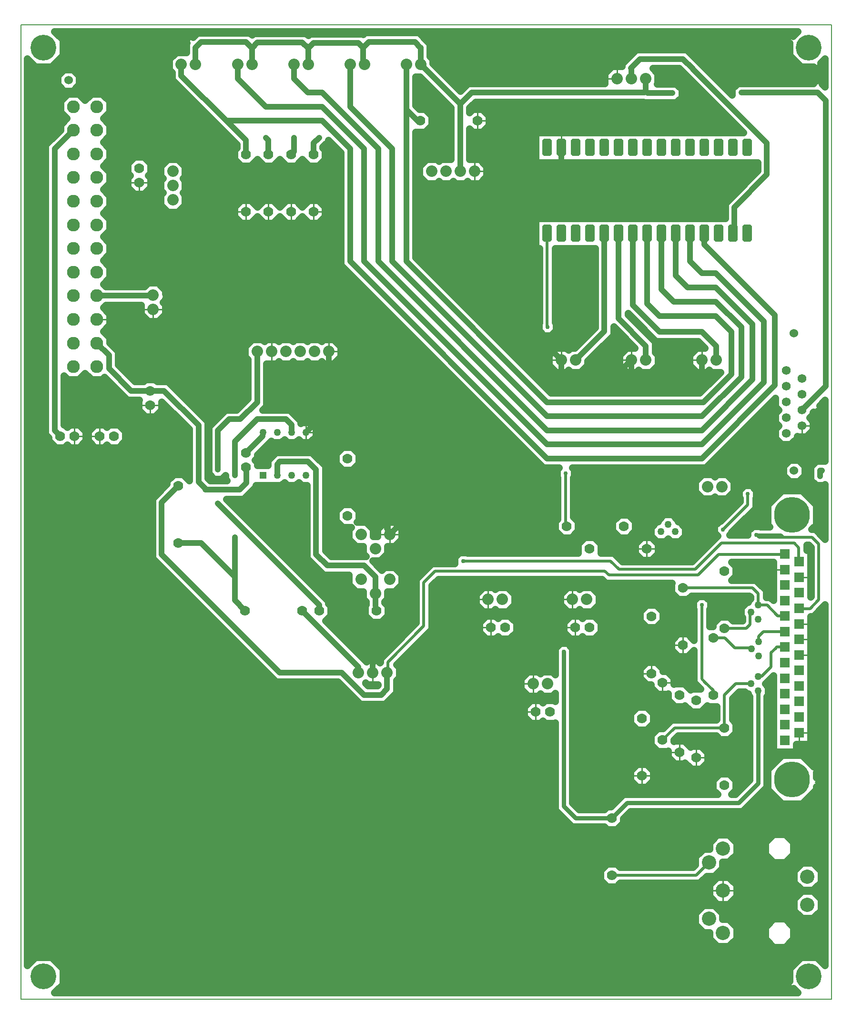
<source format=gbr>
G04 PROTEUS GERBER X2 FILE*
%TF.GenerationSoftware,Labcenter,Proteus,8.13-SP0-Build31525*%
%TF.CreationDate,2025-11-15T09:29:02+00:00*%
%TF.FileFunction,Copper,L2,Bot*%
%TF.FilePolarity,Positive*%
%TF.Part,Single*%
%TF.SameCoordinates,{127dd545-9896-472c-b5e6-740e1155cc81}*%
%FSLAX45Y45*%
%MOMM*%
G01*
%TA.AperFunction,Conductor*%
%ADD10C,1.016000*%
%ADD13C,0.508000*%
%ADD12C,0.762000*%
%TA.AperFunction,ViaPad*%
%ADD15C,0.762000*%
%TA.AperFunction,WasherPad*%
%ADD16C,1.016000*%
%TA.AperFunction,Conductor*%
%ADD11C,1.270000*%
%ADD14C,0.254000*%
%AMDIL007*
4,1,8,
-0.860000,1.195200,-0.555200,1.500000,0.555200,1.500000,0.860000,1.195200,0.860000,-1.195200,
0.555200,-1.500000,-0.555200,-1.500000,-0.860000,-1.195200,-0.860000,1.195200,
0*%
%TA.AperFunction,ComponentPad*%
%ADD17DIL007*%
%TA.AperFunction,ComponentPad*%
%ADD18C,2.032000*%
%ADD19C,1.778000*%
%TA.AperFunction,ComponentPad*%
%ADD70C,1.574800*%
%ADD71C,1.524000*%
%TA.AperFunction,ComponentPad*%
%ADD20R,1.270000X1.270000*%
%ADD21C,1.270000*%
%TA.AperFunction,ComponentPad*%
%ADD22C,2.540000*%
%TA.AperFunction,ComponentPad*%
%ADD23C,2.286000*%
%TA.AperFunction,OtherPad,Unknown*%
%ADD24C,4.572000*%
%TA.AperFunction,ComponentPad*%
%ADD25R,1.778000X1.778000*%
%ADD26C,6.350000*%
%TA.AperFunction,Profile*%
%ADD28C,0.203200*%
%TD.AperFunction*%
G36*
X+13116649Y+2001581D02*
X+13074439Y+2043791D01*
X+13006053Y+2043791D01*
X+12957696Y+1995434D01*
X+12957696Y+1927048D01*
X+13006053Y+1878691D01*
X+13057101Y+1878691D01*
X+13057101Y+1657967D01*
X+13257967Y+1457101D01*
X+13478690Y+1457101D01*
X+13478690Y+1419381D01*
X+13527047Y+1371024D01*
X+13595433Y+1371024D01*
X+13643790Y+1419381D01*
X+13643790Y+1487767D01*
X+13608244Y+1523312D01*
X+13688240Y+1603308D01*
X+13688240Y+1104541D01*
X+13635595Y+1157186D01*
X+13643790Y+1165381D01*
X+13643790Y+1233767D01*
X+13595433Y+1282124D01*
X+13527047Y+1282124D01*
X+13478690Y+1233767D01*
X+13478690Y+1165381D01*
X+13478972Y+1165099D01*
X+12131614Y+1165099D01*
X+12034901Y+1068386D01*
X+12034901Y+958471D01*
X+11232311Y+1761061D01*
X+10333540Y+1761061D01*
X+10076901Y+1504422D01*
X+10076901Y+1465899D01*
X+9902572Y+1465899D01*
X+9776101Y+1339428D01*
X+9776101Y+1165099D01*
X+7343615Y+1165099D01*
X+7208000Y+1029484D01*
X+6719899Y+1517585D01*
X+6719899Y+1589428D01*
X+6669099Y+1640228D01*
X+6669099Y+1864385D01*
X+6468385Y+2065099D01*
X+5511615Y+2065099D01*
X+5480000Y+2033484D01*
X+5468385Y+2045099D01*
X+4531615Y+2045099D01*
X+4504000Y+2017484D01*
X+4468385Y+2053099D01*
X+3531615Y+2053099D01*
X+3504000Y+2025484D01*
X+3468385Y+2061099D01*
X+2531614Y+2061099D01*
X+2454796Y+1984281D01*
X+2454796Y+1995434D01*
X+2406439Y+2043791D01*
X+2338053Y+2043791D01*
X+2289696Y+1995434D01*
X+2289696Y+1927048D01*
X+2338053Y+1878691D01*
X+2349206Y+1878691D01*
X+2338901Y+1868386D01*
X+2338901Y+1715899D01*
X+2160572Y+1715899D01*
X+2034101Y+1589428D01*
X+2034101Y+1410572D01*
X+2084901Y+1359772D01*
X+2084901Y+1231614D01*
X+2181615Y+1134901D01*
X+3234901Y+81615D01*
X+3234901Y+22268D01*
X+3196801Y-15832D01*
X+3196801Y-184168D01*
X+3315832Y-303199D01*
X+3484168Y-303199D01*
X+3600000Y-187367D01*
X+3715832Y-303199D01*
X+3884168Y-303199D01*
X+4000000Y-187367D01*
X+4115832Y-303199D01*
X+4284168Y-303199D01*
X+4400000Y-187367D01*
X+4515832Y-303199D01*
X+4684168Y-303199D01*
X+4803199Y-184168D01*
X+4803199Y-15832D01*
X+4765099Y+22268D01*
X+4765099Y+31615D01*
X+4865098Y+131614D01*
X+4865098Y+151418D01*
X+5084901Y-68385D01*
X+5084901Y-2068385D01*
X+8681615Y-5665099D01*
X+8961508Y-5665099D01*
X+8926622Y-5699985D01*
X+8926622Y-5826237D01*
X+8939322Y-5838937D01*
X+8939322Y-6573311D01*
X+8896801Y-6615832D01*
X+8896801Y-6784168D01*
X+9015832Y-6903199D01*
X+9184168Y-6903199D01*
X+9303199Y-6784168D01*
X+9303199Y-6615832D01*
X+9218720Y-6531353D01*
X+9218720Y-5838937D01*
X+9231420Y-5826237D01*
X+9231420Y-5699985D01*
X+9196534Y-5665099D01*
X+11568385Y-5665099D01*
X+12804170Y-4429314D01*
X+12804170Y-4578099D01*
X+12863911Y-4637840D01*
X+12804170Y-4697581D01*
X+12804170Y-4857499D01*
X+12863911Y-4917240D01*
X+12804170Y-4976981D01*
X+12804170Y-5136899D01*
X+12917250Y-5249979D01*
X+13077168Y-5249979D01*
X+13190248Y-5136899D01*
X+13190248Y-5103877D01*
X+13196650Y-5110279D01*
X+13356568Y-5110279D01*
X+13469648Y-4997199D01*
X+13469648Y-4837281D01*
X+13409907Y-4777540D01*
X+13469648Y-4717799D01*
X+13469648Y-4678285D01*
X+13478690Y-4669243D01*
X+13478690Y-4676619D01*
X+13527047Y-4724976D01*
X+13595433Y-4724976D01*
X+13643790Y-4676619D01*
X+13643790Y-4608233D01*
X+13595433Y-4559876D01*
X+13588057Y-4559876D01*
X+13688240Y-4459693D01*
X+13688240Y-5547785D01*
X+13531614Y-5547785D01*
X+13434901Y-5644498D01*
X+13434901Y-5881270D01*
X+13531614Y-5977983D01*
X+13668386Y-5977983D01*
X+13688240Y-5958129D01*
X+13688240Y-6932811D01*
X+13514147Y-6758718D01*
X+13451938Y-6758718D01*
X+13531799Y-6678857D01*
X+13531799Y-6321143D01*
X+13278857Y-6068201D01*
X+12921143Y-6068201D01*
X+12668201Y-6321143D01*
X+12668201Y-6678857D01*
X+12703093Y-6713749D01*
X+12542665Y-6713749D01*
X+12529965Y-6701049D01*
X+12403713Y-6701049D01*
X+12314440Y-6790322D01*
X+12314440Y-6860301D01*
X+11994142Y-6860301D01*
X+12029192Y-6825251D01*
X+12029192Y-6805104D01*
X+12455036Y-6379260D01*
X+12455036Y-6205691D01*
X+12467736Y-6192991D01*
X+12467736Y-6066739D01*
X+12378463Y-5977466D01*
X+12252211Y-5977466D01*
X+12162938Y-6066739D01*
X+12162938Y-6192991D01*
X+12175638Y-6205691D01*
X+12175638Y-6263530D01*
X+11829442Y-6609726D01*
X+11813667Y-6609726D01*
X+11724394Y-6698999D01*
X+11724394Y-6825251D01*
X+11775847Y-6876704D01*
X+11324121Y-7328430D01*
X+10083353Y-7328430D01*
X+9935850Y-7180927D01*
X+9703199Y-7180927D01*
X+9703199Y-7015832D01*
X+9584168Y-6896801D01*
X+9415832Y-6896801D01*
X+9296801Y-7015832D01*
X+9296801Y-7180927D01*
X+7332140Y-7180927D01*
X+7319440Y-7168227D01*
X+7193188Y-7168227D01*
X+7103915Y-7257500D01*
X+7103915Y-7360301D01*
X+6701194Y-7360301D01*
X+6419360Y-7642135D01*
X+6419360Y-8418212D01*
X+5781870Y-9055702D01*
X+5781870Y-9120803D01*
X+5781000Y-9121673D01*
X+5743428Y-9084101D01*
X+5564572Y-9084101D01*
X+5541078Y-9107594D01*
X+4810426Y-8376942D01*
X+4903199Y-8284168D01*
X+4903199Y-8115832D01*
X+4865099Y-8077732D01*
X+4865099Y-8031615D01*
X+3053381Y-6219897D01*
X+3354054Y-6219897D01*
X+3572979Y-6000972D01*
X+3572979Y-5977799D01*
X+3877799Y-5977799D01*
X+3877799Y-5975245D01*
X+3880353Y-5977799D01*
X+4027647Y-5977799D01*
X+4081000Y-5924446D01*
X+4134353Y-5977799D01*
X+4281647Y-5977799D01*
X+4335000Y-5924446D01*
X+4388353Y-5977799D01*
X+4480901Y-5977799D01*
X+4480901Y-7268385D01*
X+4777615Y-7565099D01*
X+5230101Y-7565099D01*
X+5230101Y-7735428D01*
X+5356572Y-7861899D01*
X+5484101Y-7861899D01*
X+5484101Y-7989428D01*
X+5534901Y-8040228D01*
X+5534901Y-8093732D01*
X+5512801Y-8115832D01*
X+5512801Y-8284168D01*
X+5631832Y-8403199D01*
X+5800168Y-8403199D01*
X+5919199Y-8284168D01*
X+5919199Y-8115832D01*
X+5865099Y-8061732D01*
X+5865099Y-8040228D01*
X+5915899Y-7989428D01*
X+5915899Y-7861899D01*
X+6043428Y-7861899D01*
X+6169899Y-7735428D01*
X+6169899Y-7556572D01*
X+6043428Y-7430101D01*
X+5864572Y-7430101D01*
X+5814078Y-7480594D01*
X+5649383Y-7315899D01*
X+5789428Y-7315899D01*
X+5915899Y-7189428D01*
X+5915899Y-7061899D01*
X+6043428Y-7061899D01*
X+6169899Y-6935428D01*
X+6169899Y-6756572D01*
X+6043428Y-6630101D01*
X+5864572Y-6630101D01*
X+5738101Y-6756572D01*
X+5738101Y-6884101D01*
X+5661899Y-6884101D01*
X+5661899Y-6756572D01*
X+5535428Y-6630101D01*
X+5373266Y-6630101D01*
X+5403199Y-6600168D01*
X+5403199Y-6431832D01*
X+5284168Y-6312801D01*
X+5115832Y-6312801D01*
X+4996801Y-6431832D01*
X+4996801Y-6600168D01*
X+5115832Y-6719199D01*
X+5267474Y-6719199D01*
X+5230101Y-6756572D01*
X+5230101Y-6935428D01*
X+5356572Y-7061899D01*
X+5484101Y-7061899D01*
X+5484101Y-7189428D01*
X+5529574Y-7234901D01*
X+4914385Y-7234901D01*
X+4811099Y-7131615D01*
X+4811099Y-5631615D01*
X+4568385Y-5388901D01*
X+3931615Y-5388901D01*
X+3788901Y-5531615D01*
X+3788901Y-5622201D01*
X+3603199Y-5622201D01*
X+3603199Y-5569832D01*
X+3560367Y-5527000D01*
X+3603199Y-5484168D01*
X+3603199Y-5430285D01*
X+3849019Y-5184465D01*
X+3880353Y-5215799D01*
X+4027647Y-5215799D01*
X+4081000Y-5162446D01*
X+4134353Y-5215799D01*
X+4281647Y-5215799D01*
X+4335000Y-5162446D01*
X+4388353Y-5215799D01*
X+4535647Y-5215799D01*
X+4639799Y-5111647D01*
X+4639799Y-4964353D01*
X+4535647Y-4860201D01*
X+4388353Y-4860201D01*
X+4373099Y-4875455D01*
X+4373099Y-4831615D01*
X+4176385Y-4634901D01*
X+3698584Y-4634901D01*
X+3765099Y-4568386D01*
X+3765099Y-3815899D01*
X+3943428Y-3815899D01*
X+3981000Y-3778327D01*
X+4018572Y-3815899D01*
X+4197428Y-3815899D01*
X+4235000Y-3778327D01*
X+4272572Y-3815899D01*
X+4451428Y-3815899D01*
X+4489000Y-3778327D01*
X+4526572Y-3815899D01*
X+4705428Y-3815899D01*
X+4743000Y-3778327D01*
X+4780572Y-3815899D01*
X+4959428Y-3815899D01*
X+5085899Y-3689428D01*
X+5085899Y-3510572D01*
X+4959428Y-3384101D01*
X+4780572Y-3384101D01*
X+4743000Y-3421673D01*
X+4705428Y-3384101D01*
X+4526572Y-3384101D01*
X+4489000Y-3421673D01*
X+4451428Y-3384101D01*
X+4272572Y-3384101D01*
X+4235000Y-3421673D01*
X+4197428Y-3384101D01*
X+4018572Y-3384101D01*
X+3981000Y-3421673D01*
X+3943428Y-3384101D01*
X+3764572Y-3384101D01*
X+3727000Y-3421673D01*
X+3689428Y-3384101D01*
X+3510572Y-3384101D01*
X+3384101Y-3510572D01*
X+3384101Y-3689428D01*
X+3434901Y-3740228D01*
X+3434901Y-4431615D01*
X+3231615Y-4634901D01*
X+3031615Y-4634901D01*
X+2734901Y-4931615D01*
X+2734901Y-5768386D01*
X+2831614Y-5865099D01*
X+2968386Y-5865099D01*
X+3034901Y-5798584D01*
X+3034901Y-5868386D01*
X+3056214Y-5889699D01*
X+2762819Y-5889699D01*
X+2720807Y-5847687D01*
X+2720807Y-4841777D01*
X+2009931Y-4130901D01*
X+1822268Y-4130901D01*
X+1784168Y-4092801D01*
X+1615832Y-4092801D01*
X+1577732Y-4130901D01*
X+1426804Y-4130901D01*
X+1132070Y-3836167D01*
X+1132070Y-3598586D01*
X+978599Y-3445115D01*
X+978599Y-3355311D01*
X+863288Y-3240000D01*
X+978599Y-3124689D01*
X+978599Y-2935311D01*
X+863288Y-2820000D01*
X+908189Y-2775099D01*
X+1534101Y-2775099D01*
X+1534101Y-2939428D01*
X+1660572Y-3065899D01*
X+1839428Y-3065899D01*
X+1965899Y-2939428D01*
X+1965899Y-2760572D01*
X+1928327Y-2723000D01*
X+1965899Y-2685428D01*
X+1965899Y-2667585D01*
X+1991421Y-2642063D01*
X+1965899Y-2572746D01*
X+1965899Y-2506572D01*
X+1927335Y-2468008D01*
X+1918440Y-2443849D01*
X+1900907Y-2441580D01*
X+1839428Y-2380101D01*
X+1660572Y-2380101D01*
X+1595772Y-2444901D01*
X+908189Y-2444901D01*
X+863288Y-2400000D01*
X+978599Y-2284689D01*
X+978599Y-2095311D01*
X+863288Y-1980000D01*
X+978599Y-1864689D01*
X+978599Y-1675311D01*
X+863288Y-1560000D01*
X+978599Y-1444689D01*
X+978599Y-1255311D01*
X+863288Y-1140000D01*
X+978599Y-1024689D01*
X+978599Y-835311D01*
X+863288Y-720000D01*
X+978599Y-604689D01*
X+978599Y-415311D01*
X+863288Y-300000D01*
X+978599Y-184689D01*
X+978599Y+4689D01*
X+863288Y+120000D01*
X+978599Y+235311D01*
X+978599Y+424689D01*
X+863288Y+540000D01*
X+978599Y+655311D01*
X+978599Y+844689D01*
X+844689Y+978599D01*
X+655311Y+978599D01*
X+540000Y+863288D01*
X+424689Y+978599D01*
X+235311Y+978599D01*
X+101401Y+844689D01*
X+101401Y+655311D01*
X+216712Y+540000D01*
X+101401Y+424689D01*
X+101401Y+334885D01*
X-165099Y+68385D01*
X-165099Y-5068385D01*
X-103199Y-5130285D01*
X-103199Y-5184168D01*
X+15832Y-5303199D01*
X+184168Y-5303199D01*
X+227000Y-5260367D01*
X+269832Y-5303199D01*
X+438168Y-5303199D01*
X+557199Y-5184168D01*
X+557199Y-5015832D01*
X+438168Y-4896801D01*
X+269832Y-4896801D01*
X+227000Y-4939633D01*
X+184168Y-4896801D01*
X+165099Y-4896801D01*
X+165099Y-4028393D01*
X+235311Y-4098605D01*
X+424689Y-4098605D01*
X+540000Y-3983294D01*
X+655311Y-4098605D01*
X+844689Y-4098605D01*
X+886114Y-4057180D01*
X+1290034Y-4461099D01*
X+1501534Y-4461099D01*
X+1496801Y-4465832D01*
X+1496801Y-4634168D01*
X+1615832Y-4753199D01*
X+1784168Y-4753199D01*
X+1903199Y-4634168D01*
X+1903199Y-4491137D01*
X+2390609Y-4978547D01*
X+2390609Y-5887242D01*
X+2284168Y-5780801D01*
X+2115832Y-5780801D01*
X+1996801Y-5899832D01*
X+1996801Y-5953715D01*
X+1734901Y-6215615D01*
X+1734901Y-7268385D01*
X+3931615Y-9465099D01*
X+5031615Y-9465099D01*
X+5431615Y-9865099D01*
X+5868385Y-9865099D01*
X+6073099Y-9660385D01*
X+6073099Y-9440228D01*
X+6123899Y-9389428D01*
X+6123899Y-9210572D01*
X+6073014Y-9159686D01*
X+6698758Y-8533942D01*
X+6698758Y-7757865D01*
X+6816924Y-7639699D01*
X+9718607Y-7639699D01*
X+9788253Y-7709345D01*
X+10968387Y-7709345D01*
X+10961900Y-7715832D01*
X+10961900Y-7884168D01*
X+11080931Y-8003199D01*
X+11249267Y-8003199D01*
X+11312767Y-7939699D01*
X+12342135Y-7939699D01*
X+12360301Y-7957865D01*
X+12360301Y-7988253D01*
X+12322201Y-8026353D01*
X+12322201Y-8049201D01*
X+12299353Y-8049201D01*
X+12195201Y-8153353D01*
X+12195201Y-8300647D01*
X+12216482Y-8321928D01*
X+12216482Y-8376301D01*
X+12047668Y-8376301D01*
X+11984168Y-8312801D01*
X+11815832Y-8312801D01*
X+11696801Y-8431832D01*
X+11696801Y-8480801D01*
X+11639699Y-8480801D01*
X+11639699Y-8175826D01*
X+11652399Y-8163126D01*
X+11652399Y-8036874D01*
X+11563126Y-7947601D01*
X+11436874Y-7947601D01*
X+11347601Y-8036874D01*
X+11347601Y-8163126D01*
X+11360301Y-8175826D01*
X+11360301Y-8723835D01*
X+11249267Y-8612801D01*
X+11080931Y-8612801D01*
X+10961900Y-8731832D01*
X+10961900Y-8900168D01*
X+11080931Y-9019199D01*
X+11249267Y-9019199D01*
X+11360301Y-8908165D01*
X+11360301Y-9474886D01*
X+11478942Y-9593527D01*
X+11312558Y-9593527D01*
X+11296726Y-9609359D01*
X+11184168Y-9496801D01*
X+11015832Y-9496801D01*
X+11003199Y-9509434D01*
X+11003199Y-9399832D01*
X+10884168Y-9280801D01*
X+10803199Y-9280801D01*
X+10803199Y-9231832D01*
X+10684168Y-9112801D01*
X+10515832Y-9112801D01*
X+10396801Y-9231832D01*
X+10396801Y-9400168D01*
X+10515832Y-9519199D01*
X+10596801Y-9519199D01*
X+10596801Y-9568168D01*
X+10715832Y-9687199D01*
X+10884168Y-9687199D01*
X+10896801Y-9674566D01*
X+10896801Y-9784168D01*
X+11015832Y-9903199D01*
X+11184168Y-9903199D01*
X+11200000Y-9887367D01*
X+11312558Y-9999925D01*
X+11480894Y-9999925D01*
X+11596726Y-9884093D01*
X+11615832Y-9903199D01*
X+11760301Y-9903199D01*
X+11760301Y-10136332D01*
X+11752332Y-10144301D01*
X+10958135Y-10144301D01*
X+10805635Y-10296801D01*
X+10715832Y-10296801D01*
X+10596801Y-10415832D01*
X+10596801Y-10584168D01*
X+10715832Y-10703199D01*
X+10884168Y-10703199D01*
X+10896801Y-10690566D01*
X+10896801Y-10800168D01*
X+11015832Y-10919199D01*
X+11184168Y-10919199D01*
X+11200000Y-10903367D01*
X+11312558Y-11015925D01*
X+11480894Y-11015925D01*
X+11599925Y-10896894D01*
X+11599925Y-10728558D01*
X+11480894Y-10609527D01*
X+11312558Y-10609527D01*
X+11296726Y-10625359D01*
X+11184168Y-10512801D01*
X+11015832Y-10512801D01*
X+11003199Y-10525434D01*
X+11003199Y-10494365D01*
X+11073865Y-10423699D01*
X+11752332Y-10423699D01*
X+11815832Y-10487199D01*
X+11984168Y-10487199D01*
X+12103199Y-10368168D01*
X+12103199Y-10199832D01*
X+12039699Y-10136332D01*
X+12039699Y-9757865D01*
X+12157865Y-9639699D01*
X+12261253Y-9639699D01*
X+12299353Y-9677799D01*
X+12322201Y-9677799D01*
X+12322201Y-9700647D01*
X+12347601Y-9726047D01*
X+12347601Y-11207770D01*
X+12091435Y-11463936D01*
X+12023431Y-11463936D01*
X+12103199Y-11384168D01*
X+12103199Y-11215832D01*
X+11984168Y-11096801D01*
X+11815832Y-11096801D01*
X+11696801Y-11215832D01*
X+11696801Y-11384168D01*
X+11776569Y-11463936D01*
X+10104540Y-11463936D01*
X+9887675Y-11680801D01*
X+9815832Y-11680801D01*
X+9763772Y-11732861D01*
X+9319551Y-11732861D01*
X+9199709Y-11613019D01*
X+9199709Y-8869002D01*
X+9110436Y-8779729D01*
X+8984184Y-8779729D01*
X+8894911Y-8869002D01*
X+8894911Y-9335584D01*
X+8843428Y-9284101D01*
X+8664572Y-9284101D01*
X+8627000Y-9321673D01*
X+8589428Y-9284101D01*
X+8410572Y-9284101D01*
X+8284101Y-9410572D01*
X+8284101Y-9589428D01*
X+8410572Y-9715899D01*
X+8589428Y-9715899D01*
X+8627000Y-9678327D01*
X+8664572Y-9715899D01*
X+8843428Y-9715899D01*
X+8894911Y-9664416D01*
X+8894911Y-9807544D01*
X+8884168Y-9796801D01*
X+8715832Y-9796801D01*
X+8673000Y-9839633D01*
X+8630168Y-9796801D01*
X+8461832Y-9796801D01*
X+8342801Y-9915832D01*
X+8342801Y-10084168D01*
X+8461832Y-10203199D01*
X+8630168Y-10203199D01*
X+8673000Y-10160367D01*
X+8715832Y-10203199D01*
X+8884168Y-10203199D01*
X+8894911Y-10192456D01*
X+8894911Y-11739269D01*
X+9193301Y-12037659D01*
X+9766292Y-12037659D01*
X+9815832Y-12087199D01*
X+9984168Y-12087199D01*
X+10103199Y-11968168D01*
X+10103199Y-11896325D01*
X+10230790Y-11768734D01*
X+12217685Y-11768734D01*
X+12652399Y-11334020D01*
X+12652399Y-9726047D01*
X+12677799Y-9700647D01*
X+12677799Y-9553353D01*
X+12625588Y-9501142D01*
X+12654949Y-9471782D01*
X+12769801Y-9356930D01*
X+12769801Y-10708779D01*
X+13176199Y-10708779D01*
X+13176199Y-10569079D01*
X+13430199Y-10569079D01*
X+13430199Y-8304410D01*
X+13478349Y-8304410D01*
X+13688240Y-8094519D01*
X+13688240Y-14503308D01*
X+13561908Y-14376976D01*
X+13595433Y-14376976D01*
X+13643790Y-14328619D01*
X+13643790Y-14260233D01*
X+13595433Y-14211876D01*
X+13527047Y-14211876D01*
X+13478690Y-14260233D01*
X+13478690Y-14328619D01*
X+13507172Y-14357101D01*
X+13257967Y-14357101D01*
X+13057101Y-14557967D01*
X+13057101Y-14778691D01*
X+13019047Y-14778691D01*
X+12970690Y-14827048D01*
X+12970690Y-14895434D01*
X+13019047Y-14943791D01*
X+13087433Y-14943791D01*
X+13123146Y-14908078D01*
X+13203308Y-14988240D01*
X-3308Y-14988240D01*
X+142899Y-14842033D01*
X+142899Y-14557967D01*
X-57967Y-14357101D01*
X-342033Y-14357101D01*
X-488240Y-14503308D01*
X-488240Y+1603308D01*
X-342033Y+1457101D01*
X-57967Y+1457101D01*
X+142899Y+1657967D01*
X+142899Y+1942033D01*
X-3308Y+2088240D01*
X+13203308Y+2088240D01*
X+13116649Y+2001581D01*
G37*
%LPC*%
G36*
X+4803199Y-1031832D02*
X+4803199Y-1200168D01*
X+4684168Y-1319199D01*
X+4515832Y-1319199D01*
X+4400000Y-1203367D01*
X+4284168Y-1319199D01*
X+4115832Y-1319199D01*
X+4000000Y-1203367D01*
X+3884168Y-1319199D01*
X+3715832Y-1319199D01*
X+3600000Y-1203367D01*
X+3484168Y-1319199D01*
X+3315832Y-1319199D01*
X+3196801Y-1200168D01*
X+3196801Y-1031832D01*
X+3315832Y-912801D01*
X+3484168Y-912801D01*
X+3600000Y-1028633D01*
X+3715832Y-912801D01*
X+3884168Y-912801D01*
X+4000000Y-1028633D01*
X+4115832Y-912801D01*
X+4284168Y-912801D01*
X+4400000Y-1028633D01*
X+4515832Y-912801D01*
X+4684168Y-912801D01*
X+4803199Y-1031832D01*
G37*
G36*
X+13215816Y-5907839D02*
X+13058002Y-5907839D01*
X+12946410Y-5796247D01*
X+12946410Y-5638433D01*
X+13058002Y-5526841D01*
X+13215816Y-5526841D01*
X+13327408Y-5638433D01*
X+13327408Y-5796247D01*
X+13215816Y-5907839D01*
G37*
G36*
X+8169899Y-7910572D02*
X+8169899Y-8089428D01*
X+8043428Y-8215899D01*
X+7864572Y-8215899D01*
X+7827000Y-8178327D01*
X+7789428Y-8215899D01*
X+7610572Y-8215899D01*
X+7484101Y-8089428D01*
X+7484101Y-7910572D01*
X+7610572Y-7784101D01*
X+7789428Y-7784101D01*
X+7827000Y-7821673D01*
X+7864572Y-7784101D01*
X+8043428Y-7784101D01*
X+8169899Y-7910572D01*
G37*
G36*
X+9669899Y-7910572D02*
X+9669899Y-8089428D01*
X+9543428Y-8215899D01*
X+9364572Y-8215899D01*
X+9327000Y-8178327D01*
X+9289428Y-8215899D01*
X+9110572Y-8215899D01*
X+8984101Y-8089428D01*
X+8984101Y-7910572D01*
X+9110572Y-7784101D01*
X+9289428Y-7784101D01*
X+9327000Y-7821673D01*
X+9364572Y-7784101D01*
X+9543428Y-7784101D01*
X+9669899Y-7910572D01*
G37*
G36*
X+12116299Y-12325051D02*
X+12116299Y-12524949D01*
X+11974949Y-12666299D01*
X+11866299Y-12666299D01*
X+11866299Y-12774949D01*
X+11724949Y-12916299D01*
X+11581265Y-12916299D01*
X+11457865Y-13039699D01*
X+10047668Y-13039699D01*
X+9984168Y-13103199D01*
X+9815832Y-13103199D01*
X+9696801Y-12984168D01*
X+9696801Y-12815832D01*
X+9815832Y-12696801D01*
X+9984168Y-12696801D01*
X+10047668Y-12760301D01*
X+11342135Y-12760301D01*
X+11383701Y-12718735D01*
X+11383701Y-12575051D01*
X+11525051Y-12433701D01*
X+11633701Y-12433701D01*
X+11633701Y-12325051D01*
X+11775051Y-12183701D01*
X+11974949Y-12183701D01*
X+12116299Y-12325051D01*
G37*
G36*
X+11974949Y-13416299D02*
X+11775051Y-13416299D01*
X+11633701Y-13274949D01*
X+11633701Y-13075051D01*
X+11775051Y-12933701D01*
X+11974949Y-12933701D01*
X+12116299Y-13075051D01*
X+12116299Y-13274949D01*
X+11974949Y-13416299D01*
G37*
G36*
X+11866299Y-13575051D02*
X+11866299Y-13683701D01*
X+11974949Y-13683701D01*
X+12116299Y-13825051D01*
X+12116299Y-14024949D01*
X+11974949Y-14166299D01*
X+11775051Y-14166299D01*
X+11633701Y-14024949D01*
X+11633701Y-13916299D01*
X+11525051Y-13916299D01*
X+11383701Y-13774949D01*
X+11383701Y-13575051D01*
X+11525051Y-13433701D01*
X+11724949Y-13433701D01*
X+11866299Y-13575051D01*
G37*
G36*
X+13474949Y-13666299D02*
X+13275051Y-13666299D01*
X+13133701Y-13524949D01*
X+13133701Y-13325051D01*
X+13275051Y-13183701D01*
X+13474949Y-13183701D01*
X+13616299Y-13325051D01*
X+13616299Y-13524949D01*
X+13474949Y-13666299D01*
G37*
G36*
X+13474949Y-13166299D02*
X+13275051Y-13166299D01*
X+13133701Y-13024949D01*
X+13133701Y-12825051D01*
X+13275051Y-12683701D01*
X+13474949Y-12683701D01*
X+13616299Y-12825051D01*
X+13616299Y-13024949D01*
X+13474949Y-13166299D01*
G37*
G36*
X+12979216Y-14176599D02*
X+12770784Y-14176599D01*
X+12623401Y-14029216D01*
X+12623401Y-13820784D01*
X+12770784Y-13673401D01*
X+12979216Y-13673401D01*
X+13126599Y-13820784D01*
X+13126599Y-14029216D01*
X+12979216Y-14176599D01*
G37*
G36*
X+12979216Y-12676599D02*
X+12770784Y-12676599D01*
X+12623401Y-12529216D01*
X+12623401Y-12320784D01*
X+12770784Y-12173401D01*
X+12979216Y-12173401D01*
X+13126599Y-12320784D01*
X+13126599Y-12529216D01*
X+12979216Y-12676599D01*
G37*
G36*
X+5115832Y-5296801D02*
X+5284168Y-5296801D01*
X+5403199Y-5415832D01*
X+5403199Y-5584168D01*
X+5284168Y-5703199D01*
X+5115832Y-5703199D01*
X+4996801Y-5584168D01*
X+4996801Y-5415832D01*
X+5115832Y-5296801D01*
G37*
G36*
X+8203199Y-8415832D02*
X+8203199Y-8584168D01*
X+8084168Y-8703199D01*
X+7915832Y-8703199D01*
X+7873000Y-8660367D01*
X+7830168Y-8703199D01*
X+7661832Y-8703199D01*
X+7542801Y-8584168D01*
X+7542801Y-8415832D01*
X+7661832Y-8296801D01*
X+7830168Y-8296801D01*
X+7873000Y-8339633D01*
X+7915832Y-8296801D01*
X+8084168Y-8296801D01*
X+8203199Y-8415832D01*
G37*
G36*
X+9703199Y-8415832D02*
X+9703199Y-8584168D01*
X+9584168Y-8703199D01*
X+9415832Y-8703199D01*
X+9373000Y-8660367D01*
X+9330168Y-8703199D01*
X+9161832Y-8703199D01*
X+9042801Y-8584168D01*
X+9042801Y-8415832D01*
X+9161832Y-8296801D01*
X+9330168Y-8296801D01*
X+9373000Y-8339633D01*
X+9415832Y-8296801D01*
X+9584168Y-8296801D01*
X+9703199Y-8415832D01*
G37*
G36*
X+167093Y+1410499D02*
X+324907Y+1410499D01*
X+436499Y+1298907D01*
X+436499Y+1141093D01*
X+324907Y+1029501D01*
X+167093Y+1029501D01*
X+55501Y+1141093D01*
X+55501Y+1298907D01*
X+167093Y+1410499D01*
G37*
G36*
X+1703199Y-261832D02*
X+1703199Y-430168D01*
X+1660367Y-473000D01*
X+1703199Y-515832D01*
X+1703199Y-684168D01*
X+1584168Y-803199D01*
X+1415832Y-803199D01*
X+1296801Y-684168D01*
X+1296801Y-515832D01*
X+1339633Y-473000D01*
X+1296801Y-430168D01*
X+1296801Y-261832D01*
X+1415832Y-142801D01*
X+1584168Y-142801D01*
X+1703199Y-261832D01*
G37*
G36*
X+1257199Y-5015832D02*
X+1257199Y-5184168D01*
X+1138168Y-5303199D01*
X+969832Y-5303199D01*
X+927000Y-5260367D01*
X+884168Y-5303199D01*
X+715832Y-5303199D01*
X+596801Y-5184168D01*
X+596801Y-5015832D01*
X+715832Y-4896801D01*
X+884168Y-4896801D01*
X+927000Y-4939633D01*
X+969832Y-4896801D01*
X+1138168Y-4896801D01*
X+1257199Y-5015832D01*
G37*
G36*
X+2315899Y-310572D02*
X+2315899Y-489428D01*
X+2278327Y-527000D01*
X+2315899Y-564572D01*
X+2315899Y-743428D01*
X+2278327Y-781000D01*
X+2315899Y-818572D01*
X+2315899Y-997428D01*
X+2189428Y-1123899D01*
X+2010572Y-1123899D01*
X+1884101Y-997428D01*
X+1884101Y-818572D01*
X+1921673Y-781000D01*
X+1884101Y-743428D01*
X+1884101Y-564572D01*
X+1921673Y-527000D01*
X+1884101Y-489428D01*
X+1884101Y-310572D01*
X+2010572Y-184101D01*
X+2189428Y-184101D01*
X+2315899Y-310572D01*
G37*
G36*
X+13478690Y-10967034D02*
X+13478690Y-10958233D01*
X+13527047Y-10909876D01*
X+13595433Y-10909876D01*
X+13643790Y-10958233D01*
X+13643790Y-11026619D01*
X+13595433Y-11074976D01*
X+13531799Y-11074976D01*
X+13531799Y-11163876D01*
X+13595433Y-11163876D01*
X+13643790Y-11212233D01*
X+13643790Y-11280619D01*
X+13595433Y-11328976D01*
X+13531799Y-11328976D01*
X+13531799Y-11377857D01*
X+13278857Y-11630799D01*
X+12921143Y-11630799D01*
X+12668201Y-11377857D01*
X+12668201Y-11020143D01*
X+12921143Y-10767201D01*
X+13278857Y-10767201D01*
X+13478690Y-10967034D01*
G37*
G36*
X+12069899Y-5910572D02*
X+12069899Y-6089428D01*
X+11943428Y-6215899D01*
X+11764572Y-6215899D01*
X+11727000Y-6178327D01*
X+11689428Y-6215899D01*
X+11510572Y-6215899D01*
X+11384101Y-6089428D01*
X+11384101Y-5910572D01*
X+11510572Y-5784101D01*
X+11689428Y-5784101D01*
X+11727000Y-5821673D01*
X+11764572Y-5784101D01*
X+11943428Y-5784101D01*
X+12069899Y-5910572D01*
G37*
G36*
X+10346030Y-9912801D02*
X+10514366Y-9912801D01*
X+10633397Y-10031832D01*
X+10633397Y-10200168D01*
X+10514366Y-10319199D01*
X+10346030Y-10319199D01*
X+10226999Y-10200168D01*
X+10226999Y-10031832D01*
X+10346030Y-9912801D01*
G37*
G36*
X+10346030Y-10928801D02*
X+10514366Y-10928801D01*
X+10633397Y-11047832D01*
X+10633397Y-11216168D01*
X+10514366Y-11335199D01*
X+10346030Y-11335199D01*
X+10226999Y-11216168D01*
X+10226999Y-11047832D01*
X+10346030Y-10928801D01*
G37*
G36*
X+11077799Y-6599353D02*
X+11077799Y-6622201D01*
X+11100647Y-6622201D01*
X+11204799Y-6726353D01*
X+11204799Y-6873647D01*
X+11100647Y-6977799D01*
X+10953353Y-6977799D01*
X+10900000Y-6924446D01*
X+10846647Y-6977799D01*
X+10699353Y-6977799D01*
X+10595201Y-6873647D01*
X+10595201Y-6726353D01*
X+10699353Y-6622201D01*
X+10722201Y-6622201D01*
X+10722201Y-6599353D01*
X+10826353Y-6495201D01*
X+10973647Y-6495201D01*
X+11077799Y-6599353D01*
G37*
G36*
X+9912801Y-6784168D02*
X+9912801Y-6615832D01*
X+10031832Y-6496801D01*
X+10200168Y-6496801D01*
X+10319199Y-6615832D01*
X+10319199Y-6784168D01*
X+10200168Y-6903199D01*
X+10031832Y-6903199D01*
X+9912801Y-6784168D01*
G37*
G36*
X+10312801Y-7184168D02*
X+10312801Y-7015832D01*
X+10431832Y-6896801D01*
X+10600168Y-6896801D01*
X+10719199Y-7015832D01*
X+10719199Y-7184168D01*
X+10600168Y-7303199D01*
X+10431832Y-7303199D01*
X+10312801Y-7184168D01*
G37*
G36*
X+10515832Y-8096801D02*
X+10684168Y-8096801D01*
X+10803199Y-8215832D01*
X+10803199Y-8384168D01*
X+10684168Y-8503199D01*
X+10515832Y-8503199D01*
X+10396801Y-8384168D01*
X+10396801Y-8215832D01*
X+10515832Y-8096801D01*
G37*
G36*
X+12716690Y-14895434D02*
X+12716690Y-14827048D01*
X+12765047Y-14778691D01*
X+12833433Y-14778691D01*
X+12881790Y-14827048D01*
X+12881790Y-14895434D01*
X+12833433Y-14943791D01*
X+12765047Y-14943791D01*
X+12716690Y-14895434D01*
G37*
G36*
X+12462690Y-14895434D02*
X+12462690Y-14827048D01*
X+12511047Y-14778691D01*
X+12579433Y-14778691D01*
X+12627790Y-14827048D01*
X+12627790Y-14895434D01*
X+12579433Y-14943791D01*
X+12511047Y-14943791D01*
X+12462690Y-14895434D01*
G37*
G36*
X+12208690Y-14895434D02*
X+12208690Y-14827048D01*
X+12257047Y-14778691D01*
X+12325433Y-14778691D01*
X+12373790Y-14827048D01*
X+12373790Y-14895434D01*
X+12325433Y-14943791D01*
X+12257047Y-14943791D01*
X+12208690Y-14895434D01*
G37*
G36*
X+11954690Y-14895434D02*
X+11954690Y-14827048D01*
X+12003047Y-14778691D01*
X+12071433Y-14778691D01*
X+12119790Y-14827048D01*
X+12119790Y-14895434D01*
X+12071433Y-14943791D01*
X+12003047Y-14943791D01*
X+11954690Y-14895434D01*
G37*
G36*
X+11700690Y-14895434D02*
X+11700690Y-14827048D01*
X+11749047Y-14778691D01*
X+11817433Y-14778691D01*
X+11865790Y-14827048D01*
X+11865790Y-14895434D01*
X+11817433Y-14943791D01*
X+11749047Y-14943791D01*
X+11700690Y-14895434D01*
G37*
G36*
X+11446690Y-14895434D02*
X+11446690Y-14827048D01*
X+11495047Y-14778691D01*
X+11563433Y-14778691D01*
X+11611790Y-14827048D01*
X+11611790Y-14895434D01*
X+11563433Y-14943791D01*
X+11495047Y-14943791D01*
X+11446690Y-14895434D01*
G37*
G36*
X+11192690Y-14895434D02*
X+11192690Y-14827048D01*
X+11241047Y-14778691D01*
X+11309433Y-14778691D01*
X+11357790Y-14827048D01*
X+11357790Y-14895434D01*
X+11309433Y-14943791D01*
X+11241047Y-14943791D01*
X+11192690Y-14895434D01*
G37*
G36*
X+10938690Y-14895434D02*
X+10938690Y-14827048D01*
X+10987047Y-14778691D01*
X+11055433Y-14778691D01*
X+11103790Y-14827048D01*
X+11103790Y-14895434D01*
X+11055433Y-14943791D01*
X+10987047Y-14943791D01*
X+10938690Y-14895434D01*
G37*
G36*
X+10684690Y-14895434D02*
X+10684690Y-14827048D01*
X+10733047Y-14778691D01*
X+10801433Y-14778691D01*
X+10849790Y-14827048D01*
X+10849790Y-14895434D01*
X+10801433Y-14943791D01*
X+10733047Y-14943791D01*
X+10684690Y-14895434D01*
G37*
G36*
X+10430690Y-14895434D02*
X+10430690Y-14827048D01*
X+10479047Y-14778691D01*
X+10547433Y-14778691D01*
X+10595790Y-14827048D01*
X+10595790Y-14895434D01*
X+10547433Y-14943791D01*
X+10479047Y-14943791D01*
X+10430690Y-14895434D01*
G37*
G36*
X+10176690Y-14895434D02*
X+10176690Y-14827048D01*
X+10225047Y-14778691D01*
X+10293433Y-14778691D01*
X+10341790Y-14827048D01*
X+10341790Y-14895434D01*
X+10293433Y-14943791D01*
X+10225047Y-14943791D01*
X+10176690Y-14895434D01*
G37*
G36*
X+9922690Y-14895434D02*
X+9922690Y-14827048D01*
X+9971047Y-14778691D01*
X+10039433Y-14778691D01*
X+10087790Y-14827048D01*
X+10087790Y-14895434D01*
X+10039433Y-14943791D01*
X+9971047Y-14943791D01*
X+9922690Y-14895434D01*
G37*
G36*
X+9668690Y-14895434D02*
X+9668690Y-14827048D01*
X+9717047Y-14778691D01*
X+9785433Y-14778691D01*
X+9833790Y-14827048D01*
X+9833790Y-14895434D01*
X+9785433Y-14943791D01*
X+9717047Y-14943791D01*
X+9668690Y-14895434D01*
G37*
G36*
X+9414690Y-14895434D02*
X+9414690Y-14827048D01*
X+9463047Y-14778691D01*
X+9531433Y-14778691D01*
X+9579790Y-14827048D01*
X+9579790Y-14895434D01*
X+9531433Y-14943791D01*
X+9463047Y-14943791D01*
X+9414690Y-14895434D01*
G37*
G36*
X+9160690Y-14895434D02*
X+9160690Y-14827048D01*
X+9209047Y-14778691D01*
X+9277433Y-14778691D01*
X+9325790Y-14827048D01*
X+9325790Y-14895434D01*
X+9277433Y-14943791D01*
X+9209047Y-14943791D01*
X+9160690Y-14895434D01*
G37*
G36*
X+8906690Y-14895434D02*
X+8906690Y-14827048D01*
X+8955047Y-14778691D01*
X+9023433Y-14778691D01*
X+9071790Y-14827048D01*
X+9071790Y-14895434D01*
X+9023433Y-14943791D01*
X+8955047Y-14943791D01*
X+8906690Y-14895434D01*
G37*
G36*
X+8652690Y-14895434D02*
X+8652690Y-14827048D01*
X+8701047Y-14778691D01*
X+8769433Y-14778691D01*
X+8817790Y-14827048D01*
X+8817790Y-14895434D01*
X+8769433Y-14943791D01*
X+8701047Y-14943791D01*
X+8652690Y-14895434D01*
G37*
G36*
X+8398690Y-14895434D02*
X+8398690Y-14827048D01*
X+8447047Y-14778691D01*
X+8515433Y-14778691D01*
X+8563790Y-14827048D01*
X+8563790Y-14895434D01*
X+8515433Y-14943791D01*
X+8447047Y-14943791D01*
X+8398690Y-14895434D01*
G37*
G36*
X+8144690Y-14895434D02*
X+8144690Y-14827048D01*
X+8193047Y-14778691D01*
X+8261433Y-14778691D01*
X+8309790Y-14827048D01*
X+8309790Y-14895434D01*
X+8261433Y-14943791D01*
X+8193047Y-14943791D01*
X+8144690Y-14895434D01*
G37*
G36*
X+7890690Y-14895434D02*
X+7890690Y-14827048D01*
X+7939047Y-14778691D01*
X+8007433Y-14778691D01*
X+8055790Y-14827048D01*
X+8055790Y-14895434D01*
X+8007433Y-14943791D01*
X+7939047Y-14943791D01*
X+7890690Y-14895434D01*
G37*
G36*
X+7636690Y-14895434D02*
X+7636690Y-14827048D01*
X+7685047Y-14778691D01*
X+7753433Y-14778691D01*
X+7801790Y-14827048D01*
X+7801790Y-14895434D01*
X+7753433Y-14943791D01*
X+7685047Y-14943791D01*
X+7636690Y-14895434D01*
G37*
G36*
X+7382690Y-14895434D02*
X+7382690Y-14827048D01*
X+7431047Y-14778691D01*
X+7499433Y-14778691D01*
X+7547790Y-14827048D01*
X+7547790Y-14895434D01*
X+7499433Y-14943791D01*
X+7431047Y-14943791D01*
X+7382690Y-14895434D01*
G37*
G36*
X+7128690Y-14895434D02*
X+7128690Y-14827048D01*
X+7177047Y-14778691D01*
X+7245433Y-14778691D01*
X+7293790Y-14827048D01*
X+7293790Y-14895434D01*
X+7245433Y-14943791D01*
X+7177047Y-14943791D01*
X+7128690Y-14895434D01*
G37*
G36*
X+6874690Y-14895434D02*
X+6874690Y-14827048D01*
X+6923047Y-14778691D01*
X+6991433Y-14778691D01*
X+7039790Y-14827048D01*
X+7039790Y-14895434D01*
X+6991433Y-14943791D01*
X+6923047Y-14943791D01*
X+6874690Y-14895434D01*
G37*
G36*
X+6620690Y-14895434D02*
X+6620690Y-14827048D01*
X+6669047Y-14778691D01*
X+6737433Y-14778691D01*
X+6785790Y-14827048D01*
X+6785790Y-14895434D01*
X+6737433Y-14943791D01*
X+6669047Y-14943791D01*
X+6620690Y-14895434D01*
G37*
G36*
X+6366690Y-14895434D02*
X+6366690Y-14827048D01*
X+6415047Y-14778691D01*
X+6483433Y-14778691D01*
X+6531790Y-14827048D01*
X+6531790Y-14895434D01*
X+6483433Y-14943791D01*
X+6415047Y-14943791D01*
X+6366690Y-14895434D01*
G37*
G36*
X+6112690Y-14895434D02*
X+6112690Y-14827048D01*
X+6161047Y-14778691D01*
X+6229433Y-14778691D01*
X+6277790Y-14827048D01*
X+6277790Y-14895434D01*
X+6229433Y-14943791D01*
X+6161047Y-14943791D01*
X+6112690Y-14895434D01*
G37*
G36*
X+5858690Y-14895434D02*
X+5858690Y-14827048D01*
X+5907047Y-14778691D01*
X+5975433Y-14778691D01*
X+6023790Y-14827048D01*
X+6023790Y-14895434D01*
X+5975433Y-14943791D01*
X+5907047Y-14943791D01*
X+5858690Y-14895434D01*
G37*
G36*
X+5604690Y-14895434D02*
X+5604690Y-14827048D01*
X+5653047Y-14778691D01*
X+5721433Y-14778691D01*
X+5769790Y-14827048D01*
X+5769790Y-14895434D01*
X+5721433Y-14943791D01*
X+5653047Y-14943791D01*
X+5604690Y-14895434D01*
G37*
G36*
X+5350690Y-14895434D02*
X+5350690Y-14827048D01*
X+5399047Y-14778691D01*
X+5467433Y-14778691D01*
X+5515790Y-14827048D01*
X+5515790Y-14895434D01*
X+5467433Y-14943791D01*
X+5399047Y-14943791D01*
X+5350690Y-14895434D01*
G37*
G36*
X+5096690Y-14895434D02*
X+5096690Y-14827048D01*
X+5145047Y-14778691D01*
X+5213433Y-14778691D01*
X+5261790Y-14827048D01*
X+5261790Y-14895434D01*
X+5213433Y-14943791D01*
X+5145047Y-14943791D01*
X+5096690Y-14895434D01*
G37*
G36*
X+4842690Y-14895434D02*
X+4842690Y-14827048D01*
X+4891047Y-14778691D01*
X+4959433Y-14778691D01*
X+5007790Y-14827048D01*
X+5007790Y-14895434D01*
X+4959433Y-14943791D01*
X+4891047Y-14943791D01*
X+4842690Y-14895434D01*
G37*
G36*
X+4588690Y-14895434D02*
X+4588690Y-14827048D01*
X+4637047Y-14778691D01*
X+4705433Y-14778691D01*
X+4753790Y-14827048D01*
X+4753790Y-14895434D01*
X+4705433Y-14943791D01*
X+4637047Y-14943791D01*
X+4588690Y-14895434D01*
G37*
G36*
X+4334690Y-14895434D02*
X+4334690Y-14827048D01*
X+4383047Y-14778691D01*
X+4451433Y-14778691D01*
X+4499790Y-14827048D01*
X+4499790Y-14895434D01*
X+4451433Y-14943791D01*
X+4383047Y-14943791D01*
X+4334690Y-14895434D01*
G37*
G36*
X+4080690Y-14895434D02*
X+4080690Y-14827048D01*
X+4129047Y-14778691D01*
X+4197433Y-14778691D01*
X+4245790Y-14827048D01*
X+4245790Y-14895434D01*
X+4197433Y-14943791D01*
X+4129047Y-14943791D01*
X+4080690Y-14895434D01*
G37*
G36*
X+3826690Y-14895434D02*
X+3826690Y-14827048D01*
X+3875047Y-14778691D01*
X+3943433Y-14778691D01*
X+3991790Y-14827048D01*
X+3991790Y-14895434D01*
X+3943433Y-14943791D01*
X+3875047Y-14943791D01*
X+3826690Y-14895434D01*
G37*
G36*
X+3572690Y-14895434D02*
X+3572690Y-14827048D01*
X+3621047Y-14778691D01*
X+3689433Y-14778691D01*
X+3737790Y-14827048D01*
X+3737790Y-14895434D01*
X+3689433Y-14943791D01*
X+3621047Y-14943791D01*
X+3572690Y-14895434D01*
G37*
G36*
X+3318690Y-14895434D02*
X+3318690Y-14827048D01*
X+3367047Y-14778691D01*
X+3435433Y-14778691D01*
X+3483790Y-14827048D01*
X+3483790Y-14895434D01*
X+3435433Y-14943791D01*
X+3367047Y-14943791D01*
X+3318690Y-14895434D01*
G37*
G36*
X+3064690Y-14895434D02*
X+3064690Y-14827048D01*
X+3113047Y-14778691D01*
X+3181433Y-14778691D01*
X+3229790Y-14827048D01*
X+3229790Y-14895434D01*
X+3181433Y-14943791D01*
X+3113047Y-14943791D01*
X+3064690Y-14895434D01*
G37*
G36*
X+2810690Y-14895434D02*
X+2810690Y-14827048D01*
X+2859047Y-14778691D01*
X+2927433Y-14778691D01*
X+2975790Y-14827048D01*
X+2975790Y-14895434D01*
X+2927433Y-14943791D01*
X+2859047Y-14943791D01*
X+2810690Y-14895434D01*
G37*
G36*
X+2556690Y-14895434D02*
X+2556690Y-14827048D01*
X+2605047Y-14778691D01*
X+2673433Y-14778691D01*
X+2721790Y-14827048D01*
X+2721790Y-14895434D01*
X+2673433Y-14943791D01*
X+2605047Y-14943791D01*
X+2556690Y-14895434D01*
G37*
G36*
X+2302690Y-14895434D02*
X+2302690Y-14827048D01*
X+2351047Y-14778691D01*
X+2419433Y-14778691D01*
X+2467790Y-14827048D01*
X+2467790Y-14895434D01*
X+2419433Y-14943791D01*
X+2351047Y-14943791D01*
X+2302690Y-14895434D01*
G37*
G36*
X+2048690Y-14895434D02*
X+2048690Y-14827048D01*
X+2097047Y-14778691D01*
X+2165433Y-14778691D01*
X+2213790Y-14827048D01*
X+2213790Y-14895434D01*
X+2165433Y-14943791D01*
X+2097047Y-14943791D01*
X+2048690Y-14895434D01*
G37*
G36*
X+1794690Y-14895434D02*
X+1794690Y-14827048D01*
X+1843047Y-14778691D01*
X+1911433Y-14778691D01*
X+1959790Y-14827048D01*
X+1959790Y-14895434D01*
X+1911433Y-14943791D01*
X+1843047Y-14943791D01*
X+1794690Y-14895434D01*
G37*
G36*
X+1540690Y-14895434D02*
X+1540690Y-14827048D01*
X+1589047Y-14778691D01*
X+1657433Y-14778691D01*
X+1705790Y-14827048D01*
X+1705790Y-14895434D01*
X+1657433Y-14943791D01*
X+1589047Y-14943791D01*
X+1540690Y-14895434D01*
G37*
G36*
X+1286690Y-14895434D02*
X+1286690Y-14827048D01*
X+1335047Y-14778691D01*
X+1403433Y-14778691D01*
X+1451790Y-14827048D01*
X+1451790Y-14895434D01*
X+1403433Y-14943791D01*
X+1335047Y-14943791D01*
X+1286690Y-14895434D01*
G37*
G36*
X+1032690Y-14895434D02*
X+1032690Y-14827048D01*
X+1081047Y-14778691D01*
X+1149433Y-14778691D01*
X+1197790Y-14827048D01*
X+1197790Y-14895434D01*
X+1149433Y-14943791D01*
X+1081047Y-14943791D01*
X+1032690Y-14895434D01*
G37*
G36*
X+778690Y-14895434D02*
X+778690Y-14827048D01*
X+827047Y-14778691D01*
X+895433Y-14778691D01*
X+943790Y-14827048D01*
X+943790Y-14895434D01*
X+895433Y-14943791D01*
X+827047Y-14943791D01*
X+778690Y-14895434D01*
G37*
G36*
X+524690Y-14895434D02*
X+524690Y-14827048D01*
X+573047Y-14778691D01*
X+641433Y-14778691D01*
X+689790Y-14827048D01*
X+689790Y-14895434D01*
X+641433Y-14943791D01*
X+573047Y-14943791D01*
X+524690Y-14895434D01*
G37*
G36*
X+270690Y-14895434D02*
X+270690Y-14827048D01*
X+319047Y-14778691D01*
X+387433Y-14778691D01*
X+435790Y-14827048D01*
X+435790Y-14895434D01*
X+387433Y-14943791D01*
X+319047Y-14943791D01*
X+270690Y-14895434D01*
G37*
G36*
X-443790Y-14239509D02*
X-443790Y-14171123D01*
X-395433Y-14122766D01*
X-327047Y-14122766D01*
X-278690Y-14171123D01*
X-278690Y-14239509D01*
X-327047Y-14287866D01*
X-395433Y-14287866D01*
X-443790Y-14239509D01*
G37*
G36*
X-443790Y-13985509D02*
X-443790Y-13917123D01*
X-395433Y-13868766D01*
X-327047Y-13868766D01*
X-278690Y-13917123D01*
X-278690Y-13985509D01*
X-327047Y-14033866D01*
X-395433Y-14033866D01*
X-443790Y-13985509D01*
G37*
G36*
X-443790Y-13731509D02*
X-443790Y-13663123D01*
X-395433Y-13614766D01*
X-327047Y-13614766D01*
X-278690Y-13663123D01*
X-278690Y-13731509D01*
X-327047Y-13779866D01*
X-395433Y-13779866D01*
X-443790Y-13731509D01*
G37*
G36*
X-443790Y-13477509D02*
X-443790Y-13409123D01*
X-395433Y-13360766D01*
X-327047Y-13360766D01*
X-278690Y-13409123D01*
X-278690Y-13477509D01*
X-327047Y-13525866D01*
X-395433Y-13525866D01*
X-443790Y-13477509D01*
G37*
G36*
X-443790Y-13223509D02*
X-443790Y-13155123D01*
X-395433Y-13106766D01*
X-327047Y-13106766D01*
X-278690Y-13155123D01*
X-278690Y-13223509D01*
X-327047Y-13271866D01*
X-395433Y-13271866D01*
X-443790Y-13223509D01*
G37*
G36*
X-443790Y-12969509D02*
X-443790Y-12901123D01*
X-395433Y-12852766D01*
X-327047Y-12852766D01*
X-278690Y-12901123D01*
X-278690Y-12969509D01*
X-327047Y-13017866D01*
X-395433Y-13017866D01*
X-443790Y-12969509D01*
G37*
G36*
X-443790Y-12715509D02*
X-443790Y-12647123D01*
X-395433Y-12598766D01*
X-327047Y-12598766D01*
X-278690Y-12647123D01*
X-278690Y-12715509D01*
X-327047Y-12763866D01*
X-395433Y-12763866D01*
X-443790Y-12715509D01*
G37*
G36*
X-443790Y-12461509D02*
X-443790Y-12393123D01*
X-395433Y-12344766D01*
X-327047Y-12344766D01*
X-278690Y-12393123D01*
X-278690Y-12461509D01*
X-327047Y-12509866D01*
X-395433Y-12509866D01*
X-443790Y-12461509D01*
G37*
G36*
X-443790Y-12207509D02*
X-443790Y-12139123D01*
X-395433Y-12090766D01*
X-327047Y-12090766D01*
X-278690Y-12139123D01*
X-278690Y-12207509D01*
X-327047Y-12255866D01*
X-395433Y-12255866D01*
X-443790Y-12207509D01*
G37*
G36*
X-443790Y-11953509D02*
X-443790Y-11885123D01*
X-395433Y-11836766D01*
X-327047Y-11836766D01*
X-278690Y-11885123D01*
X-278690Y-11953509D01*
X-327047Y-12001866D01*
X-395433Y-12001866D01*
X-443790Y-11953509D01*
G37*
G36*
X-443790Y-11699509D02*
X-443790Y-11631123D01*
X-395433Y-11582766D01*
X-327047Y-11582766D01*
X-278690Y-11631123D01*
X-278690Y-11699509D01*
X-327047Y-11747866D01*
X-395433Y-11747866D01*
X-443790Y-11699509D01*
G37*
G36*
X-443790Y-11445509D02*
X-443790Y-11377123D01*
X-395433Y-11328766D01*
X-327047Y-11328766D01*
X-278690Y-11377123D01*
X-278690Y-11445509D01*
X-327047Y-11493866D01*
X-395433Y-11493866D01*
X-443790Y-11445509D01*
G37*
G36*
X-443790Y-11191509D02*
X-443790Y-11123123D01*
X-395433Y-11074766D01*
X-327047Y-11074766D01*
X-278690Y-11123123D01*
X-278690Y-11191509D01*
X-327047Y-11239866D01*
X-395433Y-11239866D01*
X-443790Y-11191509D01*
G37*
G36*
X-443790Y-10937509D02*
X-443790Y-10869123D01*
X-395433Y-10820766D01*
X-327047Y-10820766D01*
X-278690Y-10869123D01*
X-278690Y-10937509D01*
X-327047Y-10985866D01*
X-395433Y-10985866D01*
X-443790Y-10937509D01*
G37*
G36*
X-443790Y-10683509D02*
X-443790Y-10615123D01*
X-395433Y-10566766D01*
X-327047Y-10566766D01*
X-278690Y-10615123D01*
X-278690Y-10683509D01*
X-327047Y-10731866D01*
X-395433Y-10731866D01*
X-443790Y-10683509D01*
G37*
G36*
X-443790Y-10429509D02*
X-443790Y-10361123D01*
X-395433Y-10312766D01*
X-327047Y-10312766D01*
X-278690Y-10361123D01*
X-278690Y-10429509D01*
X-327047Y-10477866D01*
X-395433Y-10477866D01*
X-443790Y-10429509D01*
G37*
G36*
X-443790Y-10175509D02*
X-443790Y-10107123D01*
X-395433Y-10058766D01*
X-327047Y-10058766D01*
X-278690Y-10107123D01*
X-278690Y-10175509D01*
X-327047Y-10223866D01*
X-395433Y-10223866D01*
X-443790Y-10175509D01*
G37*
G36*
X-443790Y-9921509D02*
X-443790Y-9853123D01*
X-395433Y-9804766D01*
X-327047Y-9804766D01*
X-278690Y-9853123D01*
X-278690Y-9921509D01*
X-327047Y-9969866D01*
X-395433Y-9969866D01*
X-443790Y-9921509D01*
G37*
G36*
X-443790Y-9667509D02*
X-443790Y-9599123D01*
X-395433Y-9550766D01*
X-327047Y-9550766D01*
X-278690Y-9599123D01*
X-278690Y-9667509D01*
X-327047Y-9715866D01*
X-395433Y-9715866D01*
X-443790Y-9667509D01*
G37*
G36*
X-443790Y-9413509D02*
X-443790Y-9345123D01*
X-395433Y-9296766D01*
X-327047Y-9296766D01*
X-278690Y-9345123D01*
X-278690Y-9413509D01*
X-327047Y-9461866D01*
X-395433Y-9461866D01*
X-443790Y-9413509D01*
G37*
G36*
X-443790Y-9159509D02*
X-443790Y-9091123D01*
X-395433Y-9042766D01*
X-327047Y-9042766D01*
X-278690Y-9091123D01*
X-278690Y-9159509D01*
X-327047Y-9207866D01*
X-395433Y-9207866D01*
X-443790Y-9159509D01*
G37*
G36*
X-443790Y-8905509D02*
X-443790Y-8837123D01*
X-395433Y-8788766D01*
X-327047Y-8788766D01*
X-278690Y-8837123D01*
X-278690Y-8905509D01*
X-327047Y-8953866D01*
X-395433Y-8953866D01*
X-443790Y-8905509D01*
G37*
G36*
X-443790Y-8651509D02*
X-443790Y-8583123D01*
X-395433Y-8534766D01*
X-327047Y-8534766D01*
X-278690Y-8583123D01*
X-278690Y-8651509D01*
X-327047Y-8699866D01*
X-395433Y-8699866D01*
X-443790Y-8651509D01*
G37*
G36*
X-443790Y-8397509D02*
X-443790Y-8329123D01*
X-395433Y-8280766D01*
X-327047Y-8280766D01*
X-278690Y-8329123D01*
X-278690Y-8397509D01*
X-327047Y-8445866D01*
X-395433Y-8445866D01*
X-443790Y-8397509D01*
G37*
G36*
X-443790Y-8143509D02*
X-443790Y-8075123D01*
X-395433Y-8026766D01*
X-327047Y-8026766D01*
X-278690Y-8075123D01*
X-278690Y-8143509D01*
X-327047Y-8191866D01*
X-395433Y-8191866D01*
X-443790Y-8143509D01*
G37*
G36*
X-443790Y-7889509D02*
X-443790Y-7821123D01*
X-395433Y-7772766D01*
X-327047Y-7772766D01*
X-278690Y-7821123D01*
X-278690Y-7889509D01*
X-327047Y-7937866D01*
X-395433Y-7937866D01*
X-443790Y-7889509D01*
G37*
G36*
X-443790Y-7635509D02*
X-443790Y-7567123D01*
X-395433Y-7518766D01*
X-327047Y-7518766D01*
X-278690Y-7567123D01*
X-278690Y-7635509D01*
X-327047Y-7683866D01*
X-395433Y-7683866D01*
X-443790Y-7635509D01*
G37*
G36*
X-443790Y-7381509D02*
X-443790Y-7313123D01*
X-395433Y-7264766D01*
X-327047Y-7264766D01*
X-278690Y-7313123D01*
X-278690Y-7381509D01*
X-327047Y-7429866D01*
X-395433Y-7429866D01*
X-443790Y-7381509D01*
G37*
G36*
X-443790Y-7127509D02*
X-443790Y-7059123D01*
X-395433Y-7010766D01*
X-327047Y-7010766D01*
X-278690Y-7059123D01*
X-278690Y-7127509D01*
X-327047Y-7175866D01*
X-395433Y-7175866D01*
X-443790Y-7127509D01*
G37*
G36*
X-443790Y-6873509D02*
X-443790Y-6805123D01*
X-395433Y-6756766D01*
X-327047Y-6756766D01*
X-278690Y-6805123D01*
X-278690Y-6873509D01*
X-327047Y-6921866D01*
X-395433Y-6921866D01*
X-443790Y-6873509D01*
G37*
G36*
X-443790Y-6619509D02*
X-443790Y-6551123D01*
X-395433Y-6502766D01*
X-327047Y-6502766D01*
X-278690Y-6551123D01*
X-278690Y-6619509D01*
X-327047Y-6667866D01*
X-395433Y-6667866D01*
X-443790Y-6619509D01*
G37*
G36*
X-443790Y-6365509D02*
X-443790Y-6297123D01*
X-395433Y-6248766D01*
X-327047Y-6248766D01*
X-278690Y-6297123D01*
X-278690Y-6365509D01*
X-327047Y-6413866D01*
X-395433Y-6413866D01*
X-443790Y-6365509D01*
G37*
G36*
X-443790Y-6111509D02*
X-443790Y-6043123D01*
X-395433Y-5994766D01*
X-327047Y-5994766D01*
X-278690Y-6043123D01*
X-278690Y-6111509D01*
X-327047Y-6159866D01*
X-395433Y-6159866D01*
X-443790Y-6111509D01*
G37*
G36*
X-443790Y-5857509D02*
X-443790Y-5789123D01*
X-395433Y-5740766D01*
X-327047Y-5740766D01*
X-278690Y-5789123D01*
X-278690Y-5857509D01*
X-327047Y-5905866D01*
X-395433Y-5905866D01*
X-443790Y-5857509D01*
G37*
G36*
X-443790Y-5603509D02*
X-443790Y-5535123D01*
X-395433Y-5486766D01*
X-327047Y-5486766D01*
X-278690Y-5535123D01*
X-278690Y-5603509D01*
X-327047Y-5651866D01*
X-395433Y-5651866D01*
X-443790Y-5603509D01*
G37*
G36*
X-443790Y-5349509D02*
X-443790Y-5281123D01*
X-395433Y-5232766D01*
X-327047Y-5232766D01*
X-278690Y-5281123D01*
X-278690Y-5349509D01*
X-327047Y-5397866D01*
X-395433Y-5397866D01*
X-443790Y-5349509D01*
G37*
G36*
X-443790Y-5095509D02*
X-443790Y-5027123D01*
X-395433Y-4978766D01*
X-327047Y-4978766D01*
X-278690Y-5027123D01*
X-278690Y-5095509D01*
X-327047Y-5143866D01*
X-395433Y-5143866D01*
X-443790Y-5095509D01*
G37*
G36*
X-443790Y-4841509D02*
X-443790Y-4773123D01*
X-395433Y-4724766D01*
X-327047Y-4724766D01*
X-278690Y-4773123D01*
X-278690Y-4841509D01*
X-327047Y-4889866D01*
X-395433Y-4889866D01*
X-443790Y-4841509D01*
G37*
G36*
X-443790Y-4587509D02*
X-443790Y-4519123D01*
X-395433Y-4470766D01*
X-327047Y-4470766D01*
X-278690Y-4519123D01*
X-278690Y-4587509D01*
X-327047Y-4635866D01*
X-395433Y-4635866D01*
X-443790Y-4587509D01*
G37*
G36*
X-443790Y-4333509D02*
X-443790Y-4265123D01*
X-395433Y-4216766D01*
X-327047Y-4216766D01*
X-278690Y-4265123D01*
X-278690Y-4333509D01*
X-327047Y-4381866D01*
X-395433Y-4381866D01*
X-443790Y-4333509D01*
G37*
G36*
X-443790Y-4079509D02*
X-443790Y-4011123D01*
X-395433Y-3962766D01*
X-327047Y-3962766D01*
X-278690Y-4011123D01*
X-278690Y-4079509D01*
X-327047Y-4127866D01*
X-395433Y-4127866D01*
X-443790Y-4079509D01*
G37*
G36*
X-443790Y-3825509D02*
X-443790Y-3757123D01*
X-395433Y-3708766D01*
X-327047Y-3708766D01*
X-278690Y-3757123D01*
X-278690Y-3825509D01*
X-327047Y-3873866D01*
X-395433Y-3873866D01*
X-443790Y-3825509D01*
G37*
G36*
X-443790Y-3571509D02*
X-443790Y-3503123D01*
X-395433Y-3454766D01*
X-327047Y-3454766D01*
X-278690Y-3503123D01*
X-278690Y-3571509D01*
X-327047Y-3619866D01*
X-395433Y-3619866D01*
X-443790Y-3571509D01*
G37*
G36*
X-443790Y-3317509D02*
X-443790Y-3249123D01*
X-395433Y-3200766D01*
X-327047Y-3200766D01*
X-278690Y-3249123D01*
X-278690Y-3317509D01*
X-327047Y-3365866D01*
X-395433Y-3365866D01*
X-443790Y-3317509D01*
G37*
G36*
X-443790Y-3063509D02*
X-443790Y-2995123D01*
X-395433Y-2946766D01*
X-327047Y-2946766D01*
X-278690Y-2995123D01*
X-278690Y-3063509D01*
X-327047Y-3111866D01*
X-395433Y-3111866D01*
X-443790Y-3063509D01*
G37*
G36*
X-443790Y-2809509D02*
X-443790Y-2741123D01*
X-395433Y-2692766D01*
X-327047Y-2692766D01*
X-278690Y-2741123D01*
X-278690Y-2809509D01*
X-327047Y-2857866D01*
X-395433Y-2857866D01*
X-443790Y-2809509D01*
G37*
G36*
X-443790Y-2555509D02*
X-443790Y-2487123D01*
X-395433Y-2438766D01*
X-327047Y-2438766D01*
X-278690Y-2487123D01*
X-278690Y-2555509D01*
X-327047Y-2603866D01*
X-395433Y-2603866D01*
X-443790Y-2555509D01*
G37*
G36*
X-443790Y-2301509D02*
X-443790Y-2233123D01*
X-395433Y-2184766D01*
X-327047Y-2184766D01*
X-278690Y-2233123D01*
X-278690Y-2301509D01*
X-327047Y-2349866D01*
X-395433Y-2349866D01*
X-443790Y-2301509D01*
G37*
G36*
X-443790Y-2047509D02*
X-443790Y-1979123D01*
X-395433Y-1930766D01*
X-327047Y-1930766D01*
X-278690Y-1979123D01*
X-278690Y-2047509D01*
X-327047Y-2095866D01*
X-395433Y-2095866D01*
X-443790Y-2047509D01*
G37*
G36*
X-443790Y-1793509D02*
X-443790Y-1725123D01*
X-395433Y-1676766D01*
X-327047Y-1676766D01*
X-278690Y-1725123D01*
X-278690Y-1793509D01*
X-327047Y-1841866D01*
X-395433Y-1841866D01*
X-443790Y-1793509D01*
G37*
G36*
X-443790Y-1539509D02*
X-443790Y-1471123D01*
X-395433Y-1422766D01*
X-327047Y-1422766D01*
X-278690Y-1471123D01*
X-278690Y-1539509D01*
X-327047Y-1587866D01*
X-395433Y-1587866D01*
X-443790Y-1539509D01*
G37*
G36*
X-443790Y-1285509D02*
X-443790Y-1217123D01*
X-395433Y-1168766D01*
X-327047Y-1168766D01*
X-278690Y-1217123D01*
X-278690Y-1285509D01*
X-327047Y-1333866D01*
X-395433Y-1333866D01*
X-443790Y-1285509D01*
G37*
G36*
X-443790Y-1031509D02*
X-443790Y-963123D01*
X-395433Y-914766D01*
X-327047Y-914766D01*
X-278690Y-963123D01*
X-278690Y-1031509D01*
X-327047Y-1079866D01*
X-395433Y-1079866D01*
X-443790Y-1031509D01*
G37*
G36*
X-443790Y-777509D02*
X-443790Y-709123D01*
X-395433Y-660766D01*
X-327047Y-660766D01*
X-278690Y-709123D01*
X-278690Y-777509D01*
X-327047Y-825866D01*
X-395433Y-825866D01*
X-443790Y-777509D01*
G37*
G36*
X-443790Y-523509D02*
X-443790Y-455123D01*
X-395433Y-406766D01*
X-327047Y-406766D01*
X-278690Y-455123D01*
X-278690Y-523509D01*
X-327047Y-571866D01*
X-395433Y-571866D01*
X-443790Y-523509D01*
G37*
G36*
X-443790Y-269509D02*
X-443790Y-201123D01*
X-395433Y-152766D01*
X-327047Y-152766D01*
X-278690Y-201123D01*
X-278690Y-269509D01*
X-327047Y-317866D01*
X-395433Y-317866D01*
X-443790Y-269509D01*
G37*
G36*
X-443790Y-15509D02*
X-443790Y+52877D01*
X-395433Y+101234D01*
X-327047Y+101234D01*
X-278690Y+52877D01*
X-278690Y-15509D01*
X-327047Y-63866D01*
X-395433Y-63866D01*
X-443790Y-15509D01*
G37*
G36*
X-443790Y+238491D02*
X-443790Y+306877D01*
X-395433Y+355234D01*
X-327047Y+355234D01*
X-278690Y+306877D01*
X-278690Y+238491D01*
X-327047Y+190134D01*
X-395433Y+190134D01*
X-443790Y+238491D01*
G37*
G36*
X-443790Y+492491D02*
X-443790Y+560877D01*
X-395433Y+609234D01*
X-327047Y+609234D01*
X-278690Y+560877D01*
X-278690Y+492491D01*
X-327047Y+444134D01*
X-395433Y+444134D01*
X-443790Y+492491D01*
G37*
G36*
X-443790Y+746491D02*
X-443790Y+814877D01*
X-395433Y+863234D01*
X-327047Y+863234D01*
X-278690Y+814877D01*
X-278690Y+746491D01*
X-327047Y+698134D01*
X-395433Y+698134D01*
X-443790Y+746491D01*
G37*
G36*
X-443790Y+1000491D02*
X-443790Y+1068877D01*
X-395433Y+1117234D01*
X-327047Y+1117234D01*
X-278690Y+1068877D01*
X-278690Y+1000491D01*
X-327047Y+952134D01*
X-395433Y+952134D01*
X-443790Y+1000491D01*
G37*
G36*
X-443790Y+1254491D02*
X-443790Y+1322877D01*
X-395433Y+1371234D01*
X-327047Y+1371234D01*
X-278690Y+1322877D01*
X-278690Y+1254491D01*
X-327047Y+1206134D01*
X-395433Y+1206134D01*
X-443790Y+1254491D01*
G37*
G36*
X+257696Y+1927048D02*
X+257696Y+1995434D01*
X+306053Y+2043791D01*
X+374439Y+2043791D01*
X+422796Y+1995434D01*
X+422796Y+1927048D01*
X+374439Y+1878691D01*
X+306053Y+1878691D01*
X+257696Y+1927048D01*
G37*
G36*
X+511696Y+1927048D02*
X+511696Y+1995434D01*
X+560053Y+2043791D01*
X+628439Y+2043791D01*
X+676796Y+1995434D01*
X+676796Y+1927048D01*
X+628439Y+1878691D01*
X+560053Y+1878691D01*
X+511696Y+1927048D01*
G37*
G36*
X+765696Y+1927048D02*
X+765696Y+1995434D01*
X+814053Y+2043791D01*
X+882439Y+2043791D01*
X+930796Y+1995434D01*
X+930796Y+1927048D01*
X+882439Y+1878691D01*
X+814053Y+1878691D01*
X+765696Y+1927048D01*
G37*
G36*
X+1019696Y+1927048D02*
X+1019696Y+1995434D01*
X+1068053Y+2043791D01*
X+1136439Y+2043791D01*
X+1184796Y+1995434D01*
X+1184796Y+1927048D01*
X+1136439Y+1878691D01*
X+1068053Y+1878691D01*
X+1019696Y+1927048D01*
G37*
G36*
X+1273696Y+1927048D02*
X+1273696Y+1995434D01*
X+1322053Y+2043791D01*
X+1390439Y+2043791D01*
X+1438796Y+1995434D01*
X+1438796Y+1927048D01*
X+1390439Y+1878691D01*
X+1322053Y+1878691D01*
X+1273696Y+1927048D01*
G37*
G36*
X+1527696Y+1927048D02*
X+1527696Y+1995434D01*
X+1576053Y+2043791D01*
X+1644439Y+2043791D01*
X+1692796Y+1995434D01*
X+1692796Y+1927048D01*
X+1644439Y+1878691D01*
X+1576053Y+1878691D01*
X+1527696Y+1927048D01*
G37*
G36*
X+1781696Y+1927048D02*
X+1781696Y+1995434D01*
X+1830053Y+2043791D01*
X+1898439Y+2043791D01*
X+1946796Y+1995434D01*
X+1946796Y+1927048D01*
X+1898439Y+1878691D01*
X+1830053Y+1878691D01*
X+1781696Y+1927048D01*
G37*
G36*
X+2035696Y+1927048D02*
X+2035696Y+1995434D01*
X+2084053Y+2043791D01*
X+2152439Y+2043791D01*
X+2200796Y+1995434D01*
X+2200796Y+1927048D01*
X+2152439Y+1878691D01*
X+2084053Y+1878691D01*
X+2035696Y+1927048D01*
G37*
G36*
X+6607696Y+1927048D02*
X+6607696Y+1995434D01*
X+6656053Y+2043791D01*
X+6724439Y+2043791D01*
X+6772796Y+1995434D01*
X+6772796Y+1927048D01*
X+6724439Y+1878691D01*
X+6656053Y+1878691D01*
X+6607696Y+1927048D01*
G37*
G36*
X+6861696Y+1927048D02*
X+6861696Y+1995434D01*
X+6910053Y+2043791D01*
X+6978439Y+2043791D01*
X+7026796Y+1995434D01*
X+7026796Y+1927048D01*
X+6978439Y+1878691D01*
X+6910053Y+1878691D01*
X+6861696Y+1927048D01*
G37*
G36*
X+7115696Y+1927048D02*
X+7115696Y+1995434D01*
X+7164053Y+2043791D01*
X+7232439Y+2043791D01*
X+7280796Y+1995434D01*
X+7280796Y+1927048D01*
X+7232439Y+1878691D01*
X+7164053Y+1878691D01*
X+7115696Y+1927048D01*
G37*
G36*
X+7369696Y+1927048D02*
X+7369696Y+1995434D01*
X+7418053Y+2043791D01*
X+7486439Y+2043791D01*
X+7534796Y+1995434D01*
X+7534796Y+1927048D01*
X+7486439Y+1878691D01*
X+7418053Y+1878691D01*
X+7369696Y+1927048D01*
G37*
G36*
X+7623696Y+1927048D02*
X+7623696Y+1995434D01*
X+7672053Y+2043791D01*
X+7740439Y+2043791D01*
X+7788796Y+1995434D01*
X+7788796Y+1927048D01*
X+7740439Y+1878691D01*
X+7672053Y+1878691D01*
X+7623696Y+1927048D01*
G37*
G36*
X+7877696Y+1927048D02*
X+7877696Y+1995434D01*
X+7926053Y+2043791D01*
X+7994439Y+2043791D01*
X+8042796Y+1995434D01*
X+8042796Y+1927048D01*
X+7994439Y+1878691D01*
X+7926053Y+1878691D01*
X+7877696Y+1927048D01*
G37*
G36*
X+8131696Y+1927048D02*
X+8131696Y+1995434D01*
X+8180053Y+2043791D01*
X+8248439Y+2043791D01*
X+8296796Y+1995434D01*
X+8296796Y+1927048D01*
X+8248439Y+1878691D01*
X+8180053Y+1878691D01*
X+8131696Y+1927048D01*
G37*
G36*
X+8385696Y+1927048D02*
X+8385696Y+1995434D01*
X+8434053Y+2043791D01*
X+8502439Y+2043791D01*
X+8550796Y+1995434D01*
X+8550796Y+1927048D01*
X+8502439Y+1878691D01*
X+8434053Y+1878691D01*
X+8385696Y+1927048D01*
G37*
G36*
X+8639696Y+1927048D02*
X+8639696Y+1995434D01*
X+8688053Y+2043791D01*
X+8756439Y+2043791D01*
X+8804796Y+1995434D01*
X+8804796Y+1927048D01*
X+8756439Y+1878691D01*
X+8688053Y+1878691D01*
X+8639696Y+1927048D01*
G37*
G36*
X+8893696Y+1927048D02*
X+8893696Y+1995434D01*
X+8942053Y+2043791D01*
X+9010439Y+2043791D01*
X+9058796Y+1995434D01*
X+9058796Y+1927048D01*
X+9010439Y+1878691D01*
X+8942053Y+1878691D01*
X+8893696Y+1927048D01*
G37*
G36*
X+9147696Y+1927048D02*
X+9147696Y+1995434D01*
X+9196053Y+2043791D01*
X+9264439Y+2043791D01*
X+9312796Y+1995434D01*
X+9312796Y+1927048D01*
X+9264439Y+1878691D01*
X+9196053Y+1878691D01*
X+9147696Y+1927048D01*
G37*
G36*
X+9401696Y+1927048D02*
X+9401696Y+1995434D01*
X+9450053Y+2043791D01*
X+9518439Y+2043791D01*
X+9566796Y+1995434D01*
X+9566796Y+1927048D01*
X+9518439Y+1878691D01*
X+9450053Y+1878691D01*
X+9401696Y+1927048D01*
G37*
G36*
X+9655696Y+1927048D02*
X+9655696Y+1995434D01*
X+9704053Y+2043791D01*
X+9772439Y+2043791D01*
X+9820796Y+1995434D01*
X+9820796Y+1927048D01*
X+9772439Y+1878691D01*
X+9704053Y+1878691D01*
X+9655696Y+1927048D01*
G37*
G36*
X+9909696Y+1927048D02*
X+9909696Y+1995434D01*
X+9958053Y+2043791D01*
X+10026439Y+2043791D01*
X+10074796Y+1995434D01*
X+10074796Y+1927048D01*
X+10026439Y+1878691D01*
X+9958053Y+1878691D01*
X+9909696Y+1927048D01*
G37*
G36*
X+10163696Y+1927048D02*
X+10163696Y+1995434D01*
X+10212053Y+2043791D01*
X+10280439Y+2043791D01*
X+10328796Y+1995434D01*
X+10328796Y+1927048D01*
X+10280439Y+1878691D01*
X+10212053Y+1878691D01*
X+10163696Y+1927048D01*
G37*
G36*
X+10417696Y+1927048D02*
X+10417696Y+1995434D01*
X+10466053Y+2043791D01*
X+10534439Y+2043791D01*
X+10582796Y+1995434D01*
X+10582796Y+1927048D01*
X+10534439Y+1878691D01*
X+10466053Y+1878691D01*
X+10417696Y+1927048D01*
G37*
G36*
X+10671696Y+1927048D02*
X+10671696Y+1995434D01*
X+10720053Y+2043791D01*
X+10788439Y+2043791D01*
X+10836796Y+1995434D01*
X+10836796Y+1927048D01*
X+10788439Y+1878691D01*
X+10720053Y+1878691D01*
X+10671696Y+1927048D01*
G37*
G36*
X+10925696Y+1927048D02*
X+10925696Y+1995434D01*
X+10974053Y+2043791D01*
X+11042439Y+2043791D01*
X+11090796Y+1995434D01*
X+11090796Y+1927048D01*
X+11042439Y+1878691D01*
X+10974053Y+1878691D01*
X+10925696Y+1927048D01*
G37*
G36*
X+11179696Y+1927048D02*
X+11179696Y+1995434D01*
X+11228053Y+2043791D01*
X+11296439Y+2043791D01*
X+11344796Y+1995434D01*
X+11344796Y+1927048D01*
X+11296439Y+1878691D01*
X+11228053Y+1878691D01*
X+11179696Y+1927048D01*
G37*
G36*
X+11433696Y+1927048D02*
X+11433696Y+1995434D01*
X+11482053Y+2043791D01*
X+11550439Y+2043791D01*
X+11598796Y+1995434D01*
X+11598796Y+1927048D01*
X+11550439Y+1878691D01*
X+11482053Y+1878691D01*
X+11433696Y+1927048D01*
G37*
G36*
X+11687696Y+1927048D02*
X+11687696Y+1995434D01*
X+11736053Y+2043791D01*
X+11804439Y+2043791D01*
X+11852796Y+1995434D01*
X+11852796Y+1927048D01*
X+11804439Y+1878691D01*
X+11736053Y+1878691D01*
X+11687696Y+1927048D01*
G37*
G36*
X+11941696Y+1927048D02*
X+11941696Y+1995434D01*
X+11990053Y+2043791D01*
X+12058439Y+2043791D01*
X+12106796Y+1995434D01*
X+12106796Y+1927048D01*
X+12058439Y+1878691D01*
X+11990053Y+1878691D01*
X+11941696Y+1927048D01*
G37*
G36*
X+12195696Y+1927048D02*
X+12195696Y+1995434D01*
X+12244053Y+2043791D01*
X+12312439Y+2043791D01*
X+12360796Y+1995434D01*
X+12360796Y+1927048D01*
X+12312439Y+1878691D01*
X+12244053Y+1878691D01*
X+12195696Y+1927048D01*
G37*
G36*
X+12449696Y+1927048D02*
X+12449696Y+1995434D01*
X+12498053Y+2043791D01*
X+12566439Y+2043791D01*
X+12614796Y+1995434D01*
X+12614796Y+1927048D01*
X+12566439Y+1878691D01*
X+12498053Y+1878691D01*
X+12449696Y+1927048D01*
G37*
G36*
X+12703696Y+1927048D02*
X+12703696Y+1995434D01*
X+12752053Y+2043791D01*
X+12820439Y+2043791D01*
X+12868796Y+1995434D01*
X+12868796Y+1927048D01*
X+12820439Y+1878691D01*
X+12752053Y+1878691D01*
X+12703696Y+1927048D01*
G37*
G36*
X+13478690Y-4930619D02*
X+13478690Y-4862233D01*
X+13527047Y-4813876D01*
X+13595433Y-4813876D01*
X+13643790Y-4862233D01*
X+13643790Y-4930619D01*
X+13595433Y-4978976D01*
X+13527047Y-4978976D01*
X+13478690Y-4930619D01*
G37*
G36*
X+13478690Y-5184619D02*
X+13478690Y-5116233D01*
X+13527047Y-5067876D01*
X+13595433Y-5067876D01*
X+13643790Y-5116233D01*
X+13643790Y-5184619D01*
X+13595433Y-5232976D01*
X+13527047Y-5232976D01*
X+13478690Y-5184619D01*
G37*
G36*
X+13478690Y-5438619D02*
X+13478690Y-5370233D01*
X+13527047Y-5321876D01*
X+13595433Y-5321876D01*
X+13643790Y-5370233D01*
X+13643790Y-5438619D01*
X+13595433Y-5486976D01*
X+13527047Y-5486976D01*
X+13478690Y-5438619D01*
G37*
G36*
X+13478690Y-10772619D02*
X+13478690Y-10704233D01*
X+13527047Y-10655876D01*
X+13595433Y-10655876D01*
X+13643790Y-10704233D01*
X+13643790Y-10772619D01*
X+13595433Y-10820976D01*
X+13527047Y-10820976D01*
X+13478690Y-10772619D01*
G37*
G36*
X+13478690Y-11534619D02*
X+13478690Y-11466233D01*
X+13527047Y-11417876D01*
X+13595433Y-11417876D01*
X+13643790Y-11466233D01*
X+13643790Y-11534619D01*
X+13595433Y-11582976D01*
X+13527047Y-11582976D01*
X+13478690Y-11534619D01*
G37*
G36*
X+13478690Y-11788619D02*
X+13478690Y-11720233D01*
X+13527047Y-11671876D01*
X+13595433Y-11671876D01*
X+13643790Y-11720233D01*
X+13643790Y-11788619D01*
X+13595433Y-11836976D01*
X+13527047Y-11836976D01*
X+13478690Y-11788619D01*
G37*
G36*
X+13478690Y-12042619D02*
X+13478690Y-11974233D01*
X+13527047Y-11925876D01*
X+13595433Y-11925876D01*
X+13643790Y-11974233D01*
X+13643790Y-12042619D01*
X+13595433Y-12090976D01*
X+13527047Y-12090976D01*
X+13478690Y-12042619D01*
G37*
G36*
X+13478690Y-12296619D02*
X+13478690Y-12228233D01*
X+13527047Y-12179876D01*
X+13595433Y-12179876D01*
X+13643790Y-12228233D01*
X+13643790Y-12296619D01*
X+13595433Y-12344976D01*
X+13527047Y-12344976D01*
X+13478690Y-12296619D01*
G37*
G36*
X+13478690Y-12550619D02*
X+13478690Y-12482233D01*
X+13527047Y-12433876D01*
X+13595433Y-12433876D01*
X+13643790Y-12482233D01*
X+13643790Y-12550619D01*
X+13595433Y-12598976D01*
X+13527047Y-12598976D01*
X+13478690Y-12550619D01*
G37*
G36*
X+13478690Y-13820619D02*
X+13478690Y-13752233D01*
X+13527047Y-13703876D01*
X+13595433Y-13703876D01*
X+13643790Y-13752233D01*
X+13643790Y-13820619D01*
X+13595433Y-13868976D01*
X+13527047Y-13868976D01*
X+13478690Y-13820619D01*
G37*
G36*
X+13478690Y-14074619D02*
X+13478690Y-14006233D01*
X+13527047Y-13957876D01*
X+13595433Y-13957876D01*
X+13643790Y-14006233D01*
X+13643790Y-14074619D01*
X+13595433Y-14122976D01*
X+13527047Y-14122976D01*
X+13478690Y-14074619D01*
G37*
%LPD*%
G36*
X+11163457Y+1362947D02*
X+12238105Y+288299D01*
X+8549701Y+288299D01*
X+8549701Y-240299D01*
X+12489901Y-240299D01*
X+12489901Y-391170D01*
X+11911345Y-969726D01*
X+11911345Y-1235701D01*
X+8549701Y-1235701D01*
X+8549701Y-1764299D01*
X+8610301Y-1764299D01*
X+8610301Y-3089785D01*
X+8602220Y-3097866D01*
X+8602220Y-3224118D01*
X+8691493Y-3313391D01*
X+8817745Y-3313391D01*
X+8907018Y-3224118D01*
X+8907018Y-3097866D01*
X+8889699Y-3080547D01*
X+8889699Y-1764299D01*
X+9600901Y-1764299D01*
X+9600901Y-3169615D01*
X+9236415Y-3534101D01*
X+9164572Y-3534101D01*
X+9127000Y-3571673D01*
X+9089428Y-3534101D01*
X+8910572Y-3534101D01*
X+8784101Y-3660572D01*
X+8784101Y-3839428D01*
X+8910572Y-3965899D01*
X+9089428Y-3965899D01*
X+9127000Y-3928327D01*
X+9164572Y-3965899D01*
X+9343428Y-3965899D01*
X+9469899Y-3839428D01*
X+9469899Y-3767585D01*
X+9931099Y-3306385D01*
X+9931099Y-3160583D01*
X+10304617Y-3534101D01*
X+10160572Y-3534101D01*
X+10034101Y-3660572D01*
X+10034101Y-3839428D01*
X+10160572Y-3965899D01*
X+10339428Y-3965899D01*
X+10377000Y-3928327D01*
X+10414572Y-3965899D01*
X+10593428Y-3965899D01*
X+10719899Y-3839428D01*
X+10719899Y-3660572D01*
X+10669099Y-3609772D01*
X+10669099Y-3431615D01*
X+10185098Y-2947614D01*
X+10185098Y-2918582D01*
X+10681615Y-3415099D01*
X+11435615Y-3415099D01*
X+11554617Y-3534101D01*
X+11410572Y-3534101D01*
X+11284101Y-3660572D01*
X+11284101Y-3839428D01*
X+11410572Y-3965899D01*
X+11589428Y-3965899D01*
X+11627000Y-3928327D01*
X+11664572Y-3965899D01*
X+11828617Y-3965899D01*
X+11459615Y-4334901D01*
X+8818385Y-4334901D01*
X+6415099Y-1931615D01*
X+6415099Y+297534D01*
X+6415832Y+296801D01*
X+6584168Y+296801D01*
X+6703199Y+415832D01*
X+6703199Y+584168D01*
X+6584168Y+703199D01*
X+6480285Y+703199D01*
X+6415099Y+768386D01*
X+6415099Y+1284101D01*
X+6486415Y+1284101D01*
X+7042901Y+727615D01*
X+7042901Y-184101D01*
X+6864572Y-184101D01*
X+6827000Y-221673D01*
X+6789428Y-184101D01*
X+6610572Y-184101D01*
X+6484101Y-310572D01*
X+6484101Y-489428D01*
X+6610572Y-615899D01*
X+6789428Y-615899D01*
X+6827000Y-578327D01*
X+6864572Y-615899D01*
X+7043428Y-615899D01*
X+7081000Y-578327D01*
X+7118572Y-615899D01*
X+7297428Y-615899D01*
X+7335000Y-578327D01*
X+7372572Y-615899D01*
X+7551428Y-615899D01*
X+7677899Y-489428D01*
X+7677899Y-310572D01*
X+7551428Y-184101D01*
X+7373099Y-184101D01*
X+7373099Y+355534D01*
X+7431832Y+296801D01*
X+7600168Y+296801D01*
X+7719199Y+415832D01*
X+7719199Y+584168D01*
X+7600168Y+703199D01*
X+7431832Y+703199D01*
X+7373099Y+644466D01*
X+7373099Y+727615D01*
X+7480385Y+834901D01*
X+10455776Y+834901D01*
X+10467823Y+822854D01*
X+11045268Y+822854D01*
X+11141981Y+919567D01*
X+11141981Y+1056339D01*
X+11045268Y+1153052D01*
X+10708379Y+1153052D01*
X+10715899Y+1160572D01*
X+10715899Y+1339428D01*
X+10624464Y+1430863D01*
X+11095541Y+1430863D01*
X+11163457Y+1362947D01*
G37*
G36*
X+13436669Y-7076368D02*
X+13436669Y-7950962D01*
X+13430199Y-7957432D01*
X+13430199Y-7127381D01*
X+13362522Y-7127381D01*
X+13362522Y-7038116D01*
X+13398417Y-7038116D01*
X+13436669Y-7076368D01*
G37*
G36*
X+12769801Y-7396619D02*
X+12769801Y-8020565D01*
X+12714655Y-7965419D01*
X+12639699Y-7965419D01*
X+12639699Y-7842135D01*
X+12457865Y-7660301D01*
X+12027066Y-7660301D01*
X+12103199Y-7584168D01*
X+12103199Y-7415832D01*
X+12027066Y-7339699D01*
X+12769801Y-7339699D01*
X+12769801Y-7396619D01*
G37*
G36*
X+5564572Y-9515899D02*
X+5742901Y-9515899D01*
X+5742901Y-9523615D01*
X+5731615Y-9534901D01*
X+5568385Y-9534901D01*
X+5519406Y-9485922D01*
X+5527000Y-9478327D01*
X+5564572Y-9515899D01*
G37*
D10*
X+9254000Y-3750000D02*
X+9766000Y-3238000D01*
X+9766000Y-1500000D01*
X+10504000Y-3750000D02*
X+10504000Y-3500000D01*
X+10020000Y-3016000D01*
X+10020000Y-1500000D01*
X+11754000Y-3750000D02*
X+11754000Y-3500000D01*
X+11504000Y-3250000D01*
X+10750000Y-3250000D01*
X+10274000Y-2774000D01*
X+10274000Y-1500000D01*
X+9000000Y-3750000D02*
X+9000000Y-4000000D01*
X+9250000Y-4250000D01*
X+9750000Y-4250000D01*
X+10000000Y-4000000D01*
X+10250000Y-3750000D01*
X+8750000Y-3500000D02*
X+8500000Y-3250000D01*
X+8500000Y-750000D01*
X+8750000Y-500000D01*
X+9004000Y-246000D01*
X+9004000Y+24000D01*
X+9000000Y-3750000D02*
X+8750000Y-3500000D01*
X+3504000Y+1792000D02*
X+3504000Y+1500000D01*
X+3504000Y+1792000D02*
X+3600000Y+1888000D01*
X+4300000Y+1888000D01*
X+4400000Y+1888000D01*
X+4504000Y+1784000D01*
X+4504000Y+1500000D01*
X+4504000Y+1784000D02*
X+4600000Y+1880000D01*
X+5400000Y+1880000D01*
X+5480000Y+1800000D01*
X+5480000Y+1601600D01*
X+5504000Y+1500000D01*
X+2900000Y+1896000D02*
X+3000000Y+1896000D01*
X+3300000Y+1896000D01*
X+3400000Y+1896000D01*
X+3504000Y+1792000D01*
X+2250000Y+1500000D02*
X+2250000Y+1300000D01*
X+3050000Y+500000D02*
X+3400000Y+150000D01*
X+3400000Y-100000D01*
X+2250000Y+1300000D02*
X+3050000Y+500000D01*
X+3500000Y+1000000D02*
X+3250000Y+1250000D01*
X+3250000Y+1500000D01*
X+3750000Y+200000D02*
X+3800000Y+150000D01*
X+3800000Y-100000D01*
X+3750000Y+750000D02*
X+3500000Y+1000000D01*
X+4250000Y+200000D02*
X+4250000Y-50000D01*
X+4200000Y-100000D01*
X+4250000Y+1250000D02*
X+4250000Y+1500000D01*
X+4700000Y+200000D02*
X+4600000Y+100000D01*
X+4600000Y-100000D01*
X+5250000Y+750000D02*
X+5250000Y+1500000D01*
X+6250000Y+700000D02*
X+6450000Y+500000D01*
X+6500000Y+500000D01*
X+6250000Y+500000D02*
X+6250000Y+700000D01*
X+6250000Y+1500000D01*
X+6250000Y+300000D02*
X+6250000Y+500000D01*
X+2504000Y+1500000D02*
X+2504000Y+1700000D01*
X+10250000Y-3750000D02*
X+10250000Y-4000000D01*
X+10500000Y-4250000D01*
X+11250000Y-4250000D01*
X+11300000Y-4200000D01*
X+11500000Y-4000000D01*
X+11500000Y-3750000D01*
X+5480000Y+1800000D02*
X+5580000Y+1900000D01*
X+6300000Y+1900000D01*
X+6400000Y+1900000D01*
X+6500000Y+1800000D01*
X+6504000Y+1796000D01*
X+6504000Y+1500000D01*
X+4462000Y-5038000D02*
X+4870000Y-4630000D01*
X+4870000Y-3600000D02*
X+4870000Y-4630000D01*
X+5954000Y-6846000D02*
X+5900000Y-6744400D01*
X+5900000Y-5660000D01*
X+4870000Y-4630000D01*
X+3954000Y-5800000D02*
X+3954000Y-5600000D01*
X+4000000Y-5554000D01*
X+4500000Y-5554000D01*
X+4646000Y-5700000D01*
X+4646000Y-7200000D01*
X+4846000Y-7400000D01*
X+5500000Y-7400000D01*
X+5700000Y-7600000D01*
X+5700000Y-7900000D01*
X+5700000Y-8111100D01*
X+5716000Y-8200000D01*
X+2900000Y-6300000D02*
X+4700000Y-8100000D01*
X+4700000Y-8200000D01*
X+4208000Y-5038000D02*
X+4208000Y-4900000D01*
X+4108000Y-4800000D01*
X+3600000Y-4800000D01*
X+3200000Y-5200000D01*
X+3200000Y-5800000D01*
X+3600000Y-4500000D02*
X+3300000Y-4800000D01*
X+3600000Y-3600000D02*
X+3600000Y-4500000D01*
X+3300000Y-4800000D02*
X+3100000Y-4800000D01*
X+2900000Y-5000000D01*
X+2900000Y-5700000D01*
X+3200000Y-7600000D02*
X+3000000Y-7400000D01*
X+2600000Y-7000000D01*
X+2200000Y-7000000D01*
X+3200000Y-6900000D02*
X+3200000Y-7600000D01*
X+3200000Y-8016000D01*
X+3384000Y-8200000D01*
X+5954000Y-6846000D02*
X+6100000Y-6700000D01*
X+6300000Y-6700000D01*
X+6400000Y-6800000D01*
X+6400000Y-8400000D01*
X+5746000Y-9054000D02*
X+5654000Y-9146000D01*
X+5654000Y-9300000D01*
X+6400000Y-8400000D02*
X+5746000Y-9054000D01*
X+5100000Y-9300000D02*
X+5500000Y-9700000D01*
X+5800000Y-9700000D01*
X+5908000Y-9592000D01*
X+5908000Y-9300000D01*
X+2200000Y-5984000D02*
X+1900000Y-6284000D01*
X+1900000Y-7200000D01*
X+3900000Y-9200000D01*
X+4000000Y-9300000D01*
X+5100000Y-9300000D01*
X+4400000Y-8200000D02*
X+5398400Y-9198400D01*
X+5400000Y-9300000D01*
X+3400000Y-5400000D02*
X+3698500Y-5101500D01*
X+3700000Y-5038000D01*
X+10528000Y-1500000D02*
X+10528000Y-2750000D01*
X+10750000Y-2972000D01*
X+11750000Y-2972000D01*
X+12028000Y-3250000D01*
X+12028000Y-4000000D01*
X+11528000Y-4500000D01*
X+8750000Y-4500000D01*
X+6250000Y-2000000D01*
X+6250000Y+300000D01*
X+2600000Y+1896000D02*
X+2900000Y+1896000D01*
X+10246000Y+1250000D02*
X+10246000Y+1432037D01*
X+10242000Y+1436037D01*
X+10401925Y+1595962D01*
X+11083962Y+1595962D01*
X+11163926Y+1595962D01*
X+11328555Y+1431333D01*
X+11352074Y+1407814D01*
X+12655000Y+104888D01*
X+12655000Y-459555D01*
X+12076444Y-1038111D01*
X+12076444Y-1475556D01*
X+12052000Y-1500000D01*
X+2504000Y+1700000D02*
X+2504000Y+1800000D01*
X+2600000Y+1896000D01*
X+750000Y-2610000D02*
X+1790000Y-2610000D01*
X+1800000Y-2600000D01*
X+1750000Y-2596000D01*
X+750000Y-3450000D02*
X+966971Y-3666971D01*
X+966971Y-3904552D01*
X+1358419Y-4296000D01*
X+1700000Y-4296000D01*
X+1941546Y-4296000D01*
X+2555708Y-4910162D01*
X+2555708Y-5916072D01*
X+2677919Y-6038283D01*
X+2677919Y-6054798D01*
X+3285669Y-6054798D01*
X+3407880Y-5932587D01*
X+3407880Y-5661880D01*
X+3400000Y-5654000D01*
X+330000Y+330000D02*
X+0Y+0D01*
X+0Y-4700000D01*
X+0Y-5000000D01*
X+100000Y-5100000D01*
X+7208000Y-400000D02*
X+7208000Y+796000D01*
X+6504000Y+1500000D01*
X+13600000Y-5747785D02*
X+13634901Y-5712884D01*
X+13600000Y-5712884D01*
X+13600000Y-5747785D01*
X+13600000Y-5812884D01*
X+10782000Y-1500000D02*
X+10782000Y-2500000D01*
X+11000000Y-2718000D01*
X+11750000Y-2718000D01*
X+12200000Y-3168000D01*
X+12200000Y-4050000D01*
X+11500000Y-4750000D01*
X+8750000Y-4750000D01*
X+6000000Y-2000000D01*
X+6000000Y+0D01*
X+5250000Y+750000D01*
X+11036000Y-1500000D02*
X+11036000Y-2250000D01*
X+11250000Y-2464000D01*
X+11750000Y-2464000D01*
X+12400000Y-3114000D01*
X+12400000Y-4100000D01*
X+11500000Y-5000000D01*
X+8750000Y-5000000D01*
X+5750000Y-2000000D01*
X+5750000Y+0D01*
X+4750000Y+1000000D01*
X+4500000Y+1000000D01*
X+4250000Y+1250000D01*
X+11290000Y-1500000D02*
X+11290000Y-2000000D01*
X+11500000Y-2210000D01*
X+11750000Y-2210000D01*
X+12600000Y-3060000D01*
X+12600000Y-4150000D01*
X+11500000Y-5250000D01*
X+8750000Y-5250000D01*
X+5500000Y-2000000D01*
X+5500000Y+0D01*
X+4750000Y+750000D01*
X+3750000Y+750000D01*
X+11544000Y-1500000D02*
X+11544000Y-1700000D01*
X+12800000Y-2956000D01*
X+12800000Y-4200000D01*
X+11500000Y-5500000D01*
X+8750000Y-5500000D01*
X+5250000Y-2000000D01*
X+5250000Y+0D01*
X+4750000Y+500000D01*
X+3050000Y+500000D01*
X+13276609Y-4637840D02*
X+13700077Y-4214372D01*
X+13700077Y+859220D01*
X+13559297Y+1000000D01*
X+12200000Y+1000000D01*
X+10976882Y+987953D02*
X+10536208Y+987953D01*
X+10500000Y+1024161D01*
X+10500000Y+1250000D02*
X+10500000Y+1024161D01*
X+10475839Y+1000000D01*
X+7412000Y+1000000D01*
X+7208000Y+796000D01*
D13*
X+7256314Y-7320626D02*
X+9877985Y-7320626D01*
X+10025488Y-7468129D01*
X+11381986Y-7468129D01*
X+11850115Y-7000000D01*
X+13100000Y-7000000D01*
X+13141256Y-7000000D01*
X+13222823Y-7081567D01*
X+13222823Y-7326403D01*
X+13227000Y-7330580D01*
X+6559059Y-7700000D02*
X+6759059Y-7500000D01*
X+6800000Y-7500000D01*
X+5908000Y-9300000D02*
X+5921569Y-9286431D01*
X+5921569Y-9113567D01*
X+6559059Y-8476077D01*
X+6559059Y-7700000D01*
X+6800000Y-7500000D02*
X+9776472Y-7500000D01*
X+9846118Y-7569646D01*
X+11430354Y-7569646D01*
X+11800000Y-7200000D01*
X+12884100Y-7200000D01*
X+12973000Y-7193420D01*
X+11500000Y-8100000D02*
X+11500000Y-9417021D01*
X+11546537Y-9463558D01*
X+11700000Y-9617021D01*
X+11700000Y-9700000D01*
X+12315337Y-6129865D02*
X+12315337Y-6321395D01*
X+11876793Y-6759939D01*
X+11876793Y-6762125D01*
X+8750000Y-1500000D02*
X+8750000Y-3156373D01*
X+8754619Y-3160992D01*
X+9079021Y-5763111D02*
X+9079021Y-6679021D01*
X+9100000Y-6700000D01*
X+12973000Y-8298320D02*
X+12849992Y-8298320D01*
X+12656790Y-8105118D01*
X+12505118Y-8105118D01*
X+12500000Y-8100000D01*
X+12509501Y-8751907D02*
X+12509501Y-8659152D01*
X+12506112Y-8655763D01*
X+12589235Y-8572640D01*
X+12973000Y-8572640D01*
X+12973000Y-8849500D02*
X+12826843Y-8849500D01*
X+12808913Y-8867430D01*
X+12729538Y-8946805D01*
X+12729538Y-9199629D01*
X+12556167Y-9373000D01*
X+12500000Y-9373000D01*
X+11900000Y-8516000D02*
X+12287218Y-8516000D01*
X+12356181Y-8447037D01*
X+12356181Y-8243819D01*
X+12373000Y-8227000D01*
X+11165099Y-7800000D02*
X+12400000Y-7800000D01*
X+12500000Y-7900000D01*
X+12500000Y-8100000D01*
X+11700000Y-8684000D02*
X+11911108Y-8684000D01*
X+12088658Y-8861550D01*
X+12365144Y-8861550D01*
X+12382501Y-8878907D01*
X+11900000Y-10284000D02*
X+11900000Y-9700000D01*
X+12100000Y-9500000D01*
X+12373000Y-9500000D01*
X+10800000Y-10500000D02*
X+11016000Y-10284000D01*
X+11900000Y-10284000D01*
D12*
X+9900000Y-11884000D02*
X+10167665Y-11616335D01*
X+12154560Y-11616335D01*
X+12500000Y-11270895D01*
X+12500000Y-9700000D01*
X+12500000Y-9627000D01*
D13*
X+9900000Y-12900000D02*
X+11400000Y-12900000D01*
X+11625000Y-12675000D01*
D12*
X+9047310Y-8932128D02*
X+9047310Y-11676144D01*
X+9256426Y-11885260D01*
X+9898740Y-11885260D01*
X+9900000Y-11884000D01*
D13*
X+12466839Y-6853448D02*
X+12472943Y-6853448D01*
X+12517920Y-6898425D01*
X+13025207Y-6898425D01*
X+13025215Y-6898417D01*
X+12472943Y-6853448D02*
X+12907845Y-6853448D01*
X+12952814Y-6898417D01*
X+13025215Y-6898417D01*
X+13456282Y-6898417D01*
X+13576368Y-7018503D01*
X+13576368Y-8008827D01*
X+13420484Y-8164711D01*
X+13233091Y-8164711D01*
X+13227000Y-8158620D01*
D15*
X+3750000Y+200000D03*
X+4250000Y+200000D03*
X+4700000Y+200000D03*
X+2900000Y-5700000D03*
X+2900000Y-6300000D03*
X+3200000Y-5800000D03*
X+3200000Y-6900000D03*
X+5250000Y+750000D03*
X+4250000Y+1250000D03*
X+3750000Y+750000D03*
X+12200000Y+1000000D03*
X+10976882Y+987953D03*
X+7256314Y-7320626D03*
X+12466839Y-6853448D03*
X+11500000Y-8100000D03*
D16*
X+13053240Y-14861241D03*
X+12799240Y-14861241D03*
X+12545240Y-14861241D03*
X+12291240Y-14861241D03*
X+12037240Y-14861241D03*
X+11783240Y-14861241D03*
X+11529240Y-14861241D03*
X+11275240Y-14861241D03*
X+11021240Y-14861241D03*
X+10767240Y-14861241D03*
X+10513240Y-14861241D03*
X+10259240Y-14861241D03*
X+10005240Y-14861241D03*
X+9751240Y-14861241D03*
X+9497240Y-14861241D03*
X+9243240Y-14861241D03*
X+8989240Y-14861241D03*
X+8735240Y-14861241D03*
X+8481240Y-14861241D03*
X+8227240Y-14861241D03*
X+7973240Y-14861241D03*
X+7719240Y-14861241D03*
X+7465240Y-14861241D03*
X+7211240Y-14861241D03*
X+6957240Y-14861241D03*
X+6703240Y-14861241D03*
X+6449240Y-14861241D03*
X+6195240Y-14861241D03*
X+5941240Y-14861241D03*
X+5687240Y-14861241D03*
X+5433240Y-14861241D03*
X+5179240Y-14861241D03*
X+4925240Y-14861241D03*
X+4671240Y-14861241D03*
X+4417240Y-14861241D03*
X+4163240Y-14861241D03*
X+3909240Y-14861241D03*
X+3655240Y-14861241D03*
X+3401240Y-14861241D03*
X+3147240Y-14861241D03*
X+2893240Y-14861241D03*
X+2639240Y-14861241D03*
X+2385240Y-14861241D03*
X+2131240Y-14861241D03*
X+1877240Y-14861241D03*
X+1623240Y-14861241D03*
X+1369240Y-14861241D03*
X+1115240Y-14861241D03*
X+861240Y-14861241D03*
X+607240Y-14861241D03*
X+353240Y-14861241D03*
X-361240Y-14205316D03*
X-361240Y-13951316D03*
X-361240Y-13697316D03*
X-361240Y-13443316D03*
X-361240Y-13189316D03*
X-361240Y-12935316D03*
X-361240Y-12681316D03*
X-361240Y-12427316D03*
X-361240Y-12173316D03*
X-361240Y-11919316D03*
X-361240Y-11665316D03*
X-361240Y-11411316D03*
X-361240Y-11157316D03*
X-361240Y-10903316D03*
X-361240Y-10649316D03*
X-361240Y-10395316D03*
X-361240Y-10141316D03*
X-361240Y-9887316D03*
X-361240Y-9633316D03*
X-361240Y-9379316D03*
X-361240Y-9125316D03*
X-361240Y-8871316D03*
X-361240Y-8617316D03*
X-361240Y-8363316D03*
X-361240Y-8109316D03*
X-361240Y-7855316D03*
X-361240Y-7601316D03*
X-361240Y-7347316D03*
X-361240Y-7093316D03*
X-361240Y-6839316D03*
X-361240Y-6585316D03*
X-361240Y-6331316D03*
X-361240Y-6077316D03*
X-361240Y-5823316D03*
X-361240Y-5569316D03*
X-361240Y-5315316D03*
X-361240Y-5061316D03*
X-361240Y-4807316D03*
X-361240Y-4553316D03*
X-361240Y-4299316D03*
X-361240Y-4045316D03*
X-361240Y-3791316D03*
X-361240Y-3537316D03*
X-361240Y-3283316D03*
X-361240Y-3029316D03*
X-361240Y-2775316D03*
X-361240Y-2521316D03*
X-361240Y-2267316D03*
X-361240Y-2013316D03*
X-361240Y-1759316D03*
X-361240Y-1505316D03*
X-361240Y-1251316D03*
X-361240Y-997316D03*
X-361240Y-743316D03*
X-361240Y-489316D03*
X-361240Y-235316D03*
X-361240Y+18684D03*
X-361240Y+272684D03*
X-361240Y+526684D03*
X-361240Y+780684D03*
X-361240Y+1034684D03*
X-361240Y+1288684D03*
X+340246Y+1961241D03*
X+594246Y+1961241D03*
X+848246Y+1961241D03*
X+1102246Y+1961241D03*
X+1356246Y+1961241D03*
X+1610246Y+1961241D03*
X+1864246Y+1961241D03*
X+2118246Y+1961241D03*
X+2372246Y+1961241D03*
X+6690246Y+1961241D03*
X+6944246Y+1961241D03*
X+7198246Y+1961241D03*
X+7452246Y+1961241D03*
X+7706246Y+1961241D03*
X+7960246Y+1961241D03*
X+8214246Y+1961241D03*
X+8468246Y+1961241D03*
X+8722246Y+1961241D03*
X+8976246Y+1961241D03*
X+9230246Y+1961241D03*
X+9484246Y+1961241D03*
X+9738246Y+1961241D03*
X+9992246Y+1961241D03*
X+10246246Y+1961241D03*
X+10500246Y+1961241D03*
X+10754246Y+1961241D03*
X+11008246Y+1961241D03*
X+11262246Y+1961241D03*
X+11516246Y+1961241D03*
X+11770246Y+1961241D03*
X+12024246Y+1961241D03*
X+12278246Y+1961241D03*
X+12532246Y+1961241D03*
X+12786246Y+1961241D03*
X+13040246Y+1961241D03*
X+13561240Y+1453574D03*
X+13561240Y+1199574D03*
X+13561240Y-4642426D03*
X+13561240Y-4896426D03*
X+13561240Y-5150426D03*
X+13561240Y-5404426D03*
X+13561240Y-10738426D03*
X+13561240Y-10992426D03*
X+13561240Y-11246426D03*
X+13561240Y-11500426D03*
X+13561240Y-11754426D03*
X+13561240Y-12008426D03*
X+13561240Y-12262426D03*
X+13561240Y-12516426D03*
X+13561240Y-13786426D03*
X+13561240Y-14040426D03*
X+13561240Y-14294426D03*
D15*
X+12315337Y-6129865D03*
X+11876793Y-6762125D03*
X+8754619Y-3160992D03*
X+9079021Y-5763111D03*
X+9047310Y-8932128D03*
D11*
X+13116649Y+2001581D02*
X+13074439Y+2043791D01*
X+13006053Y+2043791D01*
X+12957696Y+1995434D01*
X+12957696Y+1927048D01*
X+13006053Y+1878691D01*
X+13057101Y+1878691D01*
X+13057101Y+1657967D01*
X+13257967Y+1457101D01*
X+13478690Y+1457101D01*
X+13478690Y+1419381D01*
X+13527047Y+1371024D01*
X+13595433Y+1371024D01*
X+13643790Y+1419381D01*
X+13643790Y+1487767D01*
X+13608244Y+1523312D01*
X+13688240Y+1603308D01*
X+13688240Y+1104541D01*
X+13635595Y+1157186D01*
X+13643790Y+1165381D01*
X+13643790Y+1233767D01*
X+13595433Y+1282124D01*
X+13527047Y+1282124D01*
X+13478690Y+1233767D01*
X+13478690Y+1165381D01*
X+13478972Y+1165099D01*
X+12131614Y+1165099D01*
X+12034901Y+1068386D01*
X+12034901Y+958471D01*
X+11232311Y+1761061D01*
X+10333540Y+1761061D01*
X+10076901Y+1504422D01*
X+10076901Y+1465899D01*
X+9902572Y+1465899D01*
X+9776101Y+1339428D01*
X+9776101Y+1165099D01*
X+7343615Y+1165099D01*
X+7208000Y+1029484D01*
X+6719899Y+1517585D01*
X+6719899Y+1589428D01*
X+6669099Y+1640228D01*
X+6669099Y+1864385D01*
X+6468385Y+2065099D01*
X+5511615Y+2065099D01*
X+5480000Y+2033484D01*
X+5468385Y+2045099D01*
X+4531615Y+2045099D01*
X+4504000Y+2017484D01*
X+4468385Y+2053099D01*
X+3531615Y+2053099D01*
X+3504000Y+2025484D01*
X+3468385Y+2061099D01*
X+2531614Y+2061099D01*
X+2454796Y+1984281D01*
X+2454796Y+1995434D01*
X+2406439Y+2043791D01*
X+2338053Y+2043791D01*
X+2289696Y+1995434D01*
X+2289696Y+1927048D01*
X+2338053Y+1878691D01*
X+2349206Y+1878691D01*
X+2338901Y+1868386D01*
X+2338901Y+1715899D01*
X+2160572Y+1715899D01*
X+2034101Y+1589428D01*
X+2034101Y+1410572D01*
X+2084901Y+1359772D01*
X+2084901Y+1231614D01*
X+2181615Y+1134901D01*
X+3234901Y+81615D01*
X+3234901Y+22268D01*
X+3196801Y-15832D01*
X+3196801Y-184168D01*
X+3315832Y-303199D01*
X+3484168Y-303199D01*
X+3600000Y-187367D01*
X+3715832Y-303199D01*
X+3884168Y-303199D01*
X+4000000Y-187367D01*
X+4115832Y-303199D01*
X+4284168Y-303199D01*
X+4400000Y-187367D01*
X+4515832Y-303199D01*
X+4684168Y-303199D01*
X+4803199Y-184168D01*
X+4803199Y-15832D01*
X+4765099Y+22268D01*
X+4765099Y+31615D01*
X+4865098Y+131614D01*
X+4865098Y+151418D01*
X+5084901Y-68385D01*
X+5084901Y-2068385D01*
X+8681615Y-5665099D01*
X+8961508Y-5665099D01*
X+8926622Y-5699985D01*
X+8926622Y-5826237D01*
X+8939322Y-5838937D01*
X+8939322Y-6573311D01*
X+8896801Y-6615832D01*
X+8896801Y-6784168D01*
X+9015832Y-6903199D01*
X+9184168Y-6903199D01*
X+9303199Y-6784168D01*
X+9303199Y-6615832D01*
X+9218720Y-6531353D01*
X+9218720Y-5838937D01*
X+9231420Y-5826237D01*
X+9231420Y-5699985D01*
X+9196534Y-5665099D01*
X+11568385Y-5665099D01*
X+12804170Y-4429314D01*
X+12804170Y-4578099D01*
X+12863911Y-4637840D01*
X+12804170Y-4697581D01*
X+12804170Y-4857499D01*
X+12863911Y-4917240D01*
X+12804170Y-4976981D01*
X+12804170Y-5136899D01*
X+12917250Y-5249979D01*
X+13077168Y-5249979D01*
X+13190248Y-5136899D01*
X+13190248Y-5103877D01*
X+13196650Y-5110279D01*
X+13356568Y-5110279D01*
X+13469648Y-4997199D01*
X+13469648Y-4837281D01*
X+13409907Y-4777540D01*
X+13469648Y-4717799D01*
X+13469648Y-4678285D01*
X+13478690Y-4669243D01*
X+13478690Y-4676619D01*
X+13527047Y-4724976D01*
X+13595433Y-4724976D01*
X+13643790Y-4676619D01*
X+13643790Y-4608233D01*
X+13595433Y-4559876D01*
X+13588057Y-4559876D01*
X+13688240Y-4459693D01*
X+13688240Y-5547785D01*
X+13531614Y-5547785D01*
X+13434901Y-5644498D01*
X+13434901Y-5881270D01*
X+13531614Y-5977983D01*
X+13668386Y-5977983D01*
X+13688240Y-5958129D01*
X+13688240Y-6932811D01*
X+13514147Y-6758718D01*
X+13451938Y-6758718D01*
X+13531799Y-6678857D01*
X+13531799Y-6321143D01*
X+13278857Y-6068201D01*
X+12921143Y-6068201D01*
X+12668201Y-6321143D01*
X+12668201Y-6678857D01*
X+12703093Y-6713749D01*
X+12542665Y-6713749D01*
X+12529965Y-6701049D01*
X+12403713Y-6701049D01*
X+12314440Y-6790322D01*
X+12314440Y-6860301D01*
X+11994142Y-6860301D01*
X+12029192Y-6825251D01*
X+12029192Y-6805104D01*
X+12455036Y-6379260D01*
X+12455036Y-6205691D01*
X+12467736Y-6192991D01*
X+12467736Y-6066739D01*
X+12378463Y-5977466D01*
X+12252211Y-5977466D01*
X+12162938Y-6066739D01*
X+12162938Y-6192991D01*
X+12175638Y-6205691D01*
X+12175638Y-6263530D01*
X+11829442Y-6609726D01*
X+11813667Y-6609726D01*
X+11724394Y-6698999D01*
X+11724394Y-6825251D01*
X+11775847Y-6876704D01*
X+11324121Y-7328430D01*
X+10083353Y-7328430D01*
X+9935850Y-7180927D01*
X+9703199Y-7180927D01*
X+9703199Y-7015832D01*
X+9584168Y-6896801D01*
X+9415832Y-6896801D01*
X+9296801Y-7015832D01*
X+9296801Y-7180927D01*
X+7332140Y-7180927D01*
X+7319440Y-7168227D01*
X+7193188Y-7168227D01*
X+7103915Y-7257500D01*
X+7103915Y-7360301D01*
X+6701194Y-7360301D01*
X+6419360Y-7642135D01*
X+6419360Y-8418212D01*
X+5781870Y-9055702D01*
X+5781870Y-9120803D01*
X+5781000Y-9121673D01*
X+5743428Y-9084101D01*
X+5564572Y-9084101D01*
X+5541078Y-9107594D01*
X+4810426Y-8376942D01*
X+4903199Y-8284168D01*
X+4903199Y-8115832D01*
X+4865099Y-8077732D01*
X+4865099Y-8031615D01*
X+3053381Y-6219897D01*
X+3354054Y-6219897D01*
X+3572979Y-6000972D01*
X+3572979Y-5977799D01*
X+3877799Y-5977799D01*
X+3877799Y-5975245D01*
X+3880353Y-5977799D01*
X+4027647Y-5977799D01*
X+4081000Y-5924446D01*
X+4134353Y-5977799D01*
X+4281647Y-5977799D01*
X+4335000Y-5924446D01*
X+4388353Y-5977799D01*
X+4480901Y-5977799D01*
X+4480901Y-7268385D01*
X+4777615Y-7565099D01*
X+5230101Y-7565099D01*
X+5230101Y-7735428D01*
X+5356572Y-7861899D01*
X+5484101Y-7861899D01*
X+5484101Y-7989428D01*
X+5534901Y-8040228D01*
X+5534901Y-8093732D01*
X+5512801Y-8115832D01*
X+5512801Y-8284168D01*
X+5631832Y-8403199D01*
X+5800168Y-8403199D01*
X+5919199Y-8284168D01*
X+5919199Y-8115832D01*
X+5865099Y-8061732D01*
X+5865099Y-8040228D01*
X+5915899Y-7989428D01*
X+5915899Y-7861899D01*
X+6043428Y-7861899D01*
X+6169899Y-7735428D01*
X+6169899Y-7556572D01*
X+6043428Y-7430101D01*
X+5864572Y-7430101D01*
X+5814078Y-7480594D01*
X+5649383Y-7315899D01*
X+5789428Y-7315899D01*
X+5915899Y-7189428D01*
X+5915899Y-7061899D01*
X+6043428Y-7061899D01*
X+6169899Y-6935428D01*
X+6169899Y-6756572D01*
X+6043428Y-6630101D01*
X+5864572Y-6630101D01*
X+5738101Y-6756572D01*
X+5738101Y-6884101D01*
X+5661899Y-6884101D01*
X+5661899Y-6756572D01*
X+5535428Y-6630101D01*
X+5373266Y-6630101D01*
X+5403199Y-6600168D01*
X+5403199Y-6431832D01*
X+5284168Y-6312801D01*
X+5115832Y-6312801D01*
X+4996801Y-6431832D01*
X+4996801Y-6600168D01*
X+5115832Y-6719199D01*
X+5267474Y-6719199D01*
X+5230101Y-6756572D01*
X+5230101Y-6935428D01*
X+5356572Y-7061899D01*
X+5484101Y-7061899D01*
X+5484101Y-7189428D01*
X+5529574Y-7234901D01*
X+4914385Y-7234901D01*
X+4811099Y-7131615D01*
X+4811099Y-5631615D01*
X+4568385Y-5388901D01*
X+3931615Y-5388901D01*
X+3788901Y-5531615D01*
X+3788901Y-5622201D01*
X+3603199Y-5622201D01*
X+3603199Y-5569832D01*
X+3560367Y-5527000D01*
X+3603199Y-5484168D01*
X+3603199Y-5430285D01*
X+3849019Y-5184465D01*
X+3880353Y-5215799D01*
X+4027647Y-5215799D01*
X+4081000Y-5162446D01*
X+4134353Y-5215799D01*
X+4281647Y-5215799D01*
X+4335000Y-5162446D01*
X+4388353Y-5215799D01*
X+4535647Y-5215799D01*
X+4639799Y-5111647D01*
X+4639799Y-4964353D01*
X+4535647Y-4860201D01*
X+4388353Y-4860201D01*
X+4373099Y-4875455D01*
X+4373099Y-4831615D01*
X+4176385Y-4634901D01*
X+3698584Y-4634901D01*
X+3765099Y-4568386D01*
X+3765099Y-3815899D01*
X+3943428Y-3815899D01*
X+3981000Y-3778327D01*
X+4018572Y-3815899D01*
X+4197428Y-3815899D01*
X+4235000Y-3778327D01*
X+4272572Y-3815899D01*
X+4451428Y-3815899D01*
X+4489000Y-3778327D01*
X+4526572Y-3815899D01*
X+4705428Y-3815899D01*
X+4743000Y-3778327D01*
X+4780572Y-3815899D01*
X+4959428Y-3815899D01*
X+5085899Y-3689428D01*
X+5085899Y-3510572D01*
X+4959428Y-3384101D01*
X+4780572Y-3384101D01*
X+4743000Y-3421673D01*
X+4705428Y-3384101D01*
X+4526572Y-3384101D01*
X+4489000Y-3421673D01*
X+4451428Y-3384101D01*
X+4272572Y-3384101D01*
X+4235000Y-3421673D01*
X+4197428Y-3384101D01*
X+4018572Y-3384101D01*
X+3981000Y-3421673D01*
X+3943428Y-3384101D01*
X+3764572Y-3384101D01*
X+3727000Y-3421673D01*
X+3689428Y-3384101D01*
X+3510572Y-3384101D01*
X+3384101Y-3510572D01*
X+3384101Y-3689428D01*
X+3434901Y-3740228D01*
X+3434901Y-4431615D01*
X+3231615Y-4634901D01*
X+3031615Y-4634901D01*
X+2734901Y-4931615D01*
X+2734901Y-5768386D01*
X+2831614Y-5865099D01*
X+2968386Y-5865099D01*
X+3034901Y-5798584D01*
X+3034901Y-5868386D01*
X+3056214Y-5889699D01*
X+2762819Y-5889699D01*
X+2720807Y-5847687D01*
X+2720807Y-4841777D01*
X+2009931Y-4130901D01*
X+1822268Y-4130901D01*
X+1784168Y-4092801D01*
X+1615832Y-4092801D01*
X+1577732Y-4130901D01*
X+1426804Y-4130901D01*
X+1132070Y-3836167D01*
X+1132070Y-3598586D01*
X+978599Y-3445115D01*
X+978599Y-3355311D01*
X+863288Y-3240000D01*
X+978599Y-3124689D01*
X+978599Y-2935311D01*
X+863288Y-2820000D01*
X+908189Y-2775099D01*
X+1534101Y-2775099D01*
X+1534101Y-2939428D01*
X+1660572Y-3065899D01*
X+1839428Y-3065899D01*
X+1965899Y-2939428D01*
X+1965899Y-2760572D01*
X+1928327Y-2723000D01*
X+1965899Y-2685428D01*
X+1965899Y-2667585D01*
X+1991421Y-2642063D01*
X+1965899Y-2572746D01*
X+1965899Y-2506572D01*
X+1927335Y-2468008D01*
X+1918440Y-2443849D01*
X+1900907Y-2441580D01*
X+1839428Y-2380101D01*
X+1660572Y-2380101D01*
X+1595772Y-2444901D01*
X+908189Y-2444901D01*
X+863288Y-2400000D01*
X+978599Y-2284689D01*
X+978599Y-2095311D01*
X+863288Y-1980000D01*
X+978599Y-1864689D01*
X+978599Y-1675311D01*
X+863288Y-1560000D01*
X+978599Y-1444689D01*
X+978599Y-1255311D01*
X+863288Y-1140000D01*
X+978599Y-1024689D01*
X+978599Y-835311D01*
X+863288Y-720000D01*
X+978599Y-604689D01*
X+978599Y-415311D01*
X+863288Y-300000D01*
X+978599Y-184689D01*
X+978599Y+4689D01*
X+863288Y+120000D01*
X+978599Y+235311D01*
X+978599Y+424689D01*
X+863288Y+540000D01*
X+978599Y+655311D01*
X+978599Y+844689D01*
X+844689Y+978599D01*
X+655311Y+978599D01*
X+540000Y+863288D01*
X+424689Y+978599D01*
X+235311Y+978599D01*
X+101401Y+844689D01*
X+101401Y+655311D01*
X+216712Y+540000D01*
X+101401Y+424689D01*
X+101401Y+334885D01*
X-165099Y+68385D01*
X-165099Y-5068385D01*
X-103199Y-5130285D01*
X-103199Y-5184168D01*
X+15832Y-5303199D01*
X+184168Y-5303199D01*
X+227000Y-5260367D01*
X+269832Y-5303199D01*
X+438168Y-5303199D01*
X+557199Y-5184168D01*
X+557199Y-5015832D01*
X+438168Y-4896801D01*
X+269832Y-4896801D01*
X+227000Y-4939633D01*
X+184168Y-4896801D01*
X+165099Y-4896801D01*
X+165099Y-4028393D01*
X+235311Y-4098605D01*
X+424689Y-4098605D01*
X+540000Y-3983294D01*
X+655311Y-4098605D01*
X+844689Y-4098605D01*
X+886114Y-4057180D01*
X+1290034Y-4461099D01*
X+1501534Y-4461099D01*
X+1496801Y-4465832D01*
X+1496801Y-4634168D01*
X+1615832Y-4753199D01*
X+1784168Y-4753199D01*
X+1903199Y-4634168D01*
X+1903199Y-4491137D01*
X+2390609Y-4978547D01*
X+2390609Y-5887242D01*
X+2284168Y-5780801D01*
X+2115832Y-5780801D01*
X+1996801Y-5899832D01*
X+1996801Y-5953715D01*
X+1734901Y-6215615D01*
X+1734901Y-7268385D01*
X+3931615Y-9465099D01*
X+5031615Y-9465099D01*
X+5431615Y-9865099D01*
X+5868385Y-9865099D01*
X+6073099Y-9660385D01*
X+6073099Y-9440228D01*
X+6123899Y-9389428D01*
X+6123899Y-9210572D01*
X+6073014Y-9159686D01*
X+6698758Y-8533942D01*
X+6698758Y-7757865D01*
X+6816924Y-7639699D01*
X+9718607Y-7639699D01*
X+9788253Y-7709345D01*
X+10968387Y-7709345D01*
X+10961900Y-7715832D01*
X+10961900Y-7884168D01*
X+11080931Y-8003199D01*
X+11249267Y-8003199D01*
X+11312767Y-7939699D01*
X+12342135Y-7939699D01*
X+12360301Y-7957865D01*
X+12360301Y-7988253D01*
X+12322201Y-8026353D01*
X+12322201Y-8049201D01*
X+12299353Y-8049201D01*
X+12195201Y-8153353D01*
X+12195201Y-8300647D01*
X+12216482Y-8321928D01*
X+12216482Y-8376301D01*
X+12047668Y-8376301D01*
X+11984168Y-8312801D01*
X+11815832Y-8312801D01*
X+11696801Y-8431832D01*
X+11696801Y-8480801D01*
X+11639699Y-8480801D01*
X+11639699Y-8175826D01*
X+11652399Y-8163126D01*
X+11652399Y-8036874D01*
X+11563126Y-7947601D01*
X+11436874Y-7947601D01*
X+11347601Y-8036874D01*
X+11347601Y-8163126D01*
X+11360301Y-8175826D01*
X+11360301Y-8723835D01*
X+11249267Y-8612801D01*
X+11080931Y-8612801D01*
X+10961900Y-8731832D01*
X+10961900Y-8900168D01*
X+11080931Y-9019199D01*
X+11249267Y-9019199D01*
X+11360301Y-8908165D01*
X+11360301Y-9474886D01*
X+11478942Y-9593527D01*
X+11312558Y-9593527D01*
X+11296726Y-9609359D01*
X+11184168Y-9496801D01*
X+11015832Y-9496801D01*
X+11003199Y-9509434D01*
X+11003199Y-9399832D01*
X+10884168Y-9280801D01*
X+10803199Y-9280801D01*
X+10803199Y-9231832D01*
X+10684168Y-9112801D01*
X+10515832Y-9112801D01*
X+10396801Y-9231832D01*
X+10396801Y-9400168D01*
X+10515832Y-9519199D01*
X+10596801Y-9519199D01*
X+10596801Y-9568168D01*
X+10715832Y-9687199D01*
X+10884168Y-9687199D01*
X+10896801Y-9674566D01*
X+10896801Y-9784168D01*
X+11015832Y-9903199D01*
X+11184168Y-9903199D01*
X+11200000Y-9887367D01*
X+11312558Y-9999925D01*
X+11480894Y-9999925D01*
X+11596726Y-9884093D01*
X+11615832Y-9903199D01*
X+11760301Y-9903199D01*
X+11760301Y-10136332D01*
X+11752332Y-10144301D01*
X+10958135Y-10144301D01*
X+10805635Y-10296801D01*
X+10715832Y-10296801D01*
X+10596801Y-10415832D01*
X+10596801Y-10584168D01*
X+10715832Y-10703199D01*
X+10884168Y-10703199D01*
X+10896801Y-10690566D01*
X+10896801Y-10800168D01*
X+11015832Y-10919199D01*
X+11184168Y-10919199D01*
X+11200000Y-10903367D01*
X+11312558Y-11015925D01*
X+11480894Y-11015925D01*
X+11599925Y-10896894D01*
X+11599925Y-10728558D01*
X+11480894Y-10609527D01*
X+11312558Y-10609527D01*
X+11296726Y-10625359D01*
X+11184168Y-10512801D01*
X+11015832Y-10512801D01*
X+11003199Y-10525434D01*
X+11003199Y-10494365D01*
X+11073865Y-10423699D01*
X+11752332Y-10423699D01*
X+11815832Y-10487199D01*
X+11984168Y-10487199D01*
X+12103199Y-10368168D01*
X+12103199Y-10199832D01*
X+12039699Y-10136332D01*
X+12039699Y-9757865D01*
X+12157865Y-9639699D01*
X+12261253Y-9639699D01*
X+12299353Y-9677799D01*
X+12322201Y-9677799D01*
X+12322201Y-9700647D01*
X+12347601Y-9726047D01*
X+12347601Y-11207770D01*
X+12091435Y-11463936D01*
X+12023431Y-11463936D01*
X+12103199Y-11384168D01*
X+12103199Y-11215832D01*
X+11984168Y-11096801D01*
X+11815832Y-11096801D01*
X+11696801Y-11215832D01*
X+11696801Y-11384168D01*
X+11776569Y-11463936D01*
X+10104540Y-11463936D01*
X+9887675Y-11680801D01*
X+9815832Y-11680801D01*
X+9763772Y-11732861D01*
X+9319551Y-11732861D01*
X+9199709Y-11613019D01*
X+9199709Y-8869002D01*
X+9110436Y-8779729D01*
X+8984184Y-8779729D01*
X+8894911Y-8869002D01*
X+8894911Y-9335584D01*
X+8843428Y-9284101D01*
X+8664572Y-9284101D01*
X+8627000Y-9321673D01*
X+8589428Y-9284101D01*
X+8410572Y-9284101D01*
X+8284101Y-9410572D01*
X+8284101Y-9589428D01*
X+8410572Y-9715899D01*
X+8589428Y-9715899D01*
X+8627000Y-9678327D01*
X+8664572Y-9715899D01*
X+8843428Y-9715899D01*
X+8894911Y-9664416D01*
X+8894911Y-9807544D01*
X+8884168Y-9796801D01*
X+8715832Y-9796801D01*
X+8673000Y-9839633D01*
X+8630168Y-9796801D01*
X+8461832Y-9796801D01*
X+8342801Y-9915832D01*
X+8342801Y-10084168D01*
X+8461832Y-10203199D01*
X+8630168Y-10203199D01*
X+8673000Y-10160367D01*
X+8715832Y-10203199D01*
X+8884168Y-10203199D01*
X+8894911Y-10192456D01*
X+8894911Y-11739269D01*
X+9193301Y-12037659D01*
X+9766292Y-12037659D01*
X+9815832Y-12087199D01*
X+9984168Y-12087199D01*
X+10103199Y-11968168D01*
X+10103199Y-11896325D01*
X+10230790Y-11768734D01*
X+12217685Y-11768734D01*
X+12652399Y-11334020D01*
X+12652399Y-9726047D01*
X+12677799Y-9700647D01*
X+12677799Y-9553353D01*
X+12625588Y-9501142D01*
X+12654949Y-9471782D01*
X+12769801Y-9356930D01*
X+12769801Y-10708779D01*
X+13176199Y-10708779D01*
X+13176199Y-10569079D01*
X+13430199Y-10569079D01*
X+13430199Y-8304410D01*
X+13478349Y-8304410D01*
X+13688240Y-8094519D01*
X+13688240Y-14503308D01*
X+13561908Y-14376976D01*
X+13595433Y-14376976D01*
X+13643790Y-14328619D01*
X+13643790Y-14260233D01*
X+13595433Y-14211876D01*
X+13527047Y-14211876D01*
X+13478690Y-14260233D01*
X+13478690Y-14328619D01*
X+13507172Y-14357101D01*
X+13257967Y-14357101D01*
X+13057101Y-14557967D01*
X+13057101Y-14778691D01*
X+13019047Y-14778691D01*
X+12970690Y-14827048D01*
X+12970690Y-14895434D01*
X+13019047Y-14943791D01*
X+13087433Y-14943791D01*
X+13123146Y-14908078D01*
X+13203308Y-14988240D01*
X-3308Y-14988240D01*
X+142899Y-14842033D01*
X+142899Y-14557967D01*
X-57967Y-14357101D01*
X-342033Y-14357101D01*
X-488240Y-14503308D01*
X-488240Y+1603308D01*
X-342033Y+1457101D01*
X-57967Y+1457101D01*
X+142899Y+1657967D01*
X+142899Y+1942033D01*
X-3308Y+2088240D01*
X+13203308Y+2088240D01*
X+13116649Y+2001581D01*
X+4803199Y-1031832D02*
X+4803199Y-1200168D01*
X+4684168Y-1319199D01*
X+4515832Y-1319199D01*
X+4400000Y-1203367D01*
X+4284168Y-1319199D01*
X+4115832Y-1319199D01*
X+4000000Y-1203367D01*
X+3884168Y-1319199D01*
X+3715832Y-1319199D01*
X+3600000Y-1203367D01*
X+3484168Y-1319199D01*
X+3315832Y-1319199D01*
X+3196801Y-1200168D01*
X+3196801Y-1031832D01*
X+3315832Y-912801D01*
X+3484168Y-912801D01*
X+3600000Y-1028633D01*
X+3715832Y-912801D01*
X+3884168Y-912801D01*
X+4000000Y-1028633D01*
X+4115832Y-912801D01*
X+4284168Y-912801D01*
X+4400000Y-1028633D01*
X+4515832Y-912801D01*
X+4684168Y-912801D01*
X+4803199Y-1031832D01*
X+13215816Y-5907839D02*
X+13058002Y-5907839D01*
X+12946410Y-5796247D01*
X+12946410Y-5638433D01*
X+13058002Y-5526841D01*
X+13215816Y-5526841D01*
X+13327408Y-5638433D01*
X+13327408Y-5796247D01*
X+13215816Y-5907839D01*
X+8169899Y-7910572D02*
X+8169899Y-8089428D01*
X+8043428Y-8215899D01*
X+7864572Y-8215899D01*
X+7827000Y-8178327D01*
X+7789428Y-8215899D01*
X+7610572Y-8215899D01*
X+7484101Y-8089428D01*
X+7484101Y-7910572D01*
X+7610572Y-7784101D01*
X+7789428Y-7784101D01*
X+7827000Y-7821673D01*
X+7864572Y-7784101D01*
X+8043428Y-7784101D01*
X+8169899Y-7910572D01*
X+9669899Y-7910572D02*
X+9669899Y-8089428D01*
X+9543428Y-8215899D01*
X+9364572Y-8215899D01*
X+9327000Y-8178327D01*
X+9289428Y-8215899D01*
X+9110572Y-8215899D01*
X+8984101Y-8089428D01*
X+8984101Y-7910572D01*
X+9110572Y-7784101D01*
X+9289428Y-7784101D01*
X+9327000Y-7821673D01*
X+9364572Y-7784101D01*
X+9543428Y-7784101D01*
X+9669899Y-7910572D01*
X+12116299Y-12325051D02*
X+12116299Y-12524949D01*
X+11974949Y-12666299D01*
X+11866299Y-12666299D01*
X+11866299Y-12774949D01*
X+11724949Y-12916299D01*
X+11581265Y-12916299D01*
X+11457865Y-13039699D01*
X+10047668Y-13039699D01*
X+9984168Y-13103199D01*
X+9815832Y-13103199D01*
X+9696801Y-12984168D01*
X+9696801Y-12815832D01*
X+9815832Y-12696801D01*
X+9984168Y-12696801D01*
X+10047668Y-12760301D01*
X+11342135Y-12760301D01*
X+11383701Y-12718735D01*
X+11383701Y-12575051D01*
X+11525051Y-12433701D01*
X+11633701Y-12433701D01*
X+11633701Y-12325051D01*
X+11775051Y-12183701D01*
X+11974949Y-12183701D01*
X+12116299Y-12325051D01*
X+11974949Y-13416299D02*
X+11775051Y-13416299D01*
X+11633701Y-13274949D01*
X+11633701Y-13075051D01*
X+11775051Y-12933701D01*
X+11974949Y-12933701D01*
X+12116299Y-13075051D01*
X+12116299Y-13274949D01*
X+11974949Y-13416299D01*
X+11866299Y-13575051D02*
X+11866299Y-13683701D01*
X+11974949Y-13683701D01*
X+12116299Y-13825051D01*
X+12116299Y-14024949D01*
X+11974949Y-14166299D01*
X+11775051Y-14166299D01*
X+11633701Y-14024949D01*
X+11633701Y-13916299D01*
X+11525051Y-13916299D01*
X+11383701Y-13774949D01*
X+11383701Y-13575051D01*
X+11525051Y-13433701D01*
X+11724949Y-13433701D01*
X+11866299Y-13575051D01*
X+13474949Y-13666299D02*
X+13275051Y-13666299D01*
X+13133701Y-13524949D01*
X+13133701Y-13325051D01*
X+13275051Y-13183701D01*
X+13474949Y-13183701D01*
X+13616299Y-13325051D01*
X+13616299Y-13524949D01*
X+13474949Y-13666299D01*
X+13474949Y-13166299D02*
X+13275051Y-13166299D01*
X+13133701Y-13024949D01*
X+13133701Y-12825051D01*
X+13275051Y-12683701D01*
X+13474949Y-12683701D01*
X+13616299Y-12825051D01*
X+13616299Y-13024949D01*
X+13474949Y-13166299D01*
X+12979216Y-14176599D02*
X+12770784Y-14176599D01*
X+12623401Y-14029216D01*
X+12623401Y-13820784D01*
X+12770784Y-13673401D01*
X+12979216Y-13673401D01*
X+13126599Y-13820784D01*
X+13126599Y-14029216D01*
X+12979216Y-14176599D01*
X+12979216Y-12676599D02*
X+12770784Y-12676599D01*
X+12623401Y-12529216D01*
X+12623401Y-12320784D01*
X+12770784Y-12173401D01*
X+12979216Y-12173401D01*
X+13126599Y-12320784D01*
X+13126599Y-12529216D01*
X+12979216Y-12676599D01*
X+5115832Y-5296801D02*
X+5284168Y-5296801D01*
X+5403199Y-5415832D01*
X+5403199Y-5584168D01*
X+5284168Y-5703199D01*
X+5115832Y-5703199D01*
X+4996801Y-5584168D01*
X+4996801Y-5415832D01*
X+5115832Y-5296801D01*
X+8203199Y-8415832D02*
X+8203199Y-8584168D01*
X+8084168Y-8703199D01*
X+7915832Y-8703199D01*
X+7873000Y-8660367D01*
X+7830168Y-8703199D01*
X+7661832Y-8703199D01*
X+7542801Y-8584168D01*
X+7542801Y-8415832D01*
X+7661832Y-8296801D01*
X+7830168Y-8296801D01*
X+7873000Y-8339633D01*
X+7915832Y-8296801D01*
X+8084168Y-8296801D01*
X+8203199Y-8415832D01*
X+9703199Y-8415832D02*
X+9703199Y-8584168D01*
X+9584168Y-8703199D01*
X+9415832Y-8703199D01*
X+9373000Y-8660367D01*
X+9330168Y-8703199D01*
X+9161832Y-8703199D01*
X+9042801Y-8584168D01*
X+9042801Y-8415832D01*
X+9161832Y-8296801D01*
X+9330168Y-8296801D01*
X+9373000Y-8339633D01*
X+9415832Y-8296801D01*
X+9584168Y-8296801D01*
X+9703199Y-8415832D01*
X+167093Y+1410499D02*
X+324907Y+1410499D01*
X+436499Y+1298907D01*
X+436499Y+1141093D01*
X+324907Y+1029501D01*
X+167093Y+1029501D01*
X+55501Y+1141093D01*
X+55501Y+1298907D01*
X+167093Y+1410499D01*
X+1703199Y-261832D02*
X+1703199Y-430168D01*
X+1660367Y-473000D01*
X+1703199Y-515832D01*
X+1703199Y-684168D01*
X+1584168Y-803199D01*
X+1415832Y-803199D01*
X+1296801Y-684168D01*
X+1296801Y-515832D01*
X+1339633Y-473000D01*
X+1296801Y-430168D01*
X+1296801Y-261832D01*
X+1415832Y-142801D01*
X+1584168Y-142801D01*
X+1703199Y-261832D01*
X+1257199Y-5015832D02*
X+1257199Y-5184168D01*
X+1138168Y-5303199D01*
X+969832Y-5303199D01*
X+927000Y-5260367D01*
X+884168Y-5303199D01*
X+715832Y-5303199D01*
X+596801Y-5184168D01*
X+596801Y-5015832D01*
X+715832Y-4896801D01*
X+884168Y-4896801D01*
X+927000Y-4939633D01*
X+969832Y-4896801D01*
X+1138168Y-4896801D01*
X+1257199Y-5015832D01*
X+2315899Y-310572D02*
X+2315899Y-489428D01*
X+2278327Y-527000D01*
X+2315899Y-564572D01*
X+2315899Y-743428D01*
X+2278327Y-781000D01*
X+2315899Y-818572D01*
X+2315899Y-997428D01*
X+2189428Y-1123899D01*
X+2010572Y-1123899D01*
X+1884101Y-997428D01*
X+1884101Y-818572D01*
X+1921673Y-781000D01*
X+1884101Y-743428D01*
X+1884101Y-564572D01*
X+1921673Y-527000D01*
X+1884101Y-489428D01*
X+1884101Y-310572D01*
X+2010572Y-184101D01*
X+2189428Y-184101D01*
X+2315899Y-310572D01*
X+13478690Y-10967034D02*
X+13478690Y-10958233D01*
X+13527047Y-10909876D01*
X+13595433Y-10909876D01*
X+13643790Y-10958233D01*
X+13643790Y-11026619D01*
X+13595433Y-11074976D01*
X+13531799Y-11074976D01*
X+13531799Y-11163876D01*
X+13595433Y-11163876D01*
X+13643790Y-11212233D01*
X+13643790Y-11280619D01*
X+13595433Y-11328976D01*
X+13531799Y-11328976D01*
X+13531799Y-11377857D01*
X+13278857Y-11630799D01*
X+12921143Y-11630799D01*
X+12668201Y-11377857D01*
X+12668201Y-11020143D01*
X+12921143Y-10767201D01*
X+13278857Y-10767201D01*
X+13478690Y-10967034D01*
X+12069899Y-5910572D02*
X+12069899Y-6089428D01*
X+11943428Y-6215899D01*
X+11764572Y-6215899D01*
X+11727000Y-6178327D01*
X+11689428Y-6215899D01*
X+11510572Y-6215899D01*
X+11384101Y-6089428D01*
X+11384101Y-5910572D01*
X+11510572Y-5784101D01*
X+11689428Y-5784101D01*
X+11727000Y-5821673D01*
X+11764572Y-5784101D01*
X+11943428Y-5784101D01*
X+12069899Y-5910572D01*
X+10346030Y-9912801D02*
X+10514366Y-9912801D01*
X+10633397Y-10031832D01*
X+10633397Y-10200168D01*
X+10514366Y-10319199D01*
X+10346030Y-10319199D01*
X+10226999Y-10200168D01*
X+10226999Y-10031832D01*
X+10346030Y-9912801D01*
X+10346030Y-10928801D02*
X+10514366Y-10928801D01*
X+10633397Y-11047832D01*
X+10633397Y-11216168D01*
X+10514366Y-11335199D01*
X+10346030Y-11335199D01*
X+10226999Y-11216168D01*
X+10226999Y-11047832D01*
X+10346030Y-10928801D01*
X+11077799Y-6599353D02*
X+11077799Y-6622201D01*
X+11100647Y-6622201D01*
X+11204799Y-6726353D01*
X+11204799Y-6873647D01*
X+11100647Y-6977799D01*
X+10953353Y-6977799D01*
X+10900000Y-6924446D01*
X+10846647Y-6977799D01*
X+10699353Y-6977799D01*
X+10595201Y-6873647D01*
X+10595201Y-6726353D01*
X+10699353Y-6622201D01*
X+10722201Y-6622201D01*
X+10722201Y-6599353D01*
X+10826353Y-6495201D01*
X+10973647Y-6495201D01*
X+11077799Y-6599353D01*
X+9912801Y-6784168D02*
X+9912801Y-6615832D01*
X+10031832Y-6496801D01*
X+10200168Y-6496801D01*
X+10319199Y-6615832D01*
X+10319199Y-6784168D01*
X+10200168Y-6903199D01*
X+10031832Y-6903199D01*
X+9912801Y-6784168D01*
X+10312801Y-7184168D02*
X+10312801Y-7015832D01*
X+10431832Y-6896801D01*
X+10600168Y-6896801D01*
X+10719199Y-7015832D01*
X+10719199Y-7184168D01*
X+10600168Y-7303199D01*
X+10431832Y-7303199D01*
X+10312801Y-7184168D01*
X+10515832Y-8096801D02*
X+10684168Y-8096801D01*
X+10803199Y-8215832D01*
X+10803199Y-8384168D01*
X+10684168Y-8503199D01*
X+10515832Y-8503199D01*
X+10396801Y-8384168D01*
X+10396801Y-8215832D01*
X+10515832Y-8096801D01*
X+12716690Y-14895434D02*
X+12716690Y-14827048D01*
X+12765047Y-14778691D01*
X+12833433Y-14778691D01*
X+12881790Y-14827048D01*
X+12881790Y-14895434D01*
X+12833433Y-14943791D01*
X+12765047Y-14943791D01*
X+12716690Y-14895434D01*
X+12462690Y-14895434D02*
X+12462690Y-14827048D01*
X+12511047Y-14778691D01*
X+12579433Y-14778691D01*
X+12627790Y-14827048D01*
X+12627790Y-14895434D01*
X+12579433Y-14943791D01*
X+12511047Y-14943791D01*
X+12462690Y-14895434D01*
X+12208690Y-14895434D02*
X+12208690Y-14827048D01*
X+12257047Y-14778691D01*
X+12325433Y-14778691D01*
X+12373790Y-14827048D01*
X+12373790Y-14895434D01*
X+12325433Y-14943791D01*
X+12257047Y-14943791D01*
X+12208690Y-14895434D01*
X+11954690Y-14895434D02*
X+11954690Y-14827048D01*
X+12003047Y-14778691D01*
X+12071433Y-14778691D01*
X+12119790Y-14827048D01*
X+12119790Y-14895434D01*
X+12071433Y-14943791D01*
X+12003047Y-14943791D01*
X+11954690Y-14895434D01*
X+11700690Y-14895434D02*
X+11700690Y-14827048D01*
X+11749047Y-14778691D01*
X+11817433Y-14778691D01*
X+11865790Y-14827048D01*
X+11865790Y-14895434D01*
X+11817433Y-14943791D01*
X+11749047Y-14943791D01*
X+11700690Y-14895434D01*
X+11446690Y-14895434D02*
X+11446690Y-14827048D01*
X+11495047Y-14778691D01*
X+11563433Y-14778691D01*
X+11611790Y-14827048D01*
X+11611790Y-14895434D01*
X+11563433Y-14943791D01*
X+11495047Y-14943791D01*
X+11446690Y-14895434D01*
X+11192690Y-14895434D02*
X+11192690Y-14827048D01*
X+11241047Y-14778691D01*
X+11309433Y-14778691D01*
X+11357790Y-14827048D01*
X+11357790Y-14895434D01*
X+11309433Y-14943791D01*
X+11241047Y-14943791D01*
X+11192690Y-14895434D01*
X+10938690Y-14895434D02*
X+10938690Y-14827048D01*
X+10987047Y-14778691D01*
X+11055433Y-14778691D01*
X+11103790Y-14827048D01*
X+11103790Y-14895434D01*
X+11055433Y-14943791D01*
X+10987047Y-14943791D01*
X+10938690Y-14895434D01*
X+10684690Y-14895434D02*
X+10684690Y-14827048D01*
X+10733047Y-14778691D01*
X+10801433Y-14778691D01*
X+10849790Y-14827048D01*
X+10849790Y-14895434D01*
X+10801433Y-14943791D01*
X+10733047Y-14943791D01*
X+10684690Y-14895434D01*
X+10430690Y-14895434D02*
X+10430690Y-14827048D01*
X+10479047Y-14778691D01*
X+10547433Y-14778691D01*
X+10595790Y-14827048D01*
X+10595790Y-14895434D01*
X+10547433Y-14943791D01*
X+10479047Y-14943791D01*
X+10430690Y-14895434D01*
X+10176690Y-14895434D02*
X+10176690Y-14827048D01*
X+10225047Y-14778691D01*
X+10293433Y-14778691D01*
X+10341790Y-14827048D01*
X+10341790Y-14895434D01*
X+10293433Y-14943791D01*
X+10225047Y-14943791D01*
X+10176690Y-14895434D01*
X+9922690Y-14895434D02*
X+9922690Y-14827048D01*
X+9971047Y-14778691D01*
X+10039433Y-14778691D01*
X+10087790Y-14827048D01*
X+10087790Y-14895434D01*
X+10039433Y-14943791D01*
X+9971047Y-14943791D01*
X+9922690Y-14895434D01*
X+9668690Y-14895434D02*
X+9668690Y-14827048D01*
X+9717047Y-14778691D01*
X+9785433Y-14778691D01*
X+9833790Y-14827048D01*
X+9833790Y-14895434D01*
X+9785433Y-14943791D01*
X+9717047Y-14943791D01*
X+9668690Y-14895434D01*
X+9414690Y-14895434D02*
X+9414690Y-14827048D01*
X+9463047Y-14778691D01*
X+9531433Y-14778691D01*
X+9579790Y-14827048D01*
X+9579790Y-14895434D01*
X+9531433Y-14943791D01*
X+9463047Y-14943791D01*
X+9414690Y-14895434D01*
X+9160690Y-14895434D02*
X+9160690Y-14827048D01*
X+9209047Y-14778691D01*
X+9277433Y-14778691D01*
X+9325790Y-14827048D01*
X+9325790Y-14895434D01*
X+9277433Y-14943791D01*
X+9209047Y-14943791D01*
X+9160690Y-14895434D01*
X+8906690Y-14895434D02*
X+8906690Y-14827048D01*
X+8955047Y-14778691D01*
X+9023433Y-14778691D01*
X+9071790Y-14827048D01*
X+9071790Y-14895434D01*
X+9023433Y-14943791D01*
X+8955047Y-14943791D01*
X+8906690Y-14895434D01*
X+8652690Y-14895434D02*
X+8652690Y-14827048D01*
X+8701047Y-14778691D01*
X+8769433Y-14778691D01*
X+8817790Y-14827048D01*
X+8817790Y-14895434D01*
X+8769433Y-14943791D01*
X+8701047Y-14943791D01*
X+8652690Y-14895434D01*
X+8398690Y-14895434D02*
X+8398690Y-14827048D01*
X+8447047Y-14778691D01*
X+8515433Y-14778691D01*
X+8563790Y-14827048D01*
X+8563790Y-14895434D01*
X+8515433Y-14943791D01*
X+8447047Y-14943791D01*
X+8398690Y-14895434D01*
X+8144690Y-14895434D02*
X+8144690Y-14827048D01*
X+8193047Y-14778691D01*
X+8261433Y-14778691D01*
X+8309790Y-14827048D01*
X+8309790Y-14895434D01*
X+8261433Y-14943791D01*
X+8193047Y-14943791D01*
X+8144690Y-14895434D01*
X+7890690Y-14895434D02*
X+7890690Y-14827048D01*
X+7939047Y-14778691D01*
X+8007433Y-14778691D01*
X+8055790Y-14827048D01*
X+8055790Y-14895434D01*
X+8007433Y-14943791D01*
X+7939047Y-14943791D01*
X+7890690Y-14895434D01*
X+7636690Y-14895434D02*
X+7636690Y-14827048D01*
X+7685047Y-14778691D01*
X+7753433Y-14778691D01*
X+7801790Y-14827048D01*
X+7801790Y-14895434D01*
X+7753433Y-14943791D01*
X+7685047Y-14943791D01*
X+7636690Y-14895434D01*
X+7382690Y-14895434D02*
X+7382690Y-14827048D01*
X+7431047Y-14778691D01*
X+7499433Y-14778691D01*
X+7547790Y-14827048D01*
X+7547790Y-14895434D01*
X+7499433Y-14943791D01*
X+7431047Y-14943791D01*
X+7382690Y-14895434D01*
X+7128690Y-14895434D02*
X+7128690Y-14827048D01*
X+7177047Y-14778691D01*
X+7245433Y-14778691D01*
X+7293790Y-14827048D01*
X+7293790Y-14895434D01*
X+7245433Y-14943791D01*
X+7177047Y-14943791D01*
X+7128690Y-14895434D01*
X+6874690Y-14895434D02*
X+6874690Y-14827048D01*
X+6923047Y-14778691D01*
X+6991433Y-14778691D01*
X+7039790Y-14827048D01*
X+7039790Y-14895434D01*
X+6991433Y-14943791D01*
X+6923047Y-14943791D01*
X+6874690Y-14895434D01*
X+6620690Y-14895434D02*
X+6620690Y-14827048D01*
X+6669047Y-14778691D01*
X+6737433Y-14778691D01*
X+6785790Y-14827048D01*
X+6785790Y-14895434D01*
X+6737433Y-14943791D01*
X+6669047Y-14943791D01*
X+6620690Y-14895434D01*
X+6366690Y-14895434D02*
X+6366690Y-14827048D01*
X+6415047Y-14778691D01*
X+6483433Y-14778691D01*
X+6531790Y-14827048D01*
X+6531790Y-14895434D01*
X+6483433Y-14943791D01*
X+6415047Y-14943791D01*
X+6366690Y-14895434D01*
X+6112690Y-14895434D02*
X+6112690Y-14827048D01*
X+6161047Y-14778691D01*
X+6229433Y-14778691D01*
X+6277790Y-14827048D01*
X+6277790Y-14895434D01*
X+6229433Y-14943791D01*
X+6161047Y-14943791D01*
X+6112690Y-14895434D01*
X+5858690Y-14895434D02*
X+5858690Y-14827048D01*
X+5907047Y-14778691D01*
X+5975433Y-14778691D01*
X+6023790Y-14827048D01*
X+6023790Y-14895434D01*
X+5975433Y-14943791D01*
X+5907047Y-14943791D01*
X+5858690Y-14895434D01*
X+5604690Y-14895434D02*
X+5604690Y-14827048D01*
X+5653047Y-14778691D01*
X+5721433Y-14778691D01*
X+5769790Y-14827048D01*
X+5769790Y-14895434D01*
X+5721433Y-14943791D01*
X+5653047Y-14943791D01*
X+5604690Y-14895434D01*
X+5350690Y-14895434D02*
X+5350690Y-14827048D01*
X+5399047Y-14778691D01*
X+5467433Y-14778691D01*
X+5515790Y-14827048D01*
X+5515790Y-14895434D01*
X+5467433Y-14943791D01*
X+5399047Y-14943791D01*
X+5350690Y-14895434D01*
X+5096690Y-14895434D02*
X+5096690Y-14827048D01*
X+5145047Y-14778691D01*
X+5213433Y-14778691D01*
X+5261790Y-14827048D01*
X+5261790Y-14895434D01*
X+5213433Y-14943791D01*
X+5145047Y-14943791D01*
X+5096690Y-14895434D01*
X+4842690Y-14895434D02*
X+4842690Y-14827048D01*
X+4891047Y-14778691D01*
X+4959433Y-14778691D01*
X+5007790Y-14827048D01*
X+5007790Y-14895434D01*
X+4959433Y-14943791D01*
X+4891047Y-14943791D01*
X+4842690Y-14895434D01*
X+4588690Y-14895434D02*
X+4588690Y-14827048D01*
X+4637047Y-14778691D01*
X+4705433Y-14778691D01*
X+4753790Y-14827048D01*
X+4753790Y-14895434D01*
X+4705433Y-14943791D01*
X+4637047Y-14943791D01*
X+4588690Y-14895434D01*
X+4334690Y-14895434D02*
X+4334690Y-14827048D01*
X+4383047Y-14778691D01*
X+4451433Y-14778691D01*
X+4499790Y-14827048D01*
X+4499790Y-14895434D01*
X+4451433Y-14943791D01*
X+4383047Y-14943791D01*
X+4334690Y-14895434D01*
X+4080690Y-14895434D02*
X+4080690Y-14827048D01*
X+4129047Y-14778691D01*
X+4197433Y-14778691D01*
X+4245790Y-14827048D01*
X+4245790Y-14895434D01*
X+4197433Y-14943791D01*
X+4129047Y-14943791D01*
X+4080690Y-14895434D01*
X+3826690Y-14895434D02*
X+3826690Y-14827048D01*
X+3875047Y-14778691D01*
X+3943433Y-14778691D01*
X+3991790Y-14827048D01*
X+3991790Y-14895434D01*
X+3943433Y-14943791D01*
X+3875047Y-14943791D01*
X+3826690Y-14895434D01*
X+3572690Y-14895434D02*
X+3572690Y-14827048D01*
X+3621047Y-14778691D01*
X+3689433Y-14778691D01*
X+3737790Y-14827048D01*
X+3737790Y-14895434D01*
X+3689433Y-14943791D01*
X+3621047Y-14943791D01*
X+3572690Y-14895434D01*
X+3318690Y-14895434D02*
X+3318690Y-14827048D01*
X+3367047Y-14778691D01*
X+3435433Y-14778691D01*
X+3483790Y-14827048D01*
X+3483790Y-14895434D01*
X+3435433Y-14943791D01*
X+3367047Y-14943791D01*
X+3318690Y-14895434D01*
X+3064690Y-14895434D02*
X+3064690Y-14827048D01*
X+3113047Y-14778691D01*
X+3181433Y-14778691D01*
X+3229790Y-14827048D01*
X+3229790Y-14895434D01*
X+3181433Y-14943791D01*
X+3113047Y-14943791D01*
X+3064690Y-14895434D01*
X+2810690Y-14895434D02*
X+2810690Y-14827048D01*
X+2859047Y-14778691D01*
X+2927433Y-14778691D01*
X+2975790Y-14827048D01*
X+2975790Y-14895434D01*
X+2927433Y-14943791D01*
X+2859047Y-14943791D01*
X+2810690Y-14895434D01*
X+2556690Y-14895434D02*
X+2556690Y-14827048D01*
X+2605047Y-14778691D01*
X+2673433Y-14778691D01*
X+2721790Y-14827048D01*
X+2721790Y-14895434D01*
X+2673433Y-14943791D01*
X+2605047Y-14943791D01*
X+2556690Y-14895434D01*
X+2302690Y-14895434D02*
X+2302690Y-14827048D01*
X+2351047Y-14778691D01*
X+2419433Y-14778691D01*
X+2467790Y-14827048D01*
X+2467790Y-14895434D01*
X+2419433Y-14943791D01*
X+2351047Y-14943791D01*
X+2302690Y-14895434D01*
X+2048690Y-14895434D02*
X+2048690Y-14827048D01*
X+2097047Y-14778691D01*
X+2165433Y-14778691D01*
X+2213790Y-14827048D01*
X+2213790Y-14895434D01*
X+2165433Y-14943791D01*
X+2097047Y-14943791D01*
X+2048690Y-14895434D01*
X+1794690Y-14895434D02*
X+1794690Y-14827048D01*
X+1843047Y-14778691D01*
X+1911433Y-14778691D01*
X+1959790Y-14827048D01*
X+1959790Y-14895434D01*
X+1911433Y-14943791D01*
X+1843047Y-14943791D01*
X+1794690Y-14895434D01*
X+1540690Y-14895434D02*
X+1540690Y-14827048D01*
X+1589047Y-14778691D01*
X+1657433Y-14778691D01*
X+1705790Y-14827048D01*
X+1705790Y-14895434D01*
X+1657433Y-14943791D01*
X+1589047Y-14943791D01*
X+1540690Y-14895434D01*
X+1286690Y-14895434D02*
X+1286690Y-14827048D01*
X+1335047Y-14778691D01*
X+1403433Y-14778691D01*
X+1451790Y-14827048D01*
X+1451790Y-14895434D01*
X+1403433Y-14943791D01*
X+1335047Y-14943791D01*
X+1286690Y-14895434D01*
X+1032690Y-14895434D02*
X+1032690Y-14827048D01*
X+1081047Y-14778691D01*
X+1149433Y-14778691D01*
X+1197790Y-14827048D01*
X+1197790Y-14895434D01*
X+1149433Y-14943791D01*
X+1081047Y-14943791D01*
X+1032690Y-14895434D01*
X+778690Y-14895434D02*
X+778690Y-14827048D01*
X+827047Y-14778691D01*
X+895433Y-14778691D01*
X+943790Y-14827048D01*
X+943790Y-14895434D01*
X+895433Y-14943791D01*
X+827047Y-14943791D01*
X+778690Y-14895434D01*
X+524690Y-14895434D02*
X+524690Y-14827048D01*
X+573047Y-14778691D01*
X+641433Y-14778691D01*
X+689790Y-14827048D01*
X+689790Y-14895434D01*
X+641433Y-14943791D01*
X+573047Y-14943791D01*
X+524690Y-14895434D01*
X+270690Y-14895434D02*
X+270690Y-14827048D01*
X+319047Y-14778691D01*
X+387433Y-14778691D01*
X+435790Y-14827048D01*
X+435790Y-14895434D01*
X+387433Y-14943791D01*
X+319047Y-14943791D01*
X+270690Y-14895434D01*
X-443790Y-14239509D02*
X-443790Y-14171123D01*
X-395433Y-14122766D01*
X-327047Y-14122766D01*
X-278690Y-14171123D01*
X-278690Y-14239509D01*
X-327047Y-14287866D01*
X-395433Y-14287866D01*
X-443790Y-14239509D01*
X-443790Y-13985509D02*
X-443790Y-13917123D01*
X-395433Y-13868766D01*
X-327047Y-13868766D01*
X-278690Y-13917123D01*
X-278690Y-13985509D01*
X-327047Y-14033866D01*
X-395433Y-14033866D01*
X-443790Y-13985509D01*
X-443790Y-13731509D02*
X-443790Y-13663123D01*
X-395433Y-13614766D01*
X-327047Y-13614766D01*
X-278690Y-13663123D01*
X-278690Y-13731509D01*
X-327047Y-13779866D01*
X-395433Y-13779866D01*
X-443790Y-13731509D01*
X-443790Y-13477509D02*
X-443790Y-13409123D01*
X-395433Y-13360766D01*
X-327047Y-13360766D01*
X-278690Y-13409123D01*
X-278690Y-13477509D01*
X-327047Y-13525866D01*
X-395433Y-13525866D01*
X-443790Y-13477509D01*
X-443790Y-13223509D02*
X-443790Y-13155123D01*
X-395433Y-13106766D01*
X-327047Y-13106766D01*
X-278690Y-13155123D01*
X-278690Y-13223509D01*
X-327047Y-13271866D01*
X-395433Y-13271866D01*
X-443790Y-13223509D01*
X-443790Y-12969509D02*
X-443790Y-12901123D01*
X-395433Y-12852766D01*
X-327047Y-12852766D01*
X-278690Y-12901123D01*
X-278690Y-12969509D01*
X-327047Y-13017866D01*
X-395433Y-13017866D01*
X-443790Y-12969509D01*
X-443790Y-12715509D02*
X-443790Y-12647123D01*
X-395433Y-12598766D01*
X-327047Y-12598766D01*
X-278690Y-12647123D01*
X-278690Y-12715509D01*
X-327047Y-12763866D01*
X-395433Y-12763866D01*
X-443790Y-12715509D01*
X-443790Y-12461509D02*
X-443790Y-12393123D01*
X-395433Y-12344766D01*
X-327047Y-12344766D01*
X-278690Y-12393123D01*
X-278690Y-12461509D01*
X-327047Y-12509866D01*
X-395433Y-12509866D01*
X-443790Y-12461509D01*
X-443790Y-12207509D02*
X-443790Y-12139123D01*
X-395433Y-12090766D01*
X-327047Y-12090766D01*
X-278690Y-12139123D01*
X-278690Y-12207509D01*
X-327047Y-12255866D01*
X-395433Y-12255866D01*
X-443790Y-12207509D01*
X-443790Y-11953509D02*
X-443790Y-11885123D01*
X-395433Y-11836766D01*
X-327047Y-11836766D01*
X-278690Y-11885123D01*
X-278690Y-11953509D01*
X-327047Y-12001866D01*
X-395433Y-12001866D01*
X-443790Y-11953509D01*
X-443790Y-11699509D02*
X-443790Y-11631123D01*
X-395433Y-11582766D01*
X-327047Y-11582766D01*
X-278690Y-11631123D01*
X-278690Y-11699509D01*
X-327047Y-11747866D01*
X-395433Y-11747866D01*
X-443790Y-11699509D01*
X-443790Y-11445509D02*
X-443790Y-11377123D01*
X-395433Y-11328766D01*
X-327047Y-11328766D01*
X-278690Y-11377123D01*
X-278690Y-11445509D01*
X-327047Y-11493866D01*
X-395433Y-11493866D01*
X-443790Y-11445509D01*
X-443790Y-11191509D02*
X-443790Y-11123123D01*
X-395433Y-11074766D01*
X-327047Y-11074766D01*
X-278690Y-11123123D01*
X-278690Y-11191509D01*
X-327047Y-11239866D01*
X-395433Y-11239866D01*
X-443790Y-11191509D01*
X-443790Y-10937509D02*
X-443790Y-10869123D01*
X-395433Y-10820766D01*
X-327047Y-10820766D01*
X-278690Y-10869123D01*
X-278690Y-10937509D01*
X-327047Y-10985866D01*
X-395433Y-10985866D01*
X-443790Y-10937509D01*
X-443790Y-10683509D02*
X-443790Y-10615123D01*
X-395433Y-10566766D01*
X-327047Y-10566766D01*
X-278690Y-10615123D01*
X-278690Y-10683509D01*
X-327047Y-10731866D01*
X-395433Y-10731866D01*
X-443790Y-10683509D01*
X-443790Y-10429509D02*
X-443790Y-10361123D01*
X-395433Y-10312766D01*
X-327047Y-10312766D01*
X-278690Y-10361123D01*
X-278690Y-10429509D01*
X-327047Y-10477866D01*
X-395433Y-10477866D01*
X-443790Y-10429509D01*
X-443790Y-10175509D02*
X-443790Y-10107123D01*
X-395433Y-10058766D01*
X-327047Y-10058766D01*
X-278690Y-10107123D01*
X-278690Y-10175509D01*
X-327047Y-10223866D01*
X-395433Y-10223866D01*
X-443790Y-10175509D01*
X-443790Y-9921509D02*
X-443790Y-9853123D01*
X-395433Y-9804766D01*
X-327047Y-9804766D01*
X-278690Y-9853123D01*
X-278690Y-9921509D01*
X-327047Y-9969866D01*
X-395433Y-9969866D01*
X-443790Y-9921509D01*
X-443790Y-9667509D02*
X-443790Y-9599123D01*
X-395433Y-9550766D01*
X-327047Y-9550766D01*
X-278690Y-9599123D01*
X-278690Y-9667509D01*
X-327047Y-9715866D01*
X-395433Y-9715866D01*
X-443790Y-9667509D01*
X-443790Y-9413509D02*
X-443790Y-9345123D01*
X-395433Y-9296766D01*
X-327047Y-9296766D01*
X-278690Y-9345123D01*
X-278690Y-9413509D01*
X-327047Y-9461866D01*
X-395433Y-9461866D01*
X-443790Y-9413509D01*
X-443790Y-9159509D02*
X-443790Y-9091123D01*
X-395433Y-9042766D01*
X-327047Y-9042766D01*
X-278690Y-9091123D01*
X-278690Y-9159509D01*
X-327047Y-9207866D01*
X-395433Y-9207866D01*
X-443790Y-9159509D01*
X-443790Y-8905509D02*
X-443790Y-8837123D01*
X-395433Y-8788766D01*
X-327047Y-8788766D01*
X-278690Y-8837123D01*
X-278690Y-8905509D01*
X-327047Y-8953866D01*
X-395433Y-8953866D01*
X-443790Y-8905509D01*
X-443790Y-8651509D02*
X-443790Y-8583123D01*
X-395433Y-8534766D01*
X-327047Y-8534766D01*
X-278690Y-8583123D01*
X-278690Y-8651509D01*
X-327047Y-8699866D01*
X-395433Y-8699866D01*
X-443790Y-8651509D01*
X-443790Y-8397509D02*
X-443790Y-8329123D01*
X-395433Y-8280766D01*
X-327047Y-8280766D01*
X-278690Y-8329123D01*
X-278690Y-8397509D01*
X-327047Y-8445866D01*
X-395433Y-8445866D01*
X-443790Y-8397509D01*
X-443790Y-8143509D02*
X-443790Y-8075123D01*
X-395433Y-8026766D01*
X-327047Y-8026766D01*
X-278690Y-8075123D01*
X-278690Y-8143509D01*
X-327047Y-8191866D01*
X-395433Y-8191866D01*
X-443790Y-8143509D01*
X-443790Y-7889509D02*
X-443790Y-7821123D01*
X-395433Y-7772766D01*
X-327047Y-7772766D01*
X-278690Y-7821123D01*
X-278690Y-7889509D01*
X-327047Y-7937866D01*
X-395433Y-7937866D01*
X-443790Y-7889509D01*
X-443790Y-7635509D02*
X-443790Y-7567123D01*
X-395433Y-7518766D01*
X-327047Y-7518766D01*
X-278690Y-7567123D01*
X-278690Y-7635509D01*
X-327047Y-7683866D01*
X-395433Y-7683866D01*
X-443790Y-7635509D01*
X-443790Y-7381509D02*
X-443790Y-7313123D01*
X-395433Y-7264766D01*
X-327047Y-7264766D01*
X-278690Y-7313123D01*
X-278690Y-7381509D01*
X-327047Y-7429866D01*
X-395433Y-7429866D01*
X-443790Y-7381509D01*
X-443790Y-7127509D02*
X-443790Y-7059123D01*
X-395433Y-7010766D01*
X-327047Y-7010766D01*
X-278690Y-7059123D01*
X-278690Y-7127509D01*
X-327047Y-7175866D01*
X-395433Y-7175866D01*
X-443790Y-7127509D01*
X-443790Y-6873509D02*
X-443790Y-6805123D01*
X-395433Y-6756766D01*
X-327047Y-6756766D01*
X-278690Y-6805123D01*
X-278690Y-6873509D01*
X-327047Y-6921866D01*
X-395433Y-6921866D01*
X-443790Y-6873509D01*
X-443790Y-6619509D02*
X-443790Y-6551123D01*
X-395433Y-6502766D01*
X-327047Y-6502766D01*
X-278690Y-6551123D01*
X-278690Y-6619509D01*
X-327047Y-6667866D01*
X-395433Y-6667866D01*
X-443790Y-6619509D01*
X-443790Y-6365509D02*
X-443790Y-6297123D01*
X-395433Y-6248766D01*
X-327047Y-6248766D01*
X-278690Y-6297123D01*
X-278690Y-6365509D01*
X-327047Y-6413866D01*
X-395433Y-6413866D01*
X-443790Y-6365509D01*
X-443790Y-6111509D02*
X-443790Y-6043123D01*
X-395433Y-5994766D01*
X-327047Y-5994766D01*
X-278690Y-6043123D01*
X-278690Y-6111509D01*
X-327047Y-6159866D01*
X-395433Y-6159866D01*
X-443790Y-6111509D01*
X-443790Y-5857509D02*
X-443790Y-5789123D01*
X-395433Y-5740766D01*
X-327047Y-5740766D01*
X-278690Y-5789123D01*
X-278690Y-5857509D01*
X-327047Y-5905866D01*
X-395433Y-5905866D01*
X-443790Y-5857509D01*
X-443790Y-5603509D02*
X-443790Y-5535123D01*
X-395433Y-5486766D01*
X-327047Y-5486766D01*
X-278690Y-5535123D01*
X-278690Y-5603509D01*
X-327047Y-5651866D01*
X-395433Y-5651866D01*
X-443790Y-5603509D01*
X-443790Y-5349509D02*
X-443790Y-5281123D01*
X-395433Y-5232766D01*
X-327047Y-5232766D01*
X-278690Y-5281123D01*
X-278690Y-5349509D01*
X-327047Y-5397866D01*
X-395433Y-5397866D01*
X-443790Y-5349509D01*
X-443790Y-5095509D02*
X-443790Y-5027123D01*
X-395433Y-4978766D01*
X-327047Y-4978766D01*
X-278690Y-5027123D01*
X-278690Y-5095509D01*
X-327047Y-5143866D01*
X-395433Y-5143866D01*
X-443790Y-5095509D01*
X-443790Y-4841509D02*
X-443790Y-4773123D01*
X-395433Y-4724766D01*
X-327047Y-4724766D01*
X-278690Y-4773123D01*
X-278690Y-4841509D01*
X-327047Y-4889866D01*
X-395433Y-4889866D01*
X-443790Y-4841509D01*
X-443790Y-4587509D02*
X-443790Y-4519123D01*
X-395433Y-4470766D01*
X-327047Y-4470766D01*
X-278690Y-4519123D01*
X-278690Y-4587509D01*
X-327047Y-4635866D01*
X-395433Y-4635866D01*
X-443790Y-4587509D01*
X-443790Y-4333509D02*
X-443790Y-4265123D01*
X-395433Y-4216766D01*
X-327047Y-4216766D01*
X-278690Y-4265123D01*
X-278690Y-4333509D01*
X-327047Y-4381866D01*
X-395433Y-4381866D01*
X-443790Y-4333509D01*
X-443790Y-4079509D02*
X-443790Y-4011123D01*
X-395433Y-3962766D01*
X-327047Y-3962766D01*
X-278690Y-4011123D01*
X-278690Y-4079509D01*
X-327047Y-4127866D01*
X-395433Y-4127866D01*
X-443790Y-4079509D01*
X-443790Y-3825509D02*
X-443790Y-3757123D01*
X-395433Y-3708766D01*
X-327047Y-3708766D01*
X-278690Y-3757123D01*
X-278690Y-3825509D01*
X-327047Y-3873866D01*
X-395433Y-3873866D01*
X-443790Y-3825509D01*
X-443790Y-3571509D02*
X-443790Y-3503123D01*
X-395433Y-3454766D01*
X-327047Y-3454766D01*
X-278690Y-3503123D01*
X-278690Y-3571509D01*
X-327047Y-3619866D01*
X-395433Y-3619866D01*
X-443790Y-3571509D01*
X-443790Y-3317509D02*
X-443790Y-3249123D01*
X-395433Y-3200766D01*
X-327047Y-3200766D01*
X-278690Y-3249123D01*
X-278690Y-3317509D01*
X-327047Y-3365866D01*
X-395433Y-3365866D01*
X-443790Y-3317509D01*
X-443790Y-3063509D02*
X-443790Y-2995123D01*
X-395433Y-2946766D01*
X-327047Y-2946766D01*
X-278690Y-2995123D01*
X-278690Y-3063509D01*
X-327047Y-3111866D01*
X-395433Y-3111866D01*
X-443790Y-3063509D01*
X-443790Y-2809509D02*
X-443790Y-2741123D01*
X-395433Y-2692766D01*
X-327047Y-2692766D01*
X-278690Y-2741123D01*
X-278690Y-2809509D01*
X-327047Y-2857866D01*
X-395433Y-2857866D01*
X-443790Y-2809509D01*
X-443790Y-2555509D02*
X-443790Y-2487123D01*
X-395433Y-2438766D01*
X-327047Y-2438766D01*
X-278690Y-2487123D01*
X-278690Y-2555509D01*
X-327047Y-2603866D01*
X-395433Y-2603866D01*
X-443790Y-2555509D01*
X-443790Y-2301509D02*
X-443790Y-2233123D01*
X-395433Y-2184766D01*
X-327047Y-2184766D01*
X-278690Y-2233123D01*
X-278690Y-2301509D01*
X-327047Y-2349866D01*
X-395433Y-2349866D01*
X-443790Y-2301509D01*
X-443790Y-2047509D02*
X-443790Y-1979123D01*
X-395433Y-1930766D01*
X-327047Y-1930766D01*
X-278690Y-1979123D01*
X-278690Y-2047509D01*
X-327047Y-2095866D01*
X-395433Y-2095866D01*
X-443790Y-2047509D01*
X-443790Y-1793509D02*
X-443790Y-1725123D01*
X-395433Y-1676766D01*
X-327047Y-1676766D01*
X-278690Y-1725123D01*
X-278690Y-1793509D01*
X-327047Y-1841866D01*
X-395433Y-1841866D01*
X-443790Y-1793509D01*
X-443790Y-1539509D02*
X-443790Y-1471123D01*
X-395433Y-1422766D01*
X-327047Y-1422766D01*
X-278690Y-1471123D01*
X-278690Y-1539509D01*
X-327047Y-1587866D01*
X-395433Y-1587866D01*
X-443790Y-1539509D01*
X-443790Y-1285509D02*
X-443790Y-1217123D01*
X-395433Y-1168766D01*
X-327047Y-1168766D01*
X-278690Y-1217123D01*
X-278690Y-1285509D01*
X-327047Y-1333866D01*
X-395433Y-1333866D01*
X-443790Y-1285509D01*
X-443790Y-1031509D02*
X-443790Y-963123D01*
X-395433Y-914766D01*
X-327047Y-914766D01*
X-278690Y-963123D01*
X-278690Y-1031509D01*
X-327047Y-1079866D01*
X-395433Y-1079866D01*
X-443790Y-1031509D01*
X-443790Y-777509D02*
X-443790Y-709123D01*
X-395433Y-660766D01*
X-327047Y-660766D01*
X-278690Y-709123D01*
X-278690Y-777509D01*
X-327047Y-825866D01*
X-395433Y-825866D01*
X-443790Y-777509D01*
X-443790Y-523509D02*
X-443790Y-455123D01*
X-395433Y-406766D01*
X-327047Y-406766D01*
X-278690Y-455123D01*
X-278690Y-523509D01*
X-327047Y-571866D01*
X-395433Y-571866D01*
X-443790Y-523509D01*
X-443790Y-269509D02*
X-443790Y-201123D01*
X-395433Y-152766D01*
X-327047Y-152766D01*
X-278690Y-201123D01*
X-278690Y-269509D01*
X-327047Y-317866D01*
X-395433Y-317866D01*
X-443790Y-269509D01*
X-443790Y-15509D02*
X-443790Y+52877D01*
X-395433Y+101234D01*
X-327047Y+101234D01*
X-278690Y+52877D01*
X-278690Y-15509D01*
X-327047Y-63866D01*
X-395433Y-63866D01*
X-443790Y-15509D01*
X-443790Y+238491D02*
X-443790Y+306877D01*
X-395433Y+355234D01*
X-327047Y+355234D01*
X-278690Y+306877D01*
X-278690Y+238491D01*
X-327047Y+190134D01*
X-395433Y+190134D01*
X-443790Y+238491D01*
X-443790Y+492491D02*
X-443790Y+560877D01*
X-395433Y+609234D01*
X-327047Y+609234D01*
X-278690Y+560877D01*
X-278690Y+492491D01*
X-327047Y+444134D01*
X-395433Y+444134D01*
X-443790Y+492491D01*
X-443790Y+746491D02*
X-443790Y+814877D01*
X-395433Y+863234D01*
X-327047Y+863234D01*
X-278690Y+814877D01*
X-278690Y+746491D01*
X-327047Y+698134D01*
X-395433Y+698134D01*
X-443790Y+746491D01*
X-443790Y+1000491D02*
X-443790Y+1068877D01*
X-395433Y+1117234D01*
X-327047Y+1117234D01*
X-278690Y+1068877D01*
X-278690Y+1000491D01*
X-327047Y+952134D01*
X-395433Y+952134D01*
X-443790Y+1000491D01*
X-443790Y+1254491D02*
X-443790Y+1322877D01*
X-395433Y+1371234D01*
X-327047Y+1371234D01*
X-278690Y+1322877D01*
X-278690Y+1254491D01*
X-327047Y+1206134D01*
X-395433Y+1206134D01*
X-443790Y+1254491D01*
X+257696Y+1927048D02*
X+257696Y+1995434D01*
X+306053Y+2043791D01*
X+374439Y+2043791D01*
X+422796Y+1995434D01*
X+422796Y+1927048D01*
X+374439Y+1878691D01*
X+306053Y+1878691D01*
X+257696Y+1927048D01*
X+511696Y+1927048D02*
X+511696Y+1995434D01*
X+560053Y+2043791D01*
X+628439Y+2043791D01*
X+676796Y+1995434D01*
X+676796Y+1927048D01*
X+628439Y+1878691D01*
X+560053Y+1878691D01*
X+511696Y+1927048D01*
X+765696Y+1927048D02*
X+765696Y+1995434D01*
X+814053Y+2043791D01*
X+882439Y+2043791D01*
X+930796Y+1995434D01*
X+930796Y+1927048D01*
X+882439Y+1878691D01*
X+814053Y+1878691D01*
X+765696Y+1927048D01*
X+1019696Y+1927048D02*
X+1019696Y+1995434D01*
X+1068053Y+2043791D01*
X+1136439Y+2043791D01*
X+1184796Y+1995434D01*
X+1184796Y+1927048D01*
X+1136439Y+1878691D01*
X+1068053Y+1878691D01*
X+1019696Y+1927048D01*
X+1273696Y+1927048D02*
X+1273696Y+1995434D01*
X+1322053Y+2043791D01*
X+1390439Y+2043791D01*
X+1438796Y+1995434D01*
X+1438796Y+1927048D01*
X+1390439Y+1878691D01*
X+1322053Y+1878691D01*
X+1273696Y+1927048D01*
X+1527696Y+1927048D02*
X+1527696Y+1995434D01*
X+1576053Y+2043791D01*
X+1644439Y+2043791D01*
X+1692796Y+1995434D01*
X+1692796Y+1927048D01*
X+1644439Y+1878691D01*
X+1576053Y+1878691D01*
X+1527696Y+1927048D01*
X+1781696Y+1927048D02*
X+1781696Y+1995434D01*
X+1830053Y+2043791D01*
X+1898439Y+2043791D01*
X+1946796Y+1995434D01*
X+1946796Y+1927048D01*
X+1898439Y+1878691D01*
X+1830053Y+1878691D01*
X+1781696Y+1927048D01*
X+2035696Y+1927048D02*
X+2035696Y+1995434D01*
X+2084053Y+2043791D01*
X+2152439Y+2043791D01*
X+2200796Y+1995434D01*
X+2200796Y+1927048D01*
X+2152439Y+1878691D01*
X+2084053Y+1878691D01*
X+2035696Y+1927048D01*
X+6607696Y+1927048D02*
X+6607696Y+1995434D01*
X+6656053Y+2043791D01*
X+6724439Y+2043791D01*
X+6772796Y+1995434D01*
X+6772796Y+1927048D01*
X+6724439Y+1878691D01*
X+6656053Y+1878691D01*
X+6607696Y+1927048D01*
X+6861696Y+1927048D02*
X+6861696Y+1995434D01*
X+6910053Y+2043791D01*
X+6978439Y+2043791D01*
X+7026796Y+1995434D01*
X+7026796Y+1927048D01*
X+6978439Y+1878691D01*
X+6910053Y+1878691D01*
X+6861696Y+1927048D01*
X+7115696Y+1927048D02*
X+7115696Y+1995434D01*
X+7164053Y+2043791D01*
X+7232439Y+2043791D01*
X+7280796Y+1995434D01*
X+7280796Y+1927048D01*
X+7232439Y+1878691D01*
X+7164053Y+1878691D01*
X+7115696Y+1927048D01*
X+7369696Y+1927048D02*
X+7369696Y+1995434D01*
X+7418053Y+2043791D01*
X+7486439Y+2043791D01*
X+7534796Y+1995434D01*
X+7534796Y+1927048D01*
X+7486439Y+1878691D01*
X+7418053Y+1878691D01*
X+7369696Y+1927048D01*
X+7623696Y+1927048D02*
X+7623696Y+1995434D01*
X+7672053Y+2043791D01*
X+7740439Y+2043791D01*
X+7788796Y+1995434D01*
X+7788796Y+1927048D01*
X+7740439Y+1878691D01*
X+7672053Y+1878691D01*
X+7623696Y+1927048D01*
X+7877696Y+1927048D02*
X+7877696Y+1995434D01*
X+7926053Y+2043791D01*
X+7994439Y+2043791D01*
X+8042796Y+1995434D01*
X+8042796Y+1927048D01*
X+7994439Y+1878691D01*
X+7926053Y+1878691D01*
X+7877696Y+1927048D01*
X+8131696Y+1927048D02*
X+8131696Y+1995434D01*
X+8180053Y+2043791D01*
X+8248439Y+2043791D01*
X+8296796Y+1995434D01*
X+8296796Y+1927048D01*
X+8248439Y+1878691D01*
X+8180053Y+1878691D01*
X+8131696Y+1927048D01*
X+8385696Y+1927048D02*
X+8385696Y+1995434D01*
X+8434053Y+2043791D01*
X+8502439Y+2043791D01*
X+8550796Y+1995434D01*
X+8550796Y+1927048D01*
X+8502439Y+1878691D01*
X+8434053Y+1878691D01*
X+8385696Y+1927048D01*
X+8639696Y+1927048D02*
X+8639696Y+1995434D01*
X+8688053Y+2043791D01*
X+8756439Y+2043791D01*
X+8804796Y+1995434D01*
X+8804796Y+1927048D01*
X+8756439Y+1878691D01*
X+8688053Y+1878691D01*
X+8639696Y+1927048D01*
X+8893696Y+1927048D02*
X+8893696Y+1995434D01*
X+8942053Y+2043791D01*
X+9010439Y+2043791D01*
X+9058796Y+1995434D01*
X+9058796Y+1927048D01*
X+9010439Y+1878691D01*
X+8942053Y+1878691D01*
X+8893696Y+1927048D01*
X+9147696Y+1927048D02*
X+9147696Y+1995434D01*
X+9196053Y+2043791D01*
X+9264439Y+2043791D01*
X+9312796Y+1995434D01*
X+9312796Y+1927048D01*
X+9264439Y+1878691D01*
X+9196053Y+1878691D01*
X+9147696Y+1927048D01*
X+9401696Y+1927048D02*
X+9401696Y+1995434D01*
X+9450053Y+2043791D01*
X+9518439Y+2043791D01*
X+9566796Y+1995434D01*
X+9566796Y+1927048D01*
X+9518439Y+1878691D01*
X+9450053Y+1878691D01*
X+9401696Y+1927048D01*
X+9655696Y+1927048D02*
X+9655696Y+1995434D01*
X+9704053Y+2043791D01*
X+9772439Y+2043791D01*
X+9820796Y+1995434D01*
X+9820796Y+1927048D01*
X+9772439Y+1878691D01*
X+9704053Y+1878691D01*
X+9655696Y+1927048D01*
X+9909696Y+1927048D02*
X+9909696Y+1995434D01*
X+9958053Y+2043791D01*
X+10026439Y+2043791D01*
X+10074796Y+1995434D01*
X+10074796Y+1927048D01*
X+10026439Y+1878691D01*
X+9958053Y+1878691D01*
X+9909696Y+1927048D01*
X+10163696Y+1927048D02*
X+10163696Y+1995434D01*
X+10212053Y+2043791D01*
X+10280439Y+2043791D01*
X+10328796Y+1995434D01*
X+10328796Y+1927048D01*
X+10280439Y+1878691D01*
X+10212053Y+1878691D01*
X+10163696Y+1927048D01*
X+10417696Y+1927048D02*
X+10417696Y+1995434D01*
X+10466053Y+2043791D01*
X+10534439Y+2043791D01*
X+10582796Y+1995434D01*
X+10582796Y+1927048D01*
X+10534439Y+1878691D01*
X+10466053Y+1878691D01*
X+10417696Y+1927048D01*
X+10671696Y+1927048D02*
X+10671696Y+1995434D01*
X+10720053Y+2043791D01*
X+10788439Y+2043791D01*
X+10836796Y+1995434D01*
X+10836796Y+1927048D01*
X+10788439Y+1878691D01*
X+10720053Y+1878691D01*
X+10671696Y+1927048D01*
X+10925696Y+1927048D02*
X+10925696Y+1995434D01*
X+10974053Y+2043791D01*
X+11042439Y+2043791D01*
X+11090796Y+1995434D01*
X+11090796Y+1927048D01*
X+11042439Y+1878691D01*
X+10974053Y+1878691D01*
X+10925696Y+1927048D01*
X+11179696Y+1927048D02*
X+11179696Y+1995434D01*
X+11228053Y+2043791D01*
X+11296439Y+2043791D01*
X+11344796Y+1995434D01*
X+11344796Y+1927048D01*
X+11296439Y+1878691D01*
X+11228053Y+1878691D01*
X+11179696Y+1927048D01*
X+11433696Y+1927048D02*
X+11433696Y+1995434D01*
X+11482053Y+2043791D01*
X+11550439Y+2043791D01*
X+11598796Y+1995434D01*
X+11598796Y+1927048D01*
X+11550439Y+1878691D01*
X+11482053Y+1878691D01*
X+11433696Y+1927048D01*
X+11687696Y+1927048D02*
X+11687696Y+1995434D01*
X+11736053Y+2043791D01*
X+11804439Y+2043791D01*
X+11852796Y+1995434D01*
X+11852796Y+1927048D01*
X+11804439Y+1878691D01*
X+11736053Y+1878691D01*
X+11687696Y+1927048D01*
X+11941696Y+1927048D02*
X+11941696Y+1995434D01*
X+11990053Y+2043791D01*
X+12058439Y+2043791D01*
X+12106796Y+1995434D01*
X+12106796Y+1927048D01*
X+12058439Y+1878691D01*
X+11990053Y+1878691D01*
X+11941696Y+1927048D01*
X+12195696Y+1927048D02*
X+12195696Y+1995434D01*
X+12244053Y+2043791D01*
X+12312439Y+2043791D01*
X+12360796Y+1995434D01*
X+12360796Y+1927048D01*
X+12312439Y+1878691D01*
X+12244053Y+1878691D01*
X+12195696Y+1927048D01*
X+12449696Y+1927048D02*
X+12449696Y+1995434D01*
X+12498053Y+2043791D01*
X+12566439Y+2043791D01*
X+12614796Y+1995434D01*
X+12614796Y+1927048D01*
X+12566439Y+1878691D01*
X+12498053Y+1878691D01*
X+12449696Y+1927048D01*
X+12703696Y+1927048D02*
X+12703696Y+1995434D01*
X+12752053Y+2043791D01*
X+12820439Y+2043791D01*
X+12868796Y+1995434D01*
X+12868796Y+1927048D01*
X+12820439Y+1878691D01*
X+12752053Y+1878691D01*
X+12703696Y+1927048D01*
X+13478690Y-4930619D02*
X+13478690Y-4862233D01*
X+13527047Y-4813876D01*
X+13595433Y-4813876D01*
X+13643790Y-4862233D01*
X+13643790Y-4930619D01*
X+13595433Y-4978976D01*
X+13527047Y-4978976D01*
X+13478690Y-4930619D01*
X+13478690Y-5184619D02*
X+13478690Y-5116233D01*
X+13527047Y-5067876D01*
X+13595433Y-5067876D01*
X+13643790Y-5116233D01*
X+13643790Y-5184619D01*
X+13595433Y-5232976D01*
X+13527047Y-5232976D01*
X+13478690Y-5184619D01*
X+13478690Y-5438619D02*
X+13478690Y-5370233D01*
X+13527047Y-5321876D01*
X+13595433Y-5321876D01*
X+13643790Y-5370233D01*
X+13643790Y-5438619D01*
X+13595433Y-5486976D01*
X+13527047Y-5486976D01*
X+13478690Y-5438619D01*
X+13478690Y-10772619D02*
X+13478690Y-10704233D01*
X+13527047Y-10655876D01*
X+13595433Y-10655876D01*
X+13643790Y-10704233D01*
X+13643790Y-10772619D01*
X+13595433Y-10820976D01*
X+13527047Y-10820976D01*
X+13478690Y-10772619D01*
X+13478690Y-11534619D02*
X+13478690Y-11466233D01*
X+13527047Y-11417876D01*
X+13595433Y-11417876D01*
X+13643790Y-11466233D01*
X+13643790Y-11534619D01*
X+13595433Y-11582976D01*
X+13527047Y-11582976D01*
X+13478690Y-11534619D01*
X+13478690Y-11788619D02*
X+13478690Y-11720233D01*
X+13527047Y-11671876D01*
X+13595433Y-11671876D01*
X+13643790Y-11720233D01*
X+13643790Y-11788619D01*
X+13595433Y-11836976D01*
X+13527047Y-11836976D01*
X+13478690Y-11788619D01*
X+13478690Y-12042619D02*
X+13478690Y-11974233D01*
X+13527047Y-11925876D01*
X+13595433Y-11925876D01*
X+13643790Y-11974233D01*
X+13643790Y-12042619D01*
X+13595433Y-12090976D01*
X+13527047Y-12090976D01*
X+13478690Y-12042619D01*
X+13478690Y-12296619D02*
X+13478690Y-12228233D01*
X+13527047Y-12179876D01*
X+13595433Y-12179876D01*
X+13643790Y-12228233D01*
X+13643790Y-12296619D01*
X+13595433Y-12344976D01*
X+13527047Y-12344976D01*
X+13478690Y-12296619D01*
X+13478690Y-12550619D02*
X+13478690Y-12482233D01*
X+13527047Y-12433876D01*
X+13595433Y-12433876D01*
X+13643790Y-12482233D01*
X+13643790Y-12550619D01*
X+13595433Y-12598976D01*
X+13527047Y-12598976D01*
X+13478690Y-12550619D01*
X+13478690Y-13820619D02*
X+13478690Y-13752233D01*
X+13527047Y-13703876D01*
X+13595433Y-13703876D01*
X+13643790Y-13752233D01*
X+13643790Y-13820619D01*
X+13595433Y-13868976D01*
X+13527047Y-13868976D01*
X+13478690Y-13820619D01*
X+13478690Y-14074619D02*
X+13478690Y-14006233D01*
X+13527047Y-13957876D01*
X+13595433Y-13957876D01*
X+13643790Y-14006233D01*
X+13643790Y-14074619D01*
X+13595433Y-14122976D01*
X+13527047Y-14122976D01*
X+13478690Y-14074619D01*
X+11163457Y+1362947D02*
X+12238105Y+288299D01*
X+8549701Y+288299D01*
X+8549701Y-240299D01*
X+12489901Y-240299D01*
X+12489901Y-391170D01*
X+11911345Y-969726D01*
X+11911345Y-1235701D01*
X+8549701Y-1235701D01*
X+8549701Y-1764299D01*
X+8610301Y-1764299D01*
X+8610301Y-3089785D01*
X+8602220Y-3097866D01*
X+8602220Y-3224118D01*
X+8691493Y-3313391D01*
X+8817745Y-3313391D01*
X+8907018Y-3224118D01*
X+8907018Y-3097866D01*
X+8889699Y-3080547D01*
X+8889699Y-1764299D01*
X+9600901Y-1764299D01*
X+9600901Y-3169615D01*
X+9236415Y-3534101D01*
X+9164572Y-3534101D01*
X+9127000Y-3571673D01*
X+9089428Y-3534101D01*
X+8910572Y-3534101D01*
X+8784101Y-3660572D01*
X+8784101Y-3839428D01*
X+8910572Y-3965899D01*
X+9089428Y-3965899D01*
X+9127000Y-3928327D01*
X+9164572Y-3965899D01*
X+9343428Y-3965899D01*
X+9469899Y-3839428D01*
X+9469899Y-3767585D01*
X+9931099Y-3306385D01*
X+9931099Y-3160583D01*
X+10304617Y-3534101D01*
X+10160572Y-3534101D01*
X+10034101Y-3660572D01*
X+10034101Y-3839428D01*
X+10160572Y-3965899D01*
X+10339428Y-3965899D01*
X+10377000Y-3928327D01*
X+10414572Y-3965899D01*
X+10593428Y-3965899D01*
X+10719899Y-3839428D01*
X+10719899Y-3660572D01*
X+10669099Y-3609772D01*
X+10669099Y-3431615D01*
X+10185098Y-2947614D01*
X+10185098Y-2918582D01*
X+10681615Y-3415099D01*
X+11435615Y-3415099D01*
X+11554617Y-3534101D01*
X+11410572Y-3534101D01*
X+11284101Y-3660572D01*
X+11284101Y-3839428D01*
X+11410572Y-3965899D01*
X+11589428Y-3965899D01*
X+11627000Y-3928327D01*
X+11664572Y-3965899D01*
X+11828617Y-3965899D01*
X+11459615Y-4334901D01*
X+8818385Y-4334901D01*
X+6415099Y-1931615D01*
X+6415099Y+297534D01*
X+6415832Y+296801D01*
X+6584168Y+296801D01*
X+6703199Y+415832D01*
X+6703199Y+584168D01*
X+6584168Y+703199D01*
X+6480285Y+703199D01*
X+6415099Y+768386D01*
X+6415099Y+1284101D01*
X+6486415Y+1284101D01*
X+7042901Y+727615D01*
X+7042901Y-184101D01*
X+6864572Y-184101D01*
X+6827000Y-221673D01*
X+6789428Y-184101D01*
X+6610572Y-184101D01*
X+6484101Y-310572D01*
X+6484101Y-489428D01*
X+6610572Y-615899D01*
X+6789428Y-615899D01*
X+6827000Y-578327D01*
X+6864572Y-615899D01*
X+7043428Y-615899D01*
X+7081000Y-578327D01*
X+7118572Y-615899D01*
X+7297428Y-615899D01*
X+7335000Y-578327D01*
X+7372572Y-615899D01*
X+7551428Y-615899D01*
X+7677899Y-489428D01*
X+7677899Y-310572D01*
X+7551428Y-184101D01*
X+7373099Y-184101D01*
X+7373099Y+355534D01*
X+7431832Y+296801D01*
X+7600168Y+296801D01*
X+7719199Y+415832D01*
X+7719199Y+584168D01*
X+7600168Y+703199D01*
X+7431832Y+703199D01*
X+7373099Y+644466D01*
X+7373099Y+727615D01*
X+7480385Y+834901D01*
X+10455776Y+834901D01*
X+10467823Y+822854D01*
X+11045268Y+822854D01*
X+11141981Y+919567D01*
X+11141981Y+1056339D01*
X+11045268Y+1153052D01*
X+10708379Y+1153052D01*
X+10715899Y+1160572D01*
X+10715899Y+1339428D01*
X+10624464Y+1430863D01*
X+11095541Y+1430863D01*
X+11163457Y+1362947D01*
X+13436669Y-7076368D02*
X+13436669Y-7950962D01*
X+13430199Y-7957432D01*
X+13430199Y-7127381D01*
X+13362522Y-7127381D01*
X+13362522Y-7038116D01*
X+13398417Y-7038116D01*
X+13436669Y-7076368D01*
X+12769801Y-7396619D02*
X+12769801Y-8020565D01*
X+12714655Y-7965419D01*
X+12639699Y-7965419D01*
X+12639699Y-7842135D01*
X+12457865Y-7660301D01*
X+12027066Y-7660301D01*
X+12103199Y-7584168D01*
X+12103199Y-7415832D01*
X+12027066Y-7339699D01*
X+12769801Y-7339699D01*
X+12769801Y-7396619D01*
X+5564572Y-9515899D02*
X+5742901Y-9515899D01*
X+5742901Y-9523615D01*
X+5731615Y-9534901D01*
X+5568385Y-9534901D01*
X+5519406Y-9485922D01*
X+5527000Y-9478327D01*
X+5564572Y-9515899D01*
D14*
X+9004000Y-240299D02*
X+9004000Y+24000D01*
X+9004000Y+288299D02*
X+9004000Y+24000D01*
X+8784101Y-3750000D02*
X+9000000Y-3750000D01*
X+9000000Y-3965899D02*
X+9000000Y-3750000D01*
X+9000000Y-3534101D02*
X+9000000Y-3750000D01*
X+10034101Y-3750000D02*
X+10250000Y-3750000D01*
X+10250000Y-3965899D02*
X+10250000Y-3750000D01*
X+10250000Y-3534101D02*
X+10250000Y-3750000D01*
X+11284101Y-3750000D02*
X+11500000Y-3750000D01*
X+11500000Y-3965899D02*
X+11500000Y-3750000D01*
X+11500000Y-3534101D02*
X+11500000Y-3750000D01*
X+7719199Y+500000D02*
X+7516000Y+500000D01*
X+7516000Y+296801D02*
X+7516000Y+500000D01*
X+7516000Y+703199D02*
X+7516000Y+500000D01*
X+3400000Y-912801D02*
X+3400000Y-1116000D01*
X+3400000Y-1319199D02*
X+3400000Y-1116000D01*
X+3196801Y-1116000D02*
X+3400000Y-1116000D01*
X+4600000Y-912801D02*
X+4600000Y-1116000D01*
X+4600000Y-1319199D02*
X+4600000Y-1116000D01*
X+4803199Y-1116000D02*
X+4600000Y-1116000D01*
X+4200000Y-912801D02*
X+4200000Y-1116000D01*
X+4200000Y-1319199D02*
X+4200000Y-1116000D01*
X+3800000Y-912801D02*
X+3800000Y-1116000D01*
X+3800000Y-1319199D02*
X+3800000Y-1116000D01*
X+13276609Y-5110279D02*
X+13276609Y-4917240D01*
X+13469648Y-4917240D02*
X+13276609Y-4917240D01*
X+3854000Y-3815899D02*
X+3854000Y-3600000D01*
X+3854000Y-3384101D02*
X+3854000Y-3600000D01*
X+5085899Y-3600000D02*
X+4870000Y-3600000D01*
X+4870000Y-3815899D02*
X+4870000Y-3600000D01*
X+4870000Y-3384101D02*
X+4870000Y-3600000D01*
X+7484101Y-8000000D02*
X+7700000Y-8000000D01*
X+7700000Y-8215899D02*
X+7700000Y-8000000D01*
X+7700000Y-7784101D02*
X+7700000Y-8000000D01*
X+8984101Y-8000000D02*
X+9200000Y-8000000D01*
X+9200000Y-8215899D02*
X+9200000Y-8000000D01*
X+9200000Y-7784101D02*
X+9200000Y-8000000D01*
X+8284101Y-9500000D02*
X+8500000Y-9500000D01*
X+8500000Y-9715899D02*
X+8500000Y-9500000D01*
X+8500000Y-9284101D02*
X+8500000Y-9500000D01*
X+4639799Y-5038000D02*
X+4462000Y-5038000D01*
X+4462000Y-5215799D02*
X+4462000Y-5038000D01*
X+4462000Y-4860201D02*
X+4462000Y-5038000D01*
X+11875000Y-13416299D02*
X+11875000Y-13175000D01*
X+11875000Y-12933701D02*
X+11875000Y-13175000D01*
X+12116299Y-13175000D02*
X+11875000Y-13175000D01*
X+11633701Y-13175000D02*
X+11875000Y-13175000D01*
X+5738101Y-6846000D02*
X+5954000Y-6846000D01*
X+6169899Y-6846000D02*
X+5954000Y-6846000D01*
X+5954000Y-7061899D02*
X+5954000Y-6846000D01*
X+5954000Y-6630101D02*
X+5954000Y-6846000D01*
X+5654000Y-9515899D02*
X+5654000Y-9300000D01*
X+5654000Y-9084101D02*
X+5654000Y-9300000D01*
X+7542801Y-8500000D02*
X+7746000Y-8500000D01*
X+7746000Y-8296801D02*
X+7746000Y-8500000D01*
X+7746000Y-8703199D02*
X+7746000Y-8500000D01*
X+8342801Y-10000000D02*
X+8546000Y-10000000D01*
X+8546000Y-9796801D02*
X+8546000Y-10000000D01*
X+8546000Y-10203199D02*
X+8546000Y-10000000D01*
X+9042801Y-8500000D02*
X+9246000Y-8500000D01*
X+9246000Y-8296801D02*
X+9246000Y-8500000D01*
X+9246000Y-8703199D02*
X+9246000Y-8500000D01*
X+978599Y-3030000D02*
X+750000Y-3030000D01*
X+1750000Y-3065899D02*
X+1750000Y-2850000D01*
X+1965899Y-2850000D02*
X+1750000Y-2850000D01*
X+1534101Y-2850000D02*
X+1750000Y-2850000D01*
X+1500000Y-803199D02*
X+1500000Y-600000D01*
X+1703199Y-600000D02*
X+1500000Y-600000D01*
X+1296801Y-600000D02*
X+1500000Y-600000D01*
X+596801Y-5100000D02*
X+800000Y-5100000D01*
X+800000Y-5303199D02*
X+800000Y-5100000D01*
X+800000Y-4896801D02*
X+800000Y-5100000D01*
X+1700000Y-4753199D02*
X+1700000Y-4550000D01*
X+1903199Y-4550000D02*
X+1700000Y-4550000D01*
X+1496801Y-4550000D02*
X+1700000Y-4550000D01*
X+557199Y-5100000D02*
X+354000Y-5100000D01*
X+354000Y-5303199D02*
X+354000Y-5100000D01*
X+354000Y-4896801D02*
X+354000Y-5100000D01*
X+9776101Y+1250000D02*
X+9992000Y+1250000D01*
X+9992000Y+1465899D02*
X+9992000Y+1250000D01*
X+7677899Y-400000D02*
X+7462000Y-400000D01*
X+7462000Y-615899D02*
X+7462000Y-400000D01*
X+7462000Y-184101D02*
X+7462000Y-400000D01*
X+12769801Y-7470280D02*
X+12973000Y-7470280D01*
X+13430199Y-7607440D02*
X+13227000Y-7607440D01*
X+13430199Y-8435480D02*
X+13227000Y-8435480D01*
X+13430199Y-8709800D02*
X+13227000Y-8709800D01*
X+13430199Y-8986660D02*
X+13227000Y-8986660D01*
X+13227000Y-10569079D02*
X+13227000Y-10365880D01*
X+13430199Y-10365880D02*
X+13227000Y-10365880D01*
X+11396726Y-10609527D02*
X+11396726Y-10812726D01*
X+11396726Y-11015925D02*
X+11396726Y-10812726D01*
X+11599925Y-10812726D02*
X+11396726Y-10812726D01*
X+11165099Y-8612801D02*
X+11165099Y-8816000D01*
X+11165099Y-9019199D02*
X+11165099Y-8816000D01*
X+10961900Y-8816000D02*
X+11165099Y-8816000D01*
X+10430198Y-10928801D02*
X+10430198Y-11132000D01*
X+10430198Y-11335199D02*
X+10430198Y-11132000D01*
X+10226999Y-11132000D02*
X+10430198Y-11132000D01*
X+10633397Y-11132000D02*
X+10430198Y-11132000D01*
X+10312801Y-7100000D02*
X+10516000Y-7100000D01*
X+10719199Y-7100000D02*
X+10516000Y-7100000D01*
X+10516000Y-7303199D02*
X+10516000Y-7100000D01*
X+10516000Y-6896801D02*
X+10516000Y-7100000D01*
X+10600000Y-9112801D02*
X+10600000Y-9316000D01*
X+10396801Y-9316000D02*
X+10600000Y-9316000D01*
X+10800000Y-9687199D02*
X+10800000Y-9484000D01*
X+11003199Y-9484000D02*
X+10800000Y-9484000D01*
X+11100000Y-10512801D02*
X+11100000Y-10716000D01*
X+11100000Y-10919199D02*
X+11100000Y-10716000D01*
X+10896801Y-10716000D02*
X+11100000Y-10716000D01*
D17*
X+8750000Y-1500000D03*
X+9004000Y-1500000D03*
X+9258000Y-1500000D03*
X+9512000Y-1500000D03*
X+9766000Y-1500000D03*
X+10020000Y-1500000D03*
X+10274000Y-1500000D03*
X+10528000Y-1500000D03*
X+10782000Y-1500000D03*
X+11036000Y-1500000D03*
X+11290000Y-1500000D03*
X+11544000Y-1500000D03*
X+11798000Y-1500000D03*
X+12052000Y-1500000D03*
X+12306000Y-1500000D03*
X+12306000Y+24000D03*
X+12052000Y+24000D03*
X+11798000Y+24000D03*
X+11544000Y+24000D03*
X+11290000Y+24000D03*
X+11036000Y+24000D03*
X+10782000Y+24000D03*
X+10528000Y+24000D03*
X+10274000Y+24000D03*
X+10020000Y+24000D03*
X+9766000Y+24000D03*
X+9512000Y+24000D03*
X+9258000Y+24000D03*
X+9004000Y+24000D03*
X+8750000Y+24000D03*
D18*
X+9000000Y-3750000D03*
X+9254000Y-3750000D03*
X+10250000Y-3750000D03*
X+10504000Y-3750000D03*
X+11500000Y-3750000D03*
X+11754000Y-3750000D03*
X+5250000Y+1500000D03*
X+5504000Y+1500000D03*
X+6250000Y+1500000D03*
X+6504000Y+1500000D03*
X+4250000Y+1500000D03*
X+4504000Y+1500000D03*
X+2250000Y+1500000D03*
X+2504000Y+1500000D03*
X+3250000Y+1500000D03*
X+3504000Y+1500000D03*
D19*
X+6500000Y+500000D03*
X+7516000Y+500000D03*
X+3400000Y-100000D03*
X+3400000Y-1116000D03*
X+4600000Y-100000D03*
X+4600000Y-1116000D03*
X+4200000Y-100000D03*
X+4200000Y-1116000D03*
X+3800000Y-100000D03*
X+3800000Y-1116000D03*
D70*
X+12997209Y-3939340D03*
X+12997209Y-4218740D03*
X+12997209Y-4498140D03*
X+12997209Y-4777540D03*
X+12997209Y-5056940D03*
X+13276609Y-4079040D03*
X+13276609Y-4358440D03*
X+13276609Y-4637840D03*
X+13276609Y-4917240D03*
D71*
X+13136909Y-3278940D03*
X+13136909Y-5717340D03*
D18*
X+3600000Y-3600000D03*
X+3854000Y-3600000D03*
X+4108000Y-3600000D03*
X+4362000Y-3600000D03*
X+4616000Y-3600000D03*
X+4870000Y-3600000D03*
X+7700000Y-8000000D03*
X+7954000Y-8000000D03*
X+9200000Y-8000000D03*
X+9454000Y-8000000D03*
X+8500000Y-9500000D03*
X+8754000Y-9500000D03*
D20*
X+3700000Y-5800000D03*
D21*
X+3954000Y-5800000D03*
X+4208000Y-5800000D03*
X+4462000Y-5800000D03*
X+4462000Y-5038000D03*
X+4208000Y-5038000D03*
X+3954000Y-5038000D03*
X+3700000Y-5038000D03*
D22*
X+11875000Y-12425000D03*
X+11875000Y-13175000D03*
X+11875000Y-13925000D03*
X+11625000Y-12675000D03*
X+11625000Y-13675000D03*
X+13375000Y-13425000D03*
X+13375000Y-12925000D03*
D18*
X+5446000Y-6846000D03*
X+5954000Y-6846000D03*
X+5700000Y-7100000D03*
D19*
X+5200000Y-5500000D03*
X+5200000Y-6516000D03*
D18*
X+5446000Y-7646000D03*
X+5954000Y-7646000D03*
X+5700000Y-7900000D03*
D19*
X+4700000Y-8200000D03*
X+5716000Y-8200000D03*
X+4400000Y-8200000D03*
X+3384000Y-8200000D03*
X+2200000Y-7000000D03*
X+2200000Y-5984000D03*
D18*
X+5400000Y-9300000D03*
X+5654000Y-9300000D03*
X+5908000Y-9300000D03*
D19*
X+3400000Y-5400000D03*
X+3400000Y-5654000D03*
X+9900000Y-12900000D03*
X+9900000Y-11884000D03*
X+8000000Y-8500000D03*
X+7746000Y-8500000D03*
X+8800000Y-10000000D03*
X+8546000Y-10000000D03*
X+9500000Y-8500000D03*
X+9246000Y-8500000D03*
D21*
X+12500000Y-8354000D03*
X+12373000Y-8227000D03*
X+12500000Y-8100000D03*
D23*
X+750000Y+750000D03*
X+330000Y+750000D03*
X+750000Y+330000D03*
X+330000Y+330000D03*
X+750000Y-90000D03*
X+330000Y-90000D03*
X+750000Y-510000D03*
X+330000Y-510000D03*
X+750000Y-930000D03*
X+330000Y-930000D03*
X+750000Y-1350000D03*
X+330000Y-1350000D03*
X+750000Y-1770000D03*
X+330000Y-1770000D03*
X+750000Y-2190000D03*
X+330000Y-2190000D03*
X+750000Y-2610000D03*
X+330000Y-2610000D03*
X+750000Y-3030000D03*
X+330000Y-3030000D03*
X+750000Y-3450000D03*
X+330000Y-3450000D03*
X+750000Y-3870006D03*
X+330000Y-3870006D03*
D71*
X+246000Y+1220000D03*
D18*
X+1750000Y-2850000D03*
X+1750000Y-2596000D03*
D19*
X+1500000Y-600000D03*
X+1500000Y-346000D03*
X+800000Y-5100000D03*
X+1054000Y-5100000D03*
X+1700000Y-4550000D03*
X+1700000Y-4296000D03*
X+100000Y-5100000D03*
X+354000Y-5100000D03*
D18*
X+10500000Y+1250000D03*
X+10246000Y+1250000D03*
X+9992000Y+1250000D03*
D24*
X-200000Y+1800000D03*
X+13400000Y+1800000D03*
X+13400000Y-14700000D03*
X-200000Y-14700000D03*
D18*
X+6700000Y-400000D03*
X+6954000Y-400000D03*
X+7208000Y-400000D03*
X+7462000Y-400000D03*
X+2100000Y-400000D03*
X+2100000Y-654000D03*
X+2100000Y-908000D03*
D25*
X+12973000Y-7193420D03*
X+12973000Y-7470280D03*
X+12973000Y-7744600D03*
X+12973000Y-8021460D03*
X+12973000Y-8298320D03*
X+12973000Y-8572640D03*
X+12973000Y-8849500D03*
X+12973000Y-9126360D03*
X+12973000Y-9400680D03*
X+12973000Y-9677540D03*
X+12973000Y-9954400D03*
X+12973000Y-10228720D03*
X+12973000Y-10505580D03*
X+13227000Y-7330580D03*
X+13227000Y-7607440D03*
X+13227000Y-7881760D03*
X+13227000Y-8158620D03*
X+13227000Y-8435480D03*
X+13227000Y-8709800D03*
X+13227000Y-8986660D03*
X+13227000Y-9263520D03*
X+13227000Y-9537840D03*
X+13227000Y-9814700D03*
X+13227000Y-10091560D03*
X+13227000Y-10365880D03*
D26*
X+13100000Y-6500000D03*
X+13100000Y-11199000D03*
D18*
X+11600000Y-6000000D03*
X+11854000Y-6000000D03*
D19*
X+11900000Y-7500000D03*
X+11900000Y-8516000D03*
X+11396726Y-9796726D03*
X+11396726Y-10812726D03*
X+11165099Y-7800000D03*
X+11165099Y-8816000D03*
X+11900000Y-11300000D03*
X+11900000Y-10284000D03*
X+11700000Y-9700000D03*
X+11700000Y-8684000D03*
X+10430198Y-10116000D03*
X+10430198Y-11132000D03*
D21*
X+12500000Y-9627000D03*
X+12373000Y-9500000D03*
X+12500000Y-9373000D03*
X+12509501Y-9005907D03*
X+12382501Y-8878907D03*
X+12509501Y-8751907D03*
X+10773000Y-6800000D03*
X+10900000Y-6673000D03*
X+11027000Y-6800000D03*
D19*
X+9100000Y-6700000D03*
X+10116000Y-6700000D03*
X+9500000Y-7100000D03*
X+10516000Y-7100000D03*
X+10600000Y-8300000D03*
X+10600000Y-9316000D03*
X+10800000Y-10500000D03*
X+10800000Y-9484000D03*
X+11100000Y-9700000D03*
X+11100000Y-10716000D03*
D28*
X-600000Y-15100000D02*
X+13800000Y-15100000D01*
X+13800000Y+2200000D01*
X-600000Y+2200000D01*
X-600000Y-15100000D01*
M02*

</source>
